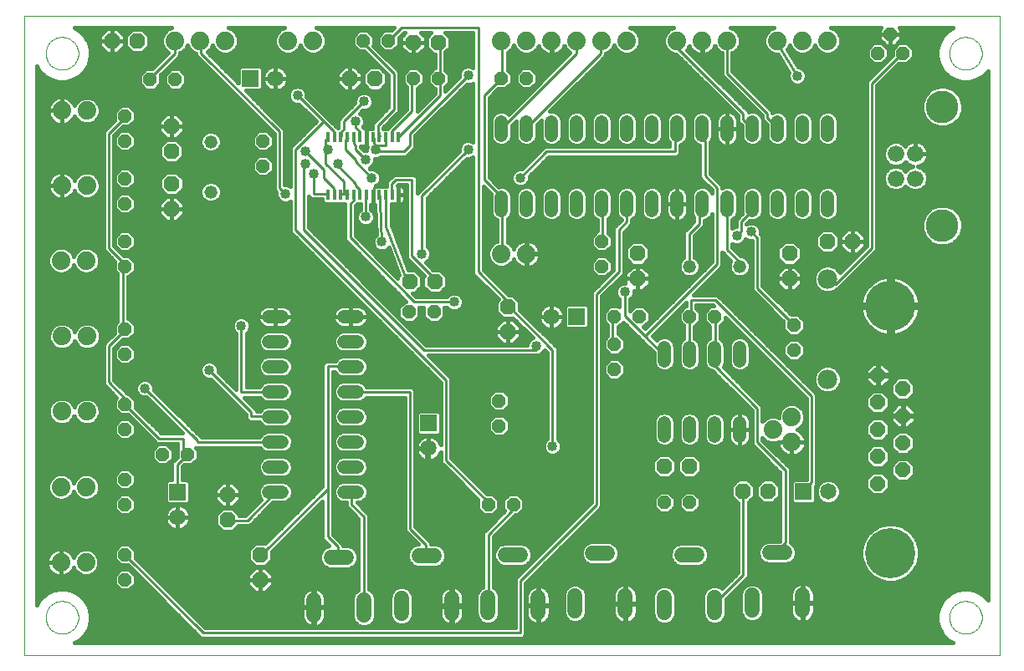
<source format=gtl>
G75*
G70*
%OFA0B0*%
%FSLAX24Y24*%
%IPPOS*%
%LPD*%
%AMOC8*
5,1,8,0,0,1.08239X$1,22.5*
%
%ADD10C,0.0000*%
%ADD11C,0.0520*%
%ADD12C,0.0740*%
%ADD13C,0.0660*%
%ADD14C,0.1300*%
%ADD15R,0.0650X0.0650*%
%ADD16C,0.0650*%
%ADD17C,0.0520*%
%ADD18C,0.0780*%
%ADD19OC8,0.0520*%
%ADD20OC8,0.0630*%
%ADD21OC8,0.0600*%
%ADD22C,0.2000*%
%ADD23C,0.0600*%
%ADD24R,0.0120X0.0390*%
%ADD25C,0.0100*%
%ADD26C,0.0400*%
%ADD27C,0.0160*%
%ADD28R,0.0396X0.0396*%
D10*
X001421Y000272D02*
X040291Y000272D01*
X040291Y025768D01*
X001421Y025768D01*
X001421Y000272D01*
X002271Y001772D02*
X002273Y001822D01*
X002279Y001872D01*
X002289Y001922D01*
X002302Y001970D01*
X002319Y002018D01*
X002340Y002064D01*
X002364Y002108D01*
X002392Y002150D01*
X002423Y002190D01*
X002457Y002227D01*
X002494Y002262D01*
X002533Y002293D01*
X002574Y002322D01*
X002618Y002347D01*
X002664Y002369D01*
X002711Y002387D01*
X002759Y002401D01*
X002808Y002412D01*
X002858Y002419D01*
X002908Y002422D01*
X002959Y002421D01*
X003009Y002416D01*
X003059Y002407D01*
X003107Y002395D01*
X003155Y002378D01*
X003201Y002358D01*
X003246Y002335D01*
X003289Y002308D01*
X003329Y002278D01*
X003367Y002245D01*
X003402Y002209D01*
X003435Y002170D01*
X003464Y002129D01*
X003490Y002086D01*
X003513Y002041D01*
X003532Y001994D01*
X003547Y001946D01*
X003559Y001897D01*
X003567Y001847D01*
X003571Y001797D01*
X003571Y001747D01*
X003567Y001697D01*
X003559Y001647D01*
X003547Y001598D01*
X003532Y001550D01*
X003513Y001503D01*
X003490Y001458D01*
X003464Y001415D01*
X003435Y001374D01*
X003402Y001335D01*
X003367Y001299D01*
X003329Y001266D01*
X003289Y001236D01*
X003246Y001209D01*
X003201Y001186D01*
X003155Y001166D01*
X003107Y001149D01*
X003059Y001137D01*
X003009Y001128D01*
X002959Y001123D01*
X002908Y001122D01*
X002858Y001125D01*
X002808Y001132D01*
X002759Y001143D01*
X002711Y001157D01*
X002664Y001175D01*
X002618Y001197D01*
X002574Y001222D01*
X002533Y001251D01*
X002494Y001282D01*
X002457Y001317D01*
X002423Y001354D01*
X002392Y001394D01*
X002364Y001436D01*
X002340Y001480D01*
X002319Y001526D01*
X002302Y001574D01*
X002289Y001622D01*
X002279Y001672D01*
X002273Y001722D01*
X002271Y001772D01*
X038271Y001772D02*
X038273Y001822D01*
X038279Y001872D01*
X038289Y001922D01*
X038302Y001970D01*
X038319Y002018D01*
X038340Y002064D01*
X038364Y002108D01*
X038392Y002150D01*
X038423Y002190D01*
X038457Y002227D01*
X038494Y002262D01*
X038533Y002293D01*
X038574Y002322D01*
X038618Y002347D01*
X038664Y002369D01*
X038711Y002387D01*
X038759Y002401D01*
X038808Y002412D01*
X038858Y002419D01*
X038908Y002422D01*
X038959Y002421D01*
X039009Y002416D01*
X039059Y002407D01*
X039107Y002395D01*
X039155Y002378D01*
X039201Y002358D01*
X039246Y002335D01*
X039289Y002308D01*
X039329Y002278D01*
X039367Y002245D01*
X039402Y002209D01*
X039435Y002170D01*
X039464Y002129D01*
X039490Y002086D01*
X039513Y002041D01*
X039532Y001994D01*
X039547Y001946D01*
X039559Y001897D01*
X039567Y001847D01*
X039571Y001797D01*
X039571Y001747D01*
X039567Y001697D01*
X039559Y001647D01*
X039547Y001598D01*
X039532Y001550D01*
X039513Y001503D01*
X039490Y001458D01*
X039464Y001415D01*
X039435Y001374D01*
X039402Y001335D01*
X039367Y001299D01*
X039329Y001266D01*
X039289Y001236D01*
X039246Y001209D01*
X039201Y001186D01*
X039155Y001166D01*
X039107Y001149D01*
X039059Y001137D01*
X039009Y001128D01*
X038959Y001123D01*
X038908Y001122D01*
X038858Y001125D01*
X038808Y001132D01*
X038759Y001143D01*
X038711Y001157D01*
X038664Y001175D01*
X038618Y001197D01*
X038574Y001222D01*
X038533Y001251D01*
X038494Y001282D01*
X038457Y001317D01*
X038423Y001354D01*
X038392Y001394D01*
X038364Y001436D01*
X038340Y001480D01*
X038319Y001526D01*
X038302Y001574D01*
X038289Y001622D01*
X038279Y001672D01*
X038273Y001722D01*
X038271Y001772D01*
X038271Y024272D02*
X038273Y024322D01*
X038279Y024372D01*
X038289Y024422D01*
X038302Y024470D01*
X038319Y024518D01*
X038340Y024564D01*
X038364Y024608D01*
X038392Y024650D01*
X038423Y024690D01*
X038457Y024727D01*
X038494Y024762D01*
X038533Y024793D01*
X038574Y024822D01*
X038618Y024847D01*
X038664Y024869D01*
X038711Y024887D01*
X038759Y024901D01*
X038808Y024912D01*
X038858Y024919D01*
X038908Y024922D01*
X038959Y024921D01*
X039009Y024916D01*
X039059Y024907D01*
X039107Y024895D01*
X039155Y024878D01*
X039201Y024858D01*
X039246Y024835D01*
X039289Y024808D01*
X039329Y024778D01*
X039367Y024745D01*
X039402Y024709D01*
X039435Y024670D01*
X039464Y024629D01*
X039490Y024586D01*
X039513Y024541D01*
X039532Y024494D01*
X039547Y024446D01*
X039559Y024397D01*
X039567Y024347D01*
X039571Y024297D01*
X039571Y024247D01*
X039567Y024197D01*
X039559Y024147D01*
X039547Y024098D01*
X039532Y024050D01*
X039513Y024003D01*
X039490Y023958D01*
X039464Y023915D01*
X039435Y023874D01*
X039402Y023835D01*
X039367Y023799D01*
X039329Y023766D01*
X039289Y023736D01*
X039246Y023709D01*
X039201Y023686D01*
X039155Y023666D01*
X039107Y023649D01*
X039059Y023637D01*
X039009Y023628D01*
X038959Y023623D01*
X038908Y023622D01*
X038858Y023625D01*
X038808Y023632D01*
X038759Y023643D01*
X038711Y023657D01*
X038664Y023675D01*
X038618Y023697D01*
X038574Y023722D01*
X038533Y023751D01*
X038494Y023782D01*
X038457Y023817D01*
X038423Y023854D01*
X038392Y023894D01*
X038364Y023936D01*
X038340Y023980D01*
X038319Y024026D01*
X038302Y024074D01*
X038289Y024122D01*
X038279Y024172D01*
X038273Y024222D01*
X038271Y024272D01*
X002271Y024272D02*
X002273Y024322D01*
X002279Y024372D01*
X002289Y024422D01*
X002302Y024470D01*
X002319Y024518D01*
X002340Y024564D01*
X002364Y024608D01*
X002392Y024650D01*
X002423Y024690D01*
X002457Y024727D01*
X002494Y024762D01*
X002533Y024793D01*
X002574Y024822D01*
X002618Y024847D01*
X002664Y024869D01*
X002711Y024887D01*
X002759Y024901D01*
X002808Y024912D01*
X002858Y024919D01*
X002908Y024922D01*
X002959Y024921D01*
X003009Y024916D01*
X003059Y024907D01*
X003107Y024895D01*
X003155Y024878D01*
X003201Y024858D01*
X003246Y024835D01*
X003289Y024808D01*
X003329Y024778D01*
X003367Y024745D01*
X003402Y024709D01*
X003435Y024670D01*
X003464Y024629D01*
X003490Y024586D01*
X003513Y024541D01*
X003532Y024494D01*
X003547Y024446D01*
X003559Y024397D01*
X003567Y024347D01*
X003571Y024297D01*
X003571Y024247D01*
X003567Y024197D01*
X003559Y024147D01*
X003547Y024098D01*
X003532Y024050D01*
X003513Y024003D01*
X003490Y023958D01*
X003464Y023915D01*
X003435Y023874D01*
X003402Y023835D01*
X003367Y023799D01*
X003329Y023766D01*
X003289Y023736D01*
X003246Y023709D01*
X003201Y023686D01*
X003155Y023666D01*
X003107Y023649D01*
X003059Y023637D01*
X003009Y023628D01*
X002959Y023623D01*
X002908Y023622D01*
X002858Y023625D01*
X002808Y023632D01*
X002759Y023643D01*
X002711Y023657D01*
X002664Y023675D01*
X002618Y023697D01*
X002574Y023722D01*
X002533Y023751D01*
X002494Y023782D01*
X002457Y023817D01*
X002423Y023854D01*
X002392Y023894D01*
X002364Y023936D01*
X002340Y023980D01*
X002319Y024026D01*
X002302Y024074D01*
X002289Y024122D01*
X002279Y024172D01*
X002273Y024222D01*
X002271Y024272D01*
D11*
X011161Y013772D02*
X011681Y013772D01*
X011681Y012772D02*
X011161Y012772D01*
X011161Y011772D02*
X011681Y011772D01*
X011681Y010772D02*
X011161Y010772D01*
X011161Y009772D02*
X011681Y009772D01*
X011681Y008772D02*
X011161Y008772D01*
X011161Y007772D02*
X011681Y007772D01*
X011681Y006772D02*
X011161Y006772D01*
X014161Y006772D02*
X014681Y006772D01*
X014681Y007772D02*
X014161Y007772D01*
X014161Y008772D02*
X014681Y008772D01*
X014681Y009772D02*
X014161Y009772D01*
X014161Y010772D02*
X014681Y010772D01*
X014681Y011772D02*
X014161Y011772D01*
X014161Y012772D02*
X014681Y012772D01*
X014681Y013772D02*
X014161Y013772D01*
X020421Y018012D02*
X020421Y018532D01*
X021421Y018532D02*
X021421Y018012D01*
X022421Y018012D02*
X022421Y018532D01*
X023421Y018532D02*
X023421Y018012D01*
X024421Y018012D02*
X024421Y018532D01*
X025421Y018532D02*
X025421Y018012D01*
X026421Y018012D02*
X026421Y018532D01*
X027421Y018532D02*
X027421Y018012D01*
X028421Y018012D02*
X028421Y018532D01*
X029421Y018532D02*
X029421Y018012D01*
X030421Y018012D02*
X030421Y018532D01*
X031421Y018532D02*
X031421Y018012D01*
X032421Y018012D02*
X032421Y018532D01*
X033421Y018532D02*
X033421Y018012D01*
X033421Y021012D02*
X033421Y021532D01*
X032421Y021532D02*
X032421Y021012D01*
X031421Y021012D02*
X031421Y021532D01*
X030421Y021532D02*
X030421Y021012D01*
X029421Y021012D02*
X029421Y021532D01*
X028421Y021532D02*
X028421Y021012D01*
X027421Y021012D02*
X027421Y021532D01*
X026421Y021532D02*
X026421Y021012D01*
X025421Y021012D02*
X025421Y021532D01*
X024421Y021532D02*
X024421Y021012D01*
X023421Y021012D02*
X023421Y021532D01*
X022421Y021532D02*
X022421Y021012D01*
X021421Y021012D02*
X021421Y021532D01*
X020421Y021532D02*
X020421Y021012D01*
X026921Y012532D02*
X026921Y012012D01*
X027921Y012012D02*
X027921Y012532D01*
X028921Y012532D02*
X028921Y012012D01*
X029921Y012012D02*
X029921Y012532D01*
X029921Y009532D02*
X029921Y009012D01*
X028921Y009012D02*
X028921Y009532D01*
X027921Y009532D02*
X027921Y009012D01*
X026921Y009012D02*
X026921Y009532D01*
D12*
X031249Y009257D03*
X031999Y009757D03*
X031999Y008757D03*
X021421Y016272D03*
X020421Y016272D03*
X020421Y024772D03*
X021421Y024772D03*
X022421Y024772D03*
X023421Y024772D03*
X024421Y024772D03*
X025421Y024772D03*
X027421Y024772D03*
X028421Y024772D03*
X029421Y024772D03*
X031421Y024772D03*
X032421Y024772D03*
X033421Y024772D03*
X012921Y024772D03*
X011921Y024772D03*
X009421Y024772D03*
X008421Y024772D03*
X007421Y024772D03*
X003903Y021987D03*
X002903Y021987D03*
X002903Y019005D03*
X003903Y019005D03*
X003885Y016005D03*
X002885Y016005D03*
X002921Y012987D03*
X003921Y012987D03*
X003903Y009987D03*
X002903Y009987D03*
X002885Y006969D03*
X003885Y006969D03*
X003867Y003969D03*
X002867Y003969D03*
D13*
X036141Y019280D03*
X036921Y019280D03*
X036921Y020264D03*
X036141Y020264D03*
D14*
X037991Y022142D03*
X037991Y017402D03*
D15*
X023421Y013772D03*
X017526Y009518D03*
X007527Y006772D03*
X032452Y006788D03*
X010421Y023272D03*
D16*
X011421Y023272D03*
X022421Y013772D03*
X017526Y008518D03*
X007527Y005772D03*
X033452Y006788D03*
D17*
X029921Y015772D03*
X027921Y015772D03*
X008847Y018743D03*
X008847Y020743D03*
D18*
X033421Y015272D03*
X033421Y011272D03*
D19*
X032083Y012436D03*
X032083Y013436D03*
X028921Y013772D03*
X027921Y013772D03*
X025921Y013772D03*
X024921Y013772D03*
X024921Y012666D03*
X024921Y011666D03*
X020331Y010412D03*
X020331Y009412D03*
X019902Y006284D03*
X020902Y006284D03*
X026921Y006357D03*
X027921Y006357D03*
X017741Y013958D03*
X016741Y013958D03*
X024421Y015772D03*
X024421Y016772D03*
X021421Y023272D03*
X020421Y023272D03*
X017921Y023272D03*
X016921Y023272D03*
X015921Y024772D03*
X014921Y024772D03*
X010921Y020772D03*
X010921Y019772D03*
X005421Y019272D03*
X005421Y018272D03*
X005421Y016772D03*
X005421Y015772D03*
X005421Y013272D03*
X005421Y012272D03*
X005421Y010272D03*
X005421Y009272D03*
X006921Y008272D03*
X007921Y008272D03*
X005421Y007272D03*
X005421Y006272D03*
X005421Y004272D03*
X005421Y003272D03*
X005421Y020772D03*
X005421Y021772D03*
X006427Y023232D03*
X007427Y023232D03*
X035421Y024272D03*
X035921Y025022D03*
X036421Y024272D03*
D20*
X034421Y016772D03*
X033421Y016772D03*
X031900Y016289D03*
X031900Y015289D03*
X025852Y015289D03*
X025852Y016289D03*
X020684Y014160D03*
X020684Y013160D03*
X017771Y015172D03*
X016771Y015172D03*
X007291Y018074D03*
X007291Y019074D03*
X007288Y020369D03*
X007288Y021369D03*
X005921Y024772D03*
X004921Y024772D03*
X014377Y023257D03*
X015377Y023257D03*
X016910Y024714D03*
X017910Y024714D03*
X026921Y007795D03*
X027921Y007795D03*
X030043Y006814D03*
X031043Y006814D03*
X010813Y004270D03*
X010813Y003270D03*
X009515Y005660D03*
X009515Y006660D03*
D21*
X035421Y007112D03*
X036421Y007652D03*
X035421Y008192D03*
X036421Y008732D03*
X035421Y009272D03*
X036421Y009812D03*
X035421Y010352D03*
X036421Y010892D03*
X035421Y011432D03*
D22*
X035921Y014202D03*
X035921Y004342D03*
D23*
X032421Y002657D02*
X032421Y002057D01*
X030421Y002057D02*
X030421Y002657D01*
X028921Y002572D02*
X028921Y001972D01*
X026921Y001972D02*
X026921Y002572D01*
X025360Y002626D02*
X025360Y002026D01*
X023360Y002026D02*
X023360Y002626D01*
X021890Y002564D02*
X021890Y001964D01*
X019890Y001964D02*
X019890Y002564D01*
X018452Y002534D02*
X018452Y001934D01*
X016452Y001934D02*
X016452Y002534D01*
X014952Y002472D02*
X014952Y001872D01*
X012952Y001872D02*
X012952Y002472D01*
X013652Y004172D02*
X014252Y004172D01*
X017152Y004234D02*
X017752Y004234D01*
X020590Y004264D02*
X021190Y004264D01*
X024060Y004326D02*
X024660Y004326D01*
X027621Y004272D02*
X028221Y004272D01*
X031121Y004357D02*
X031721Y004357D01*
D24*
X016329Y018623D03*
X016073Y018623D03*
X015817Y018623D03*
X015561Y018623D03*
X015305Y018623D03*
X015049Y018623D03*
X014793Y018623D03*
X014537Y018623D03*
X014281Y018623D03*
X014025Y018623D03*
X013770Y018623D03*
X013514Y018623D03*
X013514Y020921D03*
X013770Y020921D03*
X014025Y020921D03*
X014281Y020921D03*
X014537Y020921D03*
X014793Y020921D03*
X015049Y020921D03*
X015305Y020921D03*
X015561Y020921D03*
X015817Y020921D03*
X016073Y020921D03*
X016329Y020921D03*
D25*
X016381Y020992D01*
X017981Y022592D01*
X017981Y023232D01*
X017921Y023272D01*
X017981Y023312D01*
X017981Y024672D01*
X017910Y024714D01*
X016461Y025312D02*
X015921Y024772D01*
X016461Y025312D02*
X019501Y025312D01*
X019501Y015552D01*
X020621Y014432D01*
X020621Y014192D01*
X020684Y014160D01*
X020701Y014192D01*
X022461Y012432D01*
X022461Y008592D01*
X019901Y006352D02*
X019902Y006284D01*
X019901Y006352D02*
X018221Y008032D01*
X018221Y011232D01*
X012221Y017232D01*
X012221Y020432D01*
X013341Y021552D01*
X013741Y021152D01*
X013741Y020992D01*
X013770Y020921D01*
X014025Y020921D02*
X014061Y020992D01*
X014061Y021152D01*
X014141Y021232D01*
X014141Y021552D01*
X014941Y022352D01*
X014621Y021552D02*
X014621Y021312D01*
X014781Y021152D01*
X014781Y020992D01*
X014793Y020921D01*
X014541Y020912D02*
X014541Y020672D01*
X014621Y020592D01*
X014621Y020432D01*
X015021Y020032D01*
X014621Y020032D02*
X014621Y019952D01*
X015261Y019312D01*
X015421Y018992D02*
X015448Y018978D01*
X015421Y018992D02*
X015341Y018912D01*
X015341Y018672D01*
X015305Y018623D01*
X015561Y018623D02*
X015581Y018592D01*
X015581Y018352D01*
X015661Y016772D01*
X015661Y016752D01*
X015831Y017382D02*
X016621Y015312D01*
X016701Y015232D01*
X016771Y015172D01*
X016941Y014352D02*
X018541Y014352D01*
X017771Y015172D02*
X017741Y015232D01*
X017741Y015312D01*
X016861Y016192D01*
X016861Y019232D01*
X016221Y019232D01*
X016061Y019082D01*
X016061Y018672D01*
X016073Y018623D01*
X015821Y018592D02*
X015817Y018623D01*
X015821Y018592D02*
X015821Y018432D01*
X015831Y017382D01*
X015021Y017752D02*
X015021Y018592D01*
X015049Y018623D01*
X014793Y018623D02*
X014781Y018672D01*
X014781Y018832D01*
X014621Y018992D01*
X014621Y019072D01*
X013901Y019792D01*
X013901Y019872D01*
X013421Y019872D02*
X014141Y019152D01*
X014141Y018672D01*
X014061Y018672D01*
X014025Y018623D01*
X014141Y018672D02*
X014301Y018672D01*
X014281Y018623D01*
X014537Y018623D02*
X014541Y018592D01*
X014541Y018432D01*
X014401Y018252D01*
X014401Y016922D01*
X016941Y014352D01*
X017261Y016272D02*
X017261Y018592D01*
X019101Y020432D01*
X020421Y021272D02*
X023421Y024272D01*
X023421Y024772D01*
X024381Y024752D02*
X024381Y024272D01*
X021421Y021312D01*
X021421Y021272D01*
X022221Y020352D02*
X027341Y020352D01*
X027341Y021152D01*
X027421Y021232D01*
X027421Y021272D01*
X028421Y021272D02*
X028461Y021232D01*
X028461Y020832D01*
X028541Y020752D01*
X028541Y019392D01*
X029021Y018912D01*
X029021Y015872D01*
X026141Y012992D01*
X026861Y012272D01*
X026921Y012272D01*
X027901Y012272D02*
X027921Y012272D01*
X027901Y012272D02*
X027901Y013712D01*
X027921Y013772D01*
X027981Y013792D01*
X027981Y014432D01*
X028941Y014432D01*
X032781Y010592D01*
X032781Y007152D01*
X032461Y006832D01*
X032452Y006788D01*
X031741Y007632D02*
X030621Y008752D01*
X030621Y010112D01*
X028941Y011792D01*
X028941Y012272D01*
X028921Y012272D01*
X028941Y012272D02*
X028941Y013712D01*
X028921Y013772D01*
X030621Y014912D02*
X030621Y016912D01*
X030381Y017152D01*
X029981Y017152D02*
X029821Y016992D01*
X029981Y017152D02*
X029981Y017552D01*
X030381Y017952D01*
X030381Y018272D01*
X030421Y018272D01*
X029421Y018272D02*
X029421Y016432D01*
X029901Y015952D01*
X029901Y015792D01*
X029921Y015772D01*
X030621Y014912D02*
X032061Y013472D01*
X032083Y013436D01*
X033421Y015072D02*
X033421Y015272D01*
X033421Y015072D02*
X033741Y015072D01*
X035181Y016512D01*
X035181Y023072D01*
X036381Y024272D01*
X036421Y024272D01*
X032221Y023372D02*
X031421Y024672D01*
X031421Y024772D01*
X029421Y024772D02*
X029421Y023472D01*
X031021Y021872D01*
X031021Y021712D01*
X031421Y021312D01*
X031421Y021272D01*
X030421Y021272D02*
X030061Y021632D01*
X030061Y021872D01*
X027421Y024512D01*
X027421Y024772D01*
X024421Y024772D02*
X024381Y024752D01*
X020461Y024752D02*
X020461Y023312D01*
X020421Y023272D01*
X019741Y022592D01*
X019741Y019232D01*
X020381Y018592D01*
X020381Y018272D01*
X020421Y018272D01*
X020461Y018272D01*
X020461Y016272D01*
X020421Y016272D01*
X024221Y014672D02*
X025101Y015552D01*
X025101Y017232D01*
X025421Y017552D01*
X025421Y018272D01*
X024461Y018272D02*
X024421Y018272D01*
X024461Y018272D02*
X024461Y016832D01*
X024421Y016772D01*
X025341Y014752D02*
X025341Y013792D01*
X026141Y012992D01*
X024921Y012666D02*
X024861Y012672D01*
X024861Y013712D01*
X024921Y013772D01*
X024221Y014672D02*
X024221Y006272D01*
X021181Y003232D01*
X021181Y001152D01*
X008541Y001152D01*
X005421Y004272D01*
X007527Y006772D02*
X007501Y006832D01*
X007501Y007872D01*
X007741Y008112D01*
X007921Y008272D01*
X007901Y008272D01*
X007741Y008112D01*
X007741Y008912D01*
X006781Y008912D01*
X005421Y010272D01*
X005421Y010512D01*
X004781Y011152D01*
X004781Y012592D01*
X005421Y013232D01*
X005421Y013272D01*
X005421Y013312D01*
X005341Y013392D01*
X005341Y015632D01*
X005421Y015712D01*
X005421Y015772D01*
X005421Y015872D01*
X004781Y016512D01*
X004781Y021072D01*
X005421Y021712D01*
X005421Y021772D01*
X006427Y023232D02*
X006461Y023312D01*
X007421Y024272D01*
X007421Y024772D01*
X008421Y024772D02*
X008461Y024752D01*
X008461Y024272D01*
X011581Y021152D01*
X011581Y018912D01*
X011821Y018672D01*
X012941Y018672D02*
X012941Y019472D01*
X013341Y019632D02*
X013341Y019312D01*
X013741Y018912D01*
X013741Y018672D01*
X013770Y018623D01*
X013514Y018623D02*
X013501Y018672D01*
X012941Y018672D01*
X013341Y019632D02*
X012621Y020352D01*
X012621Y019872D02*
X012541Y019792D01*
X012541Y017232D01*
X017341Y012432D01*
X021821Y012432D01*
X021821Y012592D01*
X016781Y010752D02*
X016781Y005312D01*
X017421Y004672D01*
X017421Y004272D01*
X017452Y004234D01*
X017421Y005152D02*
X017421Y008432D01*
X017501Y008512D01*
X017526Y008518D01*
X014461Y006752D02*
X014421Y006772D01*
X014461Y006752D02*
X014461Y006272D01*
X014941Y005792D01*
X014941Y002192D01*
X014952Y002172D01*
X013952Y004172D02*
X013901Y004192D01*
X013901Y004592D01*
X013501Y004992D01*
X013501Y006912D01*
X010861Y004272D01*
X010813Y004270D01*
X010301Y005632D02*
X009581Y005632D01*
X009515Y005660D01*
X010301Y005632D02*
X011421Y006752D01*
X011421Y006772D01*
X013501Y006912D02*
X013501Y011792D01*
X014381Y011792D01*
X014421Y011772D01*
X014421Y010772D02*
X014461Y010752D01*
X016781Y010752D01*
X011421Y010752D02*
X011421Y010772D01*
X011421Y010752D02*
X010061Y010752D01*
X010061Y013412D01*
X008781Y011632D02*
X010461Y009952D01*
X010461Y009792D01*
X011421Y009792D01*
X011421Y009772D01*
X011421Y008772D02*
X011421Y008752D01*
X008301Y008752D01*
X008301Y008832D01*
X006221Y010912D01*
X019901Y005072D02*
X020861Y006032D01*
X020861Y006272D01*
X020902Y006284D01*
X019901Y005072D02*
X019901Y002272D01*
X019890Y002264D01*
X028890Y002326D02*
X028941Y002352D01*
X028941Y002272D01*
X028921Y002272D01*
X028941Y002352D02*
X030061Y003472D01*
X030061Y006752D01*
X030043Y006814D01*
X031741Y007632D02*
X031741Y004752D01*
X031421Y004432D01*
X031421Y004357D01*
X027921Y015772D02*
X027901Y015792D01*
X027901Y017072D01*
X028301Y017472D01*
X028301Y018192D01*
X028381Y018272D01*
X028421Y018272D01*
X022221Y020352D02*
X021181Y019312D01*
X019101Y023392D02*
X016781Y021072D01*
X016781Y020592D01*
X016541Y020352D01*
X015421Y020352D01*
X015421Y020432D01*
X015421Y020592D01*
X015821Y020592D01*
X015821Y020912D01*
X015817Y020921D01*
X015581Y020992D02*
X015561Y020921D01*
X015581Y020992D02*
X015501Y021072D01*
X015501Y021392D01*
X016141Y022032D01*
X016141Y023472D01*
X014941Y024672D01*
X014941Y024752D01*
X014921Y024772D01*
X016861Y023232D02*
X016921Y023272D01*
X016861Y023232D02*
X016861Y021952D01*
X016061Y021152D01*
X016061Y020992D01*
X016073Y020921D01*
X015421Y020592D02*
X015341Y020672D01*
X015341Y020912D01*
X015305Y020921D01*
X014541Y020912D02*
X014537Y020921D01*
X014301Y020912D02*
X014281Y020921D01*
X014301Y020912D02*
X014221Y020832D01*
X014221Y020432D01*
X014621Y020032D01*
X013501Y020432D02*
X013421Y020432D01*
X013421Y020832D01*
X013501Y020912D01*
X013514Y020921D01*
X013421Y020432D02*
X013421Y019872D01*
X013341Y021552D02*
X012301Y022592D01*
X020421Y024772D02*
X020461Y024752D01*
D26*
X019101Y023392D03*
X014941Y022352D03*
X014621Y021552D03*
X015421Y020432D03*
X015021Y020032D03*
X013901Y019872D03*
X013501Y020432D03*
X012621Y020352D03*
X012621Y019872D03*
X012941Y019472D03*
X011821Y018672D03*
X015021Y017752D03*
X015661Y016752D03*
X017261Y016272D03*
X018541Y014352D03*
X021821Y012592D03*
X025341Y014752D03*
X029821Y016992D03*
X030381Y017152D03*
X021181Y019312D03*
X019101Y020432D03*
X015261Y019312D03*
X012301Y022592D03*
X010061Y013412D03*
X008781Y011632D03*
X006221Y010912D03*
X017421Y005152D03*
X022461Y008592D03*
X032221Y023372D03*
D27*
X031889Y023511D02*
X031861Y023444D01*
X031861Y023300D01*
X031916Y023168D01*
X032017Y023067D01*
X032149Y023012D01*
X032293Y023012D01*
X032425Y023067D01*
X032526Y023168D01*
X032581Y023300D01*
X032581Y023444D01*
X032526Y023576D01*
X032425Y023677D01*
X032293Y023732D01*
X032246Y023732D01*
X031821Y024423D01*
X031870Y024472D01*
X031921Y024594D01*
X031972Y024472D01*
X032121Y024323D01*
X032316Y024242D01*
X032527Y024242D01*
X032721Y024323D01*
X032870Y024472D01*
X032921Y024594D01*
X032972Y024472D01*
X033121Y024323D01*
X033316Y024242D01*
X033527Y024242D01*
X033721Y024323D01*
X033870Y024472D01*
X033951Y024667D01*
X033951Y024878D01*
X033870Y025072D01*
X033721Y025221D01*
X033560Y025288D01*
X035565Y025288D01*
X035481Y025204D01*
X035481Y025022D01*
X035481Y024840D01*
X035739Y024582D01*
X035921Y024582D01*
X035921Y025022D01*
X035921Y025022D01*
X035481Y025022D01*
X035921Y025022D01*
X035921Y025022D01*
X035921Y024582D01*
X036103Y024582D01*
X036361Y024840D01*
X036361Y025022D01*
X035921Y025022D01*
X035921Y025022D01*
X036361Y025022D01*
X036361Y025204D01*
X036277Y025288D01*
X038421Y025288D01*
X038227Y025176D01*
X038017Y024966D01*
X037868Y024708D01*
X037791Y024421D01*
X037791Y024123D01*
X037868Y023836D01*
X038017Y023578D01*
X035984Y023578D01*
X036142Y023737D02*
X037925Y023737D01*
X037852Y023895D02*
X036638Y023895D01*
X036595Y023852D02*
X036841Y024098D01*
X036841Y024446D01*
X036595Y024692D01*
X036247Y024692D01*
X036001Y024446D01*
X036001Y024189D01*
X035094Y023282D01*
X034971Y023159D01*
X034971Y016599D01*
X033907Y015535D01*
X033887Y015584D01*
X033733Y015738D01*
X033531Y015822D01*
X033312Y015822D01*
X033110Y015738D01*
X032955Y015584D01*
X032871Y015382D01*
X032871Y015163D01*
X032955Y014961D01*
X033110Y014806D01*
X033312Y014722D01*
X033531Y014722D01*
X033733Y014806D01*
X033789Y014862D01*
X033828Y014862D01*
X033951Y014985D01*
X035391Y016425D01*
X035391Y016599D01*
X035391Y022985D01*
X036258Y023852D01*
X036595Y023852D01*
X036797Y024054D02*
X037810Y024054D01*
X037791Y024212D02*
X036841Y024212D01*
X036841Y024371D02*
X037791Y024371D01*
X037820Y024529D02*
X036758Y024529D01*
X036599Y024688D02*
X037863Y024688D01*
X037948Y024846D02*
X036361Y024846D01*
X036361Y025005D02*
X038056Y025005D01*
X038214Y025163D02*
X036361Y025163D01*
X035921Y025005D02*
X035921Y025005D01*
X035921Y024846D02*
X035921Y024846D01*
X035921Y024688D02*
X035921Y024688D01*
X035758Y024529D02*
X036084Y024529D01*
X036001Y024371D02*
X035841Y024371D01*
X035841Y024446D02*
X035595Y024692D01*
X035247Y024692D01*
X035001Y024446D01*
X035001Y024098D01*
X035247Y023852D01*
X035595Y023852D01*
X035841Y024098D01*
X035841Y024446D01*
X035841Y024212D02*
X036001Y024212D01*
X035866Y024054D02*
X035797Y024054D01*
X035707Y023895D02*
X035638Y023895D01*
X035549Y023737D02*
X032243Y023737D01*
X032146Y023895D02*
X035204Y023895D01*
X035046Y024054D02*
X032048Y024054D01*
X031951Y024212D02*
X035001Y024212D01*
X035001Y024371D02*
X033769Y024371D01*
X033894Y024529D02*
X035084Y024529D01*
X035243Y024688D02*
X033951Y024688D01*
X033951Y024846D02*
X035481Y024846D01*
X035481Y025005D02*
X033898Y025005D01*
X033779Y025163D02*
X035481Y025163D01*
X035599Y024688D02*
X035633Y024688D01*
X036209Y024688D02*
X036243Y024688D01*
X035390Y023578D02*
X032524Y023578D01*
X032581Y023419D02*
X035231Y023419D01*
X035073Y023261D02*
X032565Y023261D01*
X032460Y023102D02*
X034971Y023102D01*
X034971Y022944D02*
X030246Y022944D01*
X030088Y023102D02*
X031982Y023102D01*
X031877Y023261D02*
X029929Y023261D01*
X029771Y023419D02*
X031861Y023419D01*
X031889Y023511D02*
X031439Y024242D01*
X031316Y024242D01*
X031121Y024323D01*
X030972Y024472D01*
X030891Y024667D01*
X030891Y024878D01*
X030972Y025072D01*
X031121Y025221D01*
X031282Y025288D01*
X029560Y025288D01*
X029721Y025221D01*
X029870Y025072D01*
X029951Y024878D01*
X029951Y024667D01*
X029870Y024472D01*
X029721Y024323D01*
X029631Y024285D01*
X029631Y023559D01*
X031231Y021959D01*
X031231Y021908D01*
X031338Y021952D01*
X031505Y021952D01*
X031659Y021888D01*
X031777Y021770D01*
X031841Y021616D01*
X031841Y020929D01*
X031777Y020774D01*
X031659Y020656D01*
X031505Y020592D01*
X031338Y020592D01*
X031183Y020656D01*
X031065Y020774D01*
X031001Y020929D01*
X031001Y021435D01*
X030934Y021502D01*
X030841Y021595D01*
X030841Y020929D01*
X030777Y020774D01*
X030659Y020656D01*
X030505Y020592D01*
X030338Y020592D01*
X030183Y020656D01*
X030065Y020774D01*
X030001Y020929D01*
X030001Y021395D01*
X029861Y021535D01*
X029861Y021272D01*
X029421Y021272D01*
X029421Y021272D01*
X029421Y020572D01*
X029386Y020572D01*
X029318Y020583D01*
X029252Y020604D01*
X029190Y020636D01*
X029134Y020676D01*
X029085Y020725D01*
X029045Y020781D01*
X029013Y020843D01*
X028992Y020909D01*
X028981Y020977D01*
X028981Y021272D01*
X029421Y021272D01*
X029421Y021272D01*
X029421Y020572D01*
X029456Y020572D01*
X029524Y020583D01*
X029590Y020604D01*
X029652Y020636D01*
X029708Y020676D01*
X029757Y020725D01*
X029797Y020781D01*
X029829Y020843D01*
X029850Y020909D01*
X029861Y020977D01*
X029861Y021272D01*
X029421Y021272D01*
X028981Y021272D01*
X028981Y021567D01*
X028992Y021635D01*
X029013Y021701D01*
X029045Y021763D01*
X029085Y021819D01*
X029134Y021868D01*
X029190Y021908D01*
X029252Y021940D01*
X029318Y021961D01*
X029386Y021972D01*
X029421Y021972D01*
X029421Y021273D01*
X029421Y021273D01*
X029421Y021972D01*
X029456Y021972D01*
X029524Y021961D01*
X029590Y021940D01*
X029652Y021908D01*
X029708Y021868D01*
X029757Y021819D01*
X029797Y021763D01*
X029829Y021701D01*
X029850Y021635D01*
X029851Y021629D01*
X029851Y021719D01*
X029851Y021785D01*
X027394Y024242D01*
X027316Y024242D01*
X027121Y024323D01*
X026972Y024472D01*
X026891Y024667D01*
X026891Y024878D01*
X026972Y025072D01*
X027121Y025221D01*
X027282Y025288D01*
X025560Y025288D01*
X025721Y025221D01*
X025870Y025072D01*
X025951Y024878D01*
X025951Y024667D01*
X025870Y024472D01*
X025721Y024323D01*
X025527Y024242D01*
X025316Y024242D01*
X025121Y024323D01*
X024972Y024472D01*
X024921Y024594D01*
X024870Y024472D01*
X024721Y024323D01*
X024591Y024269D01*
X024591Y024185D01*
X024468Y024062D01*
X022358Y021952D01*
X022505Y021952D01*
X022659Y021888D01*
X022777Y021770D01*
X022841Y021616D01*
X022841Y020929D01*
X022777Y020774D01*
X022659Y020656D01*
X022505Y020592D01*
X022338Y020592D01*
X022183Y020656D01*
X022065Y020774D01*
X022001Y020929D01*
X022001Y021595D01*
X021841Y021435D01*
X021841Y020929D01*
X021777Y020774D01*
X021659Y020656D01*
X021505Y020592D01*
X021338Y020592D01*
X021183Y020656D01*
X021065Y020774D01*
X021001Y020929D01*
X021001Y021555D01*
X020841Y021395D01*
X020841Y020929D01*
X020777Y020774D01*
X020659Y020656D01*
X020505Y020592D01*
X020338Y020592D01*
X020183Y020656D01*
X020065Y020774D01*
X020001Y020929D01*
X020001Y021616D01*
X020065Y021770D01*
X020183Y021888D01*
X020338Y021952D01*
X020505Y021952D01*
X020659Y021888D01*
X020700Y021848D01*
X023159Y024307D01*
X023121Y024323D01*
X022972Y024472D01*
X022933Y024567D01*
X022931Y024561D01*
X022891Y024484D01*
X022841Y024414D01*
X022779Y024353D01*
X022709Y024302D01*
X022632Y024262D01*
X022550Y024236D01*
X022464Y024222D01*
X022441Y024222D01*
X022441Y024752D01*
X022401Y024752D01*
X022401Y024222D01*
X022378Y024222D01*
X022292Y024236D01*
X022210Y024262D01*
X022133Y024302D01*
X022063Y024353D01*
X022002Y024414D01*
X021951Y024484D01*
X021911Y024561D01*
X021910Y024567D01*
X021870Y024472D01*
X021721Y024323D01*
X021527Y024242D01*
X021316Y024242D01*
X021121Y024323D01*
X020972Y024472D01*
X020921Y024594D01*
X020870Y024472D01*
X020721Y024323D01*
X020671Y024302D01*
X020671Y023616D01*
X020841Y023446D01*
X020841Y023098D01*
X020595Y022852D01*
X020298Y022852D01*
X019951Y022505D01*
X019951Y019319D01*
X020324Y018946D01*
X020338Y018952D01*
X020505Y018952D01*
X020659Y018888D01*
X020777Y018770D01*
X020841Y018616D01*
X020841Y017929D01*
X020777Y017774D01*
X020671Y017668D01*
X020671Y016742D01*
X020721Y016721D01*
X020870Y016572D01*
X020910Y016478D01*
X020911Y016483D01*
X020951Y016560D01*
X021002Y016630D01*
X021063Y016692D01*
X021133Y016742D01*
X021210Y016782D01*
X021292Y016809D01*
X021378Y016822D01*
X021401Y016822D01*
X021401Y016292D01*
X021441Y016292D01*
X021441Y016822D01*
X021464Y016822D01*
X021550Y016809D01*
X021632Y016782D01*
X021709Y016742D01*
X021779Y016692D01*
X021841Y016630D01*
X021891Y016560D01*
X021931Y016483D01*
X021958Y016401D01*
X021971Y016315D01*
X021971Y016292D01*
X021441Y016292D01*
X021441Y016252D01*
X021441Y015722D01*
X021464Y015722D01*
X021550Y015736D01*
X021632Y015762D01*
X021709Y015802D01*
X021779Y015853D01*
X021841Y015914D01*
X021891Y015984D01*
X021931Y016061D01*
X021958Y016143D01*
X021971Y016229D01*
X021971Y016252D01*
X021441Y016252D01*
X021401Y016252D01*
X021401Y015722D01*
X021378Y015722D01*
X021292Y015736D01*
X021210Y015762D01*
X021133Y015802D01*
X021063Y015853D01*
X021002Y015914D01*
X020951Y015984D01*
X020911Y016061D01*
X020910Y016067D01*
X020870Y015972D01*
X020721Y015823D01*
X020527Y015742D01*
X020316Y015742D01*
X020121Y015823D01*
X019972Y015972D01*
X019891Y016167D01*
X019891Y016378D01*
X019972Y016572D01*
X020121Y016721D01*
X020251Y016775D01*
X020251Y017628D01*
X020183Y017656D01*
X020065Y017774D01*
X020001Y017929D01*
X020001Y018616D01*
X020019Y018658D01*
X019711Y018965D01*
X019711Y015639D01*
X020708Y014642D01*
X020715Y014635D01*
X020881Y014635D01*
X021159Y014357D01*
X021159Y014031D01*
X022671Y012519D01*
X022671Y012345D01*
X022671Y008891D01*
X022766Y008796D01*
X022821Y008664D01*
X022821Y008520D01*
X022766Y008388D01*
X022665Y008287D01*
X022533Y008232D01*
X022389Y008232D01*
X022257Y008287D01*
X022156Y008388D01*
X022101Y008520D01*
X022101Y008664D01*
X022156Y008796D01*
X022251Y008891D01*
X022251Y012345D01*
X022150Y012446D01*
X022126Y012388D01*
X022025Y012287D01*
X021936Y012250D01*
X021908Y012222D01*
X021734Y012222D01*
X017528Y012222D01*
X018431Y011319D01*
X018431Y011145D01*
X018431Y008119D01*
X019846Y006704D01*
X020076Y006704D01*
X020322Y006458D01*
X020322Y006110D01*
X020076Y005864D01*
X019728Y005864D01*
X019482Y006110D01*
X019482Y006458D01*
X019490Y006466D01*
X018134Y007822D01*
X018011Y007945D01*
X018011Y008377D01*
X017994Y008324D01*
X017958Y008253D01*
X017911Y008189D01*
X017855Y008132D01*
X017791Y008086D01*
X017720Y008050D01*
X017644Y008025D01*
X017566Y008013D01*
X017526Y008013D01*
X017526Y008517D01*
X017526Y008517D01*
X017526Y008013D01*
X017486Y008013D01*
X017408Y008025D01*
X017332Y008050D01*
X017261Y008086D01*
X017197Y008132D01*
X017141Y008189D01*
X017094Y008253D01*
X017058Y008324D01*
X017033Y008399D01*
X017021Y008478D01*
X017021Y008517D01*
X017526Y008517D01*
X017526Y008518D01*
X017526Y009023D01*
X017486Y009023D01*
X017408Y009010D01*
X017332Y008986D01*
X017261Y008950D01*
X017197Y008903D01*
X017141Y008847D01*
X017094Y008782D01*
X017058Y008711D01*
X017033Y008636D01*
X017021Y008557D01*
X017021Y008518D01*
X017526Y008518D01*
X017526Y008518D01*
X017526Y009023D01*
X017566Y009023D01*
X017644Y009010D01*
X017720Y008986D01*
X017791Y008950D01*
X017855Y008903D01*
X017911Y008847D01*
X017958Y008782D01*
X017994Y008711D01*
X018011Y008659D01*
X018011Y011145D01*
X012011Y017145D01*
X012011Y017319D01*
X012011Y018361D01*
X011893Y018312D01*
X011749Y018312D01*
X011617Y018367D01*
X011516Y018468D01*
X011461Y018600D01*
X011461Y018735D01*
X011371Y018825D01*
X011371Y021065D01*
X008374Y024062D01*
X008251Y024185D01*
X008251Y024269D01*
X008121Y024323D01*
X007972Y024472D01*
X007921Y024594D01*
X007870Y024472D01*
X007721Y024323D01*
X007631Y024285D01*
X007631Y024185D01*
X007508Y024062D01*
X006847Y023401D01*
X006847Y023058D01*
X006601Y022812D01*
X006253Y022812D01*
X006007Y023058D01*
X006007Y023406D01*
X006253Y023652D01*
X006504Y023652D01*
X007159Y024307D01*
X007121Y024323D01*
X006972Y024472D01*
X006891Y024667D01*
X006891Y024878D01*
X006972Y025072D01*
X007121Y025221D01*
X007282Y025288D01*
X003421Y025288D01*
X003615Y025176D01*
X003825Y024966D01*
X003974Y024708D01*
X004051Y024421D01*
X004051Y024123D01*
X003974Y023836D01*
X003825Y023578D01*
X006179Y023578D01*
X006021Y023419D02*
X003666Y023419D01*
X003615Y023368D02*
X003825Y023578D01*
X003917Y023737D02*
X006589Y023737D01*
X006747Y023895D02*
X003990Y023895D01*
X004032Y024054D02*
X006906Y024054D01*
X007064Y024212D02*
X004051Y024212D01*
X004051Y024371D02*
X004622Y024371D01*
X004716Y024277D02*
X004921Y024277D01*
X004921Y024772D01*
X004921Y024772D01*
X004426Y024772D01*
X004426Y024567D01*
X004716Y024277D01*
X004921Y024277D02*
X005126Y024277D01*
X005416Y024567D01*
X005416Y024772D01*
X004921Y024772D01*
X004921Y024772D01*
X004921Y024277D01*
X004921Y024371D02*
X004921Y024371D01*
X004921Y024529D02*
X004921Y024529D01*
X004921Y024688D02*
X004921Y024688D01*
X004921Y024772D02*
X004921Y024772D01*
X004426Y024772D01*
X004426Y024977D01*
X004716Y025267D01*
X004921Y025267D01*
X004921Y024773D01*
X004921Y024773D01*
X004921Y025267D01*
X005126Y025267D01*
X005416Y024977D01*
X005416Y024772D01*
X004921Y024772D01*
X004921Y024846D02*
X004921Y024846D01*
X004921Y025005D02*
X004921Y025005D01*
X004921Y025163D02*
X004921Y025163D01*
X004612Y025163D02*
X003628Y025163D01*
X003786Y025005D02*
X004454Y025005D01*
X004426Y024846D02*
X003894Y024846D01*
X003980Y024688D02*
X004426Y024688D01*
X004464Y024529D02*
X004022Y024529D01*
X005220Y024371D02*
X005651Y024371D01*
X005724Y024297D02*
X006118Y024297D01*
X006396Y024575D01*
X006396Y024969D01*
X006118Y025247D01*
X005724Y025247D01*
X005446Y024969D01*
X005446Y024575D01*
X005724Y024297D01*
X005492Y024529D02*
X005378Y024529D01*
X005416Y024688D02*
X005446Y024688D01*
X005446Y024846D02*
X005416Y024846D01*
X005388Y025005D02*
X005482Y025005D01*
X005641Y025163D02*
X005230Y025163D01*
X006201Y025163D02*
X007063Y025163D01*
X006944Y025005D02*
X006360Y025005D01*
X006396Y024846D02*
X006891Y024846D01*
X006891Y024688D02*
X006396Y024688D01*
X006350Y024529D02*
X006948Y024529D01*
X007073Y024371D02*
X006191Y024371D01*
X007024Y023578D02*
X007179Y023578D01*
X007253Y023652D02*
X007007Y023406D01*
X007007Y023058D01*
X007253Y022812D01*
X007601Y022812D01*
X007847Y023058D01*
X007847Y023406D01*
X007601Y023652D01*
X007253Y023652D01*
X007182Y023737D02*
X008700Y023737D01*
X008541Y023895D02*
X007341Y023895D01*
X007500Y024054D02*
X008383Y024054D01*
X008251Y024212D02*
X007631Y024212D01*
X007769Y024371D02*
X008073Y024371D01*
X007948Y024529D02*
X007894Y024529D01*
X008711Y024319D02*
X008721Y024323D01*
X008870Y024472D01*
X008921Y024594D01*
X008972Y024472D01*
X009121Y024323D01*
X009316Y024242D01*
X009527Y024242D01*
X009721Y024323D01*
X009870Y024472D01*
X009951Y024667D01*
X009951Y024878D01*
X009870Y025072D01*
X009721Y025221D01*
X009560Y025288D01*
X011782Y025288D01*
X011621Y025221D01*
X011472Y025072D01*
X011391Y024878D01*
X011391Y024667D01*
X011472Y024472D01*
X011621Y024323D01*
X011816Y024242D01*
X012027Y024242D01*
X012221Y024323D01*
X012370Y024472D01*
X012421Y024594D01*
X012472Y024472D01*
X012621Y024323D01*
X012816Y024242D01*
X013027Y024242D01*
X013221Y024323D01*
X013370Y024472D01*
X013451Y024667D01*
X013451Y024878D01*
X013370Y025072D01*
X013221Y025221D01*
X013060Y025288D01*
X016140Y025288D01*
X016044Y025192D01*
X015747Y025192D01*
X015501Y024946D01*
X015501Y024598D01*
X015747Y024352D01*
X016095Y024352D01*
X016341Y024598D01*
X016341Y024895D01*
X016548Y025102D01*
X016599Y025102D01*
X016415Y024919D01*
X016415Y024714D01*
X016415Y024509D01*
X016705Y024219D01*
X016910Y024219D01*
X016910Y024714D01*
X016415Y024714D01*
X016910Y024714D01*
X016910Y024714D01*
X016911Y024714D01*
X016911Y024714D01*
X017405Y024714D01*
X017405Y024509D01*
X017115Y024219D01*
X016911Y024219D01*
X016911Y024714D01*
X017405Y024714D01*
X017405Y024919D01*
X017222Y025102D01*
X017627Y025102D01*
X017435Y024911D01*
X017435Y024517D01*
X017714Y024239D01*
X017771Y024239D01*
X017771Y023692D01*
X017747Y023692D01*
X017501Y023446D01*
X017501Y023098D01*
X017747Y022852D01*
X017771Y022852D01*
X017771Y022679D01*
X017071Y021979D01*
X017071Y022852D01*
X017095Y022852D01*
X017341Y023098D01*
X017341Y023446D01*
X017095Y023692D01*
X016747Y023692D01*
X016501Y023446D01*
X016501Y023098D01*
X016651Y022948D01*
X016651Y022039D01*
X015888Y021276D01*
X015711Y021276D01*
X015711Y021305D01*
X016228Y021822D01*
X016351Y021945D01*
X016351Y023385D01*
X016351Y023559D01*
X015326Y024584D01*
X015341Y024598D01*
X015341Y024946D01*
X015095Y025192D01*
X014747Y025192D01*
X014501Y024946D01*
X014501Y024598D01*
X014747Y024352D01*
X014964Y024352D01*
X015931Y023385D01*
X015931Y022119D01*
X015291Y021479D01*
X015291Y021305D01*
X015291Y021276D01*
X015192Y021276D01*
X015179Y021284D01*
X015133Y021296D01*
X015049Y021296D01*
X014965Y021296D01*
X014941Y021289D01*
X014904Y021326D01*
X014926Y021348D01*
X014981Y021480D01*
X014981Y021624D01*
X014926Y021756D01*
X014825Y021857D01*
X014767Y021881D01*
X014878Y021992D01*
X015013Y021992D01*
X015145Y022047D01*
X015246Y022148D01*
X015301Y022280D01*
X015301Y022424D01*
X015246Y022556D01*
X015145Y022657D01*
X015013Y022712D01*
X014869Y022712D01*
X014737Y022657D01*
X014636Y022556D01*
X014581Y022424D01*
X014581Y022289D01*
X013931Y021639D01*
X013931Y021465D01*
X013931Y021319D01*
X013901Y021289D01*
X013428Y021762D01*
X012661Y022529D01*
X012661Y022664D01*
X012606Y022796D01*
X012505Y022897D01*
X012373Y022952D01*
X012229Y022952D01*
X012097Y022897D01*
X011996Y022796D01*
X011941Y022664D01*
X011941Y022520D01*
X011996Y022388D01*
X012097Y022287D01*
X012229Y022232D01*
X012364Y022232D01*
X013044Y021552D01*
X012011Y020519D01*
X012011Y020345D01*
X012011Y018983D01*
X011893Y019032D01*
X011791Y019032D01*
X011791Y021065D01*
X011791Y021239D01*
X010243Y022787D01*
X010812Y022787D01*
X010906Y022881D01*
X010906Y023663D01*
X010812Y023757D01*
X010030Y023757D01*
X009936Y023663D01*
X009936Y023094D01*
X008711Y024319D01*
X008769Y024371D02*
X009073Y024371D01*
X008948Y024529D02*
X008894Y024529D01*
X008818Y024212D02*
X015104Y024212D01*
X015263Y024054D02*
X008976Y024054D01*
X009135Y023895D02*
X015421Y023895D01*
X015573Y023732D02*
X015180Y023732D01*
X014902Y023454D01*
X014902Y023061D01*
X015180Y022782D01*
X015573Y022782D01*
X015852Y023061D01*
X015852Y023454D01*
X015573Y023732D01*
X015580Y023737D02*
X014597Y023737D01*
X014582Y023752D02*
X014377Y023752D01*
X014377Y023258D01*
X014376Y023258D01*
X014376Y023257D01*
X013882Y023257D01*
X013882Y023052D01*
X014172Y022762D01*
X014376Y022762D01*
X014376Y023257D01*
X014377Y023257D01*
X014377Y023258D01*
X014872Y023258D01*
X014872Y023462D01*
X014582Y023752D01*
X014376Y023752D02*
X014172Y023752D01*
X013882Y023462D01*
X013882Y023258D01*
X014376Y023258D01*
X014376Y023752D01*
X014376Y023737D02*
X014377Y023737D01*
X014376Y023578D02*
X014377Y023578D01*
X014376Y023419D02*
X014377Y023419D01*
X014376Y023261D02*
X014377Y023261D01*
X014377Y023257D02*
X014872Y023257D01*
X014872Y023052D01*
X014582Y022762D01*
X014377Y022762D01*
X014377Y023257D01*
X014376Y023102D02*
X014377Y023102D01*
X014376Y022944D02*
X014377Y022944D01*
X014376Y022785D02*
X014377Y022785D01*
X014605Y022785D02*
X015177Y022785D01*
X015176Y022627D02*
X015931Y022627D01*
X015931Y022785D02*
X015576Y022785D01*
X015735Y022944D02*
X015931Y022944D01*
X015931Y023102D02*
X015852Y023102D01*
X015852Y023261D02*
X015931Y023261D01*
X015897Y023419D02*
X015852Y023419D01*
X015738Y023578D02*
X015728Y023578D01*
X016015Y023895D02*
X017771Y023895D01*
X017771Y023737D02*
X016174Y023737D01*
X016332Y023578D02*
X016633Y023578D01*
X016501Y023419D02*
X016351Y023419D01*
X016351Y023261D02*
X016501Y023261D01*
X016501Y023102D02*
X016351Y023102D01*
X016351Y022944D02*
X016651Y022944D01*
X016651Y022785D02*
X016351Y022785D01*
X016351Y022627D02*
X016651Y022627D01*
X016651Y022468D02*
X016351Y022468D01*
X016351Y022310D02*
X016651Y022310D01*
X016651Y022151D02*
X016351Y022151D01*
X016351Y021993D02*
X016605Y021993D01*
X016446Y021834D02*
X016240Y021834D01*
X016287Y021675D02*
X016081Y021675D01*
X016129Y021517D02*
X015923Y021517D01*
X015970Y021358D02*
X015764Y021358D01*
X015487Y021675D02*
X014960Y021675D01*
X014981Y021517D02*
X015329Y021517D01*
X015291Y021358D02*
X014930Y021358D01*
X015049Y021296D02*
X015049Y020921D01*
X015049Y020921D01*
X015049Y021296D01*
X015049Y021200D02*
X015049Y021200D01*
X015049Y021041D02*
X015049Y021041D01*
X015049Y020920D02*
X015049Y020546D01*
X015079Y020546D01*
X015061Y020504D01*
X015061Y020392D01*
X014958Y020392D01*
X014831Y020519D01*
X014831Y020566D01*
X014906Y020566D01*
X014920Y020558D01*
X014965Y020546D01*
X015049Y020546D01*
X015049Y020920D01*
X015049Y020920D01*
X015049Y020883D02*
X015049Y020883D01*
X015049Y020724D02*
X015049Y020724D01*
X015049Y020566D02*
X015049Y020566D01*
X014906Y020566D02*
X014831Y020566D01*
X014943Y020407D02*
X015061Y020407D01*
X015381Y020072D02*
X015493Y020072D01*
X015625Y020127D01*
X015640Y020142D01*
X016628Y020142D01*
X016751Y020265D01*
X016991Y020505D01*
X016991Y020679D01*
X016991Y020985D01*
X019038Y023032D01*
X019173Y023032D01*
X019291Y023081D01*
X019291Y020743D01*
X019173Y020792D01*
X019029Y020792D01*
X018897Y020737D01*
X018796Y020636D01*
X018741Y020504D01*
X018741Y020369D01*
X017174Y018802D01*
X017071Y018699D01*
X017071Y019319D01*
X016948Y019442D01*
X016774Y019442D01*
X016224Y019442D01*
X016141Y019445D01*
X016138Y019442D01*
X016134Y019442D01*
X016075Y019383D01*
X015978Y019292D01*
X015974Y019292D01*
X015915Y019233D01*
X015854Y019176D01*
X015854Y019172D01*
X015851Y019169D01*
X015851Y019085D01*
X015848Y019002D01*
X015851Y018999D01*
X015851Y018978D01*
X015690Y018978D01*
X015689Y018977D01*
X015687Y018978D01*
X015448Y018978D01*
X015434Y018986D01*
X015422Y018989D01*
X015465Y019007D01*
X015566Y019108D01*
X015621Y019240D01*
X015621Y019384D01*
X015566Y019516D01*
X015465Y019617D01*
X015333Y019672D01*
X015198Y019672D01*
X015167Y019703D01*
X015225Y019727D01*
X015326Y019828D01*
X015381Y019960D01*
X015381Y020072D01*
X015369Y019931D02*
X018304Y019931D01*
X018462Y020090D02*
X015536Y020090D01*
X015271Y019773D02*
X018145Y019773D01*
X017986Y019614D02*
X015468Y019614D01*
X015591Y019456D02*
X017828Y019456D01*
X017669Y019297D02*
X017071Y019297D01*
X017071Y019139D02*
X017511Y019139D01*
X017352Y018980D02*
X017071Y018980D01*
X017071Y018822D02*
X017194Y018822D01*
X017471Y018505D02*
X019038Y020072D01*
X019173Y020072D01*
X019291Y020121D01*
X019291Y015639D01*
X019291Y015465D01*
X020304Y014452D01*
X020209Y014357D01*
X020209Y013963D01*
X020487Y013685D01*
X020881Y013685D01*
X020896Y013700D01*
X021675Y012921D01*
X021617Y012897D01*
X021516Y012796D01*
X021461Y012664D01*
X021461Y012642D01*
X017428Y012642D01*
X012751Y017319D01*
X012751Y018565D01*
X012854Y018462D01*
X013028Y018462D01*
X013294Y018462D01*
X013294Y018362D01*
X013387Y018268D01*
X013640Y018268D01*
X013642Y018270D01*
X013643Y018268D01*
X013896Y018268D01*
X013897Y018270D01*
X013899Y018268D01*
X014152Y018268D01*
X014153Y018270D01*
X014155Y018268D01*
X014187Y018268D01*
X014191Y018239D01*
X014191Y016923D01*
X014191Y016836D01*
X014191Y016835D01*
X014251Y016776D01*
X016620Y014378D01*
X016567Y014378D01*
X016321Y014132D01*
X016321Y013784D01*
X016567Y013538D01*
X016915Y013538D01*
X017161Y013784D01*
X017161Y014132D01*
X017151Y014142D01*
X017331Y014142D01*
X017321Y014132D01*
X017321Y013784D01*
X017567Y013538D01*
X017915Y013538D01*
X018161Y013784D01*
X018161Y014132D01*
X018151Y014142D01*
X018242Y014142D01*
X018337Y014047D01*
X018469Y013992D01*
X018613Y013992D01*
X018745Y014047D01*
X018846Y014148D01*
X018901Y014280D01*
X018901Y014424D01*
X018846Y014556D01*
X018745Y014657D01*
X018613Y014712D01*
X018469Y014712D01*
X018337Y014657D01*
X018242Y014562D01*
X017029Y014562D01*
X016895Y014697D01*
X016968Y014697D01*
X017246Y014975D01*
X017246Y015369D01*
X016968Y015647D01*
X016718Y015647D01*
X016041Y017422D01*
X016033Y018268D01*
X016186Y018268D01*
X016199Y018261D01*
X016245Y018248D01*
X016328Y018248D01*
X016328Y018623D01*
X016329Y018623D01*
X016329Y018624D01*
X016328Y018624D01*
X016328Y018998D01*
X016279Y018998D01*
X016304Y019022D01*
X016651Y019022D01*
X016651Y016279D01*
X016651Y016105D01*
X017342Y015414D01*
X017296Y015369D01*
X017296Y014975D01*
X017574Y014697D01*
X017968Y014697D01*
X018246Y014975D01*
X018246Y015369D01*
X017968Y015647D01*
X017703Y015647D01*
X017407Y015943D01*
X017465Y015967D01*
X017566Y016068D01*
X017621Y016200D01*
X017621Y016344D01*
X017566Y016476D01*
X017471Y016571D01*
X017471Y018505D01*
X019291Y018505D01*
X019291Y018663D02*
X017629Y018663D01*
X017788Y018822D02*
X019291Y018822D01*
X019291Y018980D02*
X017946Y018980D01*
X018105Y019139D02*
X019291Y019139D01*
X019291Y019297D02*
X018263Y019297D01*
X018422Y019456D02*
X019291Y019456D01*
X019291Y019614D02*
X018580Y019614D01*
X018739Y019773D02*
X019291Y019773D01*
X019291Y019931D02*
X018897Y019931D01*
X019216Y020090D02*
X019291Y020090D01*
X018741Y020407D02*
X016893Y020407D01*
X016991Y020566D02*
X018767Y020566D01*
X018884Y020724D02*
X016991Y020724D01*
X016991Y020883D02*
X019291Y020883D01*
X019291Y021041D02*
X017047Y021041D01*
X017206Y021200D02*
X019291Y021200D01*
X019291Y021358D02*
X017364Y021358D01*
X017523Y021517D02*
X019291Y021517D01*
X019291Y021675D02*
X017681Y021675D01*
X017840Y021834D02*
X019291Y021834D01*
X019291Y021993D02*
X017998Y021993D01*
X018157Y022151D02*
X019291Y022151D01*
X019291Y022310D02*
X018316Y022310D01*
X018474Y022468D02*
X019291Y022468D01*
X019291Y022627D02*
X018633Y022627D01*
X018791Y022785D02*
X019291Y022785D01*
X019291Y022944D02*
X018950Y022944D01*
X018673Y023261D02*
X018341Y023261D01*
X018341Y023419D02*
X018741Y023419D01*
X018741Y023464D02*
X018741Y023329D01*
X018191Y022779D01*
X018191Y022948D01*
X018341Y023098D01*
X018341Y023446D01*
X018191Y023596D01*
X018191Y024323D01*
X018385Y024517D01*
X018385Y024911D01*
X018194Y025102D01*
X019291Y025102D01*
X019291Y023703D01*
X019173Y023752D01*
X019029Y023752D01*
X018897Y023697D01*
X018796Y023596D01*
X018741Y023464D01*
X018788Y023578D02*
X018209Y023578D01*
X018191Y023737D02*
X018992Y023737D01*
X019210Y023737D02*
X019291Y023737D01*
X019291Y023895D02*
X018191Y023895D01*
X018191Y024054D02*
X019291Y024054D01*
X019291Y024212D02*
X018191Y024212D01*
X018239Y024371D02*
X019291Y024371D01*
X019291Y024529D02*
X018385Y024529D01*
X018385Y024688D02*
X019291Y024688D01*
X019291Y024846D02*
X018385Y024846D01*
X018291Y025005D02*
X019291Y025005D01*
X020671Y024212D02*
X023064Y024212D01*
X023073Y024371D02*
X022797Y024371D01*
X022915Y024529D02*
X022948Y024529D01*
X022441Y024529D02*
X022401Y024529D01*
X022401Y024371D02*
X022441Y024371D01*
X022441Y024688D02*
X022401Y024688D01*
X022045Y024371D02*
X021769Y024371D01*
X021894Y024529D02*
X021928Y024529D01*
X021073Y024371D02*
X020769Y024371D01*
X020894Y024529D02*
X020948Y024529D01*
X020671Y024054D02*
X022906Y024054D01*
X022747Y023895D02*
X020671Y023895D01*
X020671Y023737D02*
X022589Y023737D01*
X022430Y023578D02*
X021709Y023578D01*
X021595Y023692D02*
X021247Y023692D01*
X021001Y023446D01*
X021001Y023098D01*
X021247Y022852D01*
X021595Y022852D01*
X021841Y023098D01*
X021841Y023446D01*
X021595Y023692D01*
X021133Y023578D02*
X020709Y023578D01*
X020841Y023419D02*
X021001Y023419D01*
X021001Y023261D02*
X020841Y023261D01*
X020841Y023102D02*
X021001Y023102D01*
X021155Y022944D02*
X020687Y022944D01*
X020231Y022785D02*
X021637Y022785D01*
X021687Y022944D02*
X021796Y022944D01*
X021841Y023102D02*
X021954Y023102D01*
X021841Y023261D02*
X022113Y023261D01*
X022271Y023419D02*
X021841Y023419D01*
X021479Y022627D02*
X020073Y022627D01*
X019951Y022468D02*
X021320Y022468D01*
X021162Y022310D02*
X019951Y022310D01*
X019951Y022151D02*
X021003Y022151D01*
X020845Y021993D02*
X019951Y021993D01*
X019951Y021834D02*
X020129Y021834D01*
X020026Y021675D02*
X019951Y021675D01*
X019951Y021517D02*
X020001Y021517D01*
X020001Y021358D02*
X019951Y021358D01*
X019951Y021200D02*
X020001Y021200D01*
X020001Y021041D02*
X019951Y021041D01*
X019951Y020883D02*
X020020Y020883D01*
X019951Y020724D02*
X020115Y020724D01*
X019951Y020566D02*
X027131Y020566D01*
X027131Y020562D02*
X022134Y020562D01*
X022011Y020439D01*
X021244Y019672D01*
X021109Y019672D01*
X020977Y019617D01*
X020876Y019516D01*
X020821Y019384D01*
X020821Y019240D01*
X020876Y019108D01*
X020977Y019007D01*
X021109Y018952D01*
X021253Y018952D01*
X021385Y019007D01*
X021486Y019108D01*
X021541Y019240D01*
X021541Y019375D01*
X022308Y020142D01*
X027254Y020142D01*
X027428Y020142D01*
X027551Y020265D01*
X027551Y020611D01*
X027659Y020656D01*
X027777Y020774D01*
X027841Y020929D01*
X027841Y021616D01*
X027777Y021770D01*
X027659Y021888D01*
X027505Y021952D01*
X027338Y021952D01*
X027183Y021888D01*
X027065Y021770D01*
X027001Y021616D01*
X027001Y020929D01*
X027065Y020774D01*
X027131Y020708D01*
X027131Y020562D01*
X027115Y020724D02*
X026727Y020724D01*
X026777Y020774D02*
X026841Y020929D01*
X026841Y021616D01*
X026777Y021770D01*
X026659Y021888D01*
X026505Y021952D01*
X026338Y021952D01*
X026183Y021888D01*
X026065Y021770D01*
X026001Y021616D01*
X026001Y020929D01*
X026065Y020774D01*
X026183Y020656D01*
X026338Y020592D01*
X026505Y020592D01*
X026659Y020656D01*
X026777Y020774D01*
X026822Y020883D02*
X027020Y020883D01*
X027001Y021041D02*
X026841Y021041D01*
X026841Y021200D02*
X027001Y021200D01*
X027001Y021358D02*
X026841Y021358D01*
X026841Y021517D02*
X027001Y021517D01*
X027026Y021675D02*
X026816Y021675D01*
X026713Y021834D02*
X027129Y021834D01*
X027713Y021834D02*
X028129Y021834D01*
X028183Y021888D02*
X028065Y021770D01*
X028001Y021616D01*
X028001Y020929D01*
X028065Y020774D01*
X028183Y020656D01*
X028331Y020595D01*
X028331Y019305D01*
X028454Y019182D01*
X028811Y018825D01*
X028811Y018688D01*
X028777Y018770D01*
X028659Y018888D01*
X028505Y018952D01*
X028338Y018952D01*
X028183Y018888D01*
X028065Y018770D01*
X028001Y018616D01*
X028001Y017929D01*
X028065Y017774D01*
X028091Y017748D01*
X028091Y017559D01*
X027814Y017282D01*
X027691Y017159D01*
X027691Y016131D01*
X027683Y016128D01*
X027565Y016010D01*
X027501Y015856D01*
X027501Y015689D01*
X027565Y015534D01*
X027683Y015416D01*
X027838Y015352D01*
X028005Y015352D01*
X028159Y015416D01*
X028277Y015534D01*
X028341Y015689D01*
X028341Y015856D01*
X028277Y016010D01*
X028159Y016128D01*
X028111Y016148D01*
X028111Y016985D01*
X028511Y017385D01*
X028511Y017559D01*
X028511Y017595D01*
X028659Y017656D01*
X028777Y017774D01*
X028811Y017856D01*
X028811Y015959D01*
X026141Y013289D01*
X026078Y013352D01*
X026095Y013352D01*
X026341Y013598D01*
X026341Y013946D01*
X026095Y014192D01*
X025747Y014192D01*
X025551Y013996D01*
X025551Y014453D01*
X025646Y014548D01*
X025701Y014680D01*
X025701Y014794D01*
X025851Y014794D01*
X025851Y015288D01*
X025852Y015288D01*
X025852Y014794D01*
X026057Y014794D01*
X026347Y015084D01*
X026347Y015289D01*
X026347Y015494D01*
X026057Y015784D01*
X025852Y015784D01*
X025852Y015289D01*
X026347Y015289D01*
X025852Y015289D01*
X025852Y015289D01*
X025851Y015289D01*
X025851Y015289D01*
X025357Y015289D01*
X025357Y015494D01*
X025647Y015784D01*
X025851Y015784D01*
X025851Y015289D01*
X025357Y015289D01*
X025357Y015112D01*
X025269Y015112D01*
X025137Y015057D01*
X025036Y014956D01*
X024981Y014824D01*
X024981Y014680D01*
X025036Y014548D01*
X025131Y014453D01*
X025131Y014156D01*
X025095Y014192D01*
X024747Y014192D01*
X024501Y013946D01*
X024501Y013598D01*
X024651Y013448D01*
X024651Y012990D01*
X024501Y012840D01*
X024501Y012492D01*
X024747Y012246D01*
X025095Y012246D01*
X025341Y012492D01*
X025341Y012840D01*
X025095Y013086D01*
X025071Y013086D01*
X025071Y013352D01*
X025095Y013352D01*
X025290Y013547D01*
X025931Y012905D01*
X026054Y012782D01*
X026501Y012335D01*
X026501Y011929D01*
X026565Y011774D01*
X026683Y011656D01*
X026838Y011592D01*
X027005Y011592D01*
X027159Y011656D01*
X027277Y011774D01*
X027341Y011929D01*
X027341Y012616D01*
X027277Y012770D01*
X027159Y012888D01*
X027005Y012952D01*
X026838Y012952D01*
X026683Y012888D01*
X026613Y012818D01*
X026438Y012992D01*
X027771Y014325D01*
X027771Y014192D01*
X027747Y014192D01*
X027501Y013946D01*
X027501Y013598D01*
X027691Y013408D01*
X027691Y012891D01*
X027683Y012888D01*
X027565Y012770D01*
X027501Y012616D01*
X027501Y011929D01*
X027565Y011774D01*
X027683Y011656D01*
X027838Y011592D01*
X028005Y011592D01*
X028159Y011656D01*
X028277Y011774D01*
X028341Y011929D01*
X028341Y012616D01*
X028277Y012770D01*
X028159Y012888D01*
X028111Y012908D01*
X028111Y013368D01*
X028341Y013598D01*
X028341Y013946D01*
X028191Y014096D01*
X028191Y014222D01*
X028854Y014222D01*
X028884Y014192D01*
X028747Y014192D01*
X028501Y013946D01*
X028501Y013598D01*
X028731Y013368D01*
X028731Y012908D01*
X028683Y012888D01*
X028565Y012770D01*
X028501Y012616D01*
X028501Y011929D01*
X028565Y011774D01*
X028683Y011656D01*
X028838Y011592D01*
X028844Y011592D01*
X028854Y011582D01*
X030411Y010025D01*
X030411Y008665D01*
X030534Y008542D01*
X031531Y007545D01*
X031531Y004839D01*
X031509Y004817D01*
X031030Y004817D01*
X030861Y004747D01*
X030731Y004617D01*
X030661Y004448D01*
X030661Y004265D01*
X030731Y004096D01*
X030861Y003967D01*
X031030Y003897D01*
X031813Y003897D01*
X031982Y003967D01*
X032111Y004096D01*
X032181Y004265D01*
X032181Y004448D01*
X032111Y004617D01*
X031982Y004747D01*
X031951Y004759D01*
X031951Y007545D01*
X031951Y007719D01*
X030831Y008839D01*
X030831Y008925D01*
X030949Y008807D01*
X031144Y008727D01*
X031354Y008727D01*
X031449Y008766D01*
X031449Y008757D01*
X031999Y008757D01*
X031999Y008757D01*
X032549Y008757D01*
X032549Y008800D01*
X032535Y008886D01*
X032509Y008968D01*
X032469Y009045D01*
X032419Y009115D01*
X032357Y009176D01*
X032287Y009227D01*
X032210Y009266D01*
X032205Y009268D01*
X032299Y009307D01*
X032448Y009457D01*
X032529Y009651D01*
X032529Y009862D01*
X032448Y010057D01*
X032299Y010206D01*
X032104Y010287D01*
X031894Y010287D01*
X031699Y010206D01*
X031550Y010057D01*
X031469Y009862D01*
X031469Y009739D01*
X031354Y009787D01*
X031144Y009787D01*
X030949Y009706D01*
X030831Y009588D01*
X030831Y010025D01*
X030831Y010199D01*
X029266Y011764D01*
X029277Y011774D01*
X029341Y011929D01*
X029341Y012616D01*
X029277Y012770D01*
X029159Y012888D01*
X029151Y012891D01*
X029151Y013408D01*
X029341Y013598D01*
X029341Y013735D01*
X032571Y010505D01*
X032571Y007273D01*
X032061Y007273D01*
X031967Y007179D01*
X031967Y006396D01*
X032061Y006303D01*
X032843Y006303D01*
X032937Y006396D01*
X032937Y007011D01*
X032991Y007065D01*
X032991Y010679D01*
X032868Y010802D01*
X029151Y014519D01*
X029028Y014642D01*
X028088Y014642D01*
X029108Y015662D01*
X029231Y015785D01*
X029231Y016325D01*
X029560Y015997D01*
X029501Y015856D01*
X029501Y015689D01*
X029565Y015534D01*
X029683Y015416D01*
X029838Y015352D01*
X030005Y015352D01*
X030159Y015416D01*
X030277Y015534D01*
X030341Y015689D01*
X030341Y015856D01*
X030277Y016010D01*
X030159Y016128D01*
X030005Y016192D01*
X029958Y016192D01*
X029631Y016519D01*
X029631Y016681D01*
X029749Y016632D01*
X029893Y016632D01*
X030025Y016687D01*
X030126Y016788D01*
X030158Y016866D01*
X030177Y016847D01*
X030309Y016792D01*
X030411Y016792D01*
X030411Y014825D01*
X030534Y014702D01*
X031663Y013573D01*
X031663Y013262D01*
X031909Y013016D01*
X032257Y013016D01*
X032503Y013262D01*
X032503Y013610D01*
X032257Y013856D01*
X031974Y013856D01*
X030831Y014999D01*
X030831Y016825D01*
X030831Y016999D01*
X030741Y017089D01*
X030741Y017224D01*
X030686Y017356D01*
X030585Y017457D01*
X030453Y017512D01*
X030309Y017512D01*
X030191Y017463D01*
X030191Y017465D01*
X030324Y017598D01*
X030338Y017592D01*
X030505Y017592D01*
X030659Y017656D01*
X030777Y017774D01*
X030841Y017929D01*
X030841Y018616D01*
X030777Y018770D01*
X030659Y018888D01*
X030505Y018952D01*
X030338Y018952D01*
X030183Y018888D01*
X030065Y018770D01*
X030001Y018616D01*
X030001Y017929D01*
X030019Y017886D01*
X029771Y017639D01*
X029771Y017465D01*
X029771Y017352D01*
X029749Y017352D01*
X029631Y017303D01*
X029631Y017645D01*
X029659Y017656D01*
X029777Y017774D01*
X029841Y017929D01*
X029841Y018616D01*
X029777Y018770D01*
X029659Y018888D01*
X029505Y018952D01*
X029338Y018952D01*
X029231Y018908D01*
X029231Y018999D01*
X028751Y019479D01*
X028751Y020665D01*
X028751Y020748D01*
X028777Y020774D01*
X028841Y020929D01*
X028841Y021616D01*
X028777Y021770D01*
X028659Y021888D01*
X028505Y021952D01*
X028338Y021952D01*
X028183Y021888D01*
X028026Y021675D02*
X027816Y021675D01*
X027841Y021517D02*
X028001Y021517D01*
X028001Y021358D02*
X027841Y021358D01*
X027841Y021200D02*
X028001Y021200D01*
X028001Y021041D02*
X027841Y021041D01*
X027822Y020883D02*
X028020Y020883D01*
X028115Y020724D02*
X027727Y020724D01*
X027551Y020566D02*
X028331Y020566D01*
X028331Y020407D02*
X027551Y020407D01*
X027535Y020249D02*
X028331Y020249D01*
X028331Y020090D02*
X022256Y020090D01*
X022097Y019931D02*
X028331Y019931D01*
X028331Y019773D02*
X021939Y019773D01*
X021780Y019614D02*
X028331Y019614D01*
X028331Y019456D02*
X021622Y019456D01*
X021541Y019297D02*
X028339Y019297D01*
X028497Y019139D02*
X021499Y019139D01*
X021505Y018952D02*
X021338Y018952D01*
X021183Y018888D01*
X021065Y018770D01*
X021001Y018616D01*
X021001Y017929D01*
X021065Y017774D01*
X021183Y017656D01*
X021338Y017592D01*
X021505Y017592D01*
X021659Y017656D01*
X021777Y017774D01*
X021841Y017929D01*
X021841Y018616D01*
X021777Y018770D01*
X021659Y018888D01*
X021505Y018952D01*
X021321Y018980D02*
X028656Y018980D01*
X028725Y018822D02*
X028811Y018822D01*
X029091Y019139D02*
X034971Y019139D01*
X034971Y019297D02*
X028933Y019297D01*
X028774Y019456D02*
X034971Y019456D01*
X034971Y019614D02*
X028751Y019614D01*
X028751Y019773D02*
X034971Y019773D01*
X034971Y019931D02*
X028751Y019931D01*
X028751Y020090D02*
X034971Y020090D01*
X034971Y020249D02*
X028751Y020249D01*
X028751Y020407D02*
X034971Y020407D01*
X034971Y020566D02*
X028751Y020566D01*
X028751Y020724D02*
X029087Y020724D01*
X029000Y020883D02*
X028822Y020883D01*
X028841Y021041D02*
X028981Y021041D01*
X028981Y021200D02*
X028841Y021200D01*
X028841Y021358D02*
X028981Y021358D01*
X028981Y021517D02*
X028841Y021517D01*
X028816Y021675D02*
X029005Y021675D01*
X029101Y021834D02*
X028713Y021834D01*
X029421Y021834D02*
X029421Y021834D01*
X029421Y021675D02*
X029421Y021675D01*
X029421Y021517D02*
X029421Y021517D01*
X029421Y021358D02*
X029421Y021358D01*
X029421Y021272D02*
X029421Y021272D01*
X029421Y021200D02*
X029421Y021200D01*
X029421Y021041D02*
X029421Y021041D01*
X029421Y020883D02*
X029421Y020883D01*
X029421Y020724D02*
X029421Y020724D01*
X029755Y020724D02*
X030115Y020724D01*
X030020Y020883D02*
X029842Y020883D01*
X029861Y021041D02*
X030001Y021041D01*
X030001Y021200D02*
X029861Y021200D01*
X029861Y021358D02*
X030001Y021358D01*
X029879Y021517D02*
X029861Y021517D01*
X029851Y021675D02*
X029837Y021675D01*
X029802Y021834D02*
X029741Y021834D01*
X029644Y021993D02*
X022398Y021993D01*
X022557Y022151D02*
X029485Y022151D01*
X029327Y022310D02*
X022716Y022310D01*
X022874Y022468D02*
X029168Y022468D01*
X029009Y022627D02*
X023033Y022627D01*
X023191Y022785D02*
X028851Y022785D01*
X028692Y022944D02*
X023350Y022944D01*
X023508Y023102D02*
X028534Y023102D01*
X028375Y023261D02*
X023667Y023261D01*
X023825Y023419D02*
X028217Y023419D01*
X028058Y023578D02*
X023984Y023578D01*
X024142Y023737D02*
X027900Y023737D01*
X027741Y023895D02*
X024301Y023895D01*
X024460Y024054D02*
X027583Y024054D01*
X027424Y024212D02*
X024591Y024212D01*
X024769Y024371D02*
X025073Y024371D01*
X024948Y024529D02*
X024894Y024529D01*
X025769Y024371D02*
X027073Y024371D01*
X026948Y024529D02*
X025894Y024529D01*
X025951Y024688D02*
X026891Y024688D01*
X026891Y024846D02*
X025951Y024846D01*
X025898Y025005D02*
X026944Y025005D01*
X027063Y025163D02*
X025779Y025163D01*
X027814Y024416D02*
X027870Y024472D01*
X027910Y024567D01*
X027911Y024561D01*
X027951Y024484D01*
X028002Y024414D01*
X028063Y024353D01*
X028133Y024302D01*
X028210Y024262D01*
X028292Y024236D01*
X028378Y024222D01*
X028401Y024222D01*
X028401Y024752D01*
X028441Y024752D01*
X028441Y024222D01*
X028464Y024222D01*
X028550Y024236D01*
X028632Y024262D01*
X028709Y024302D01*
X028779Y024353D01*
X028841Y024414D01*
X028891Y024484D01*
X028931Y024561D01*
X028933Y024567D01*
X028972Y024472D01*
X029121Y024323D01*
X029211Y024285D01*
X029211Y023385D01*
X029334Y023262D01*
X030811Y021785D01*
X030811Y021688D01*
X030777Y021770D01*
X030659Y021888D01*
X030505Y021952D01*
X030338Y021952D01*
X030271Y021925D01*
X030271Y021959D01*
X027814Y024416D01*
X027859Y024371D02*
X028045Y024371D01*
X028018Y024212D02*
X029211Y024212D01*
X029211Y024054D02*
X028177Y024054D01*
X028335Y023895D02*
X029211Y023895D01*
X029211Y023737D02*
X028494Y023737D01*
X028652Y023578D02*
X029211Y023578D01*
X029211Y023419D02*
X028811Y023419D01*
X028969Y023261D02*
X029335Y023261D01*
X029494Y023102D02*
X029128Y023102D01*
X029286Y022944D02*
X029652Y022944D01*
X029811Y022785D02*
X029445Y022785D01*
X029603Y022627D02*
X029969Y022627D01*
X030128Y022468D02*
X029762Y022468D01*
X029921Y022310D02*
X030287Y022310D01*
X030445Y022151D02*
X030079Y022151D01*
X030238Y021993D02*
X030604Y021993D01*
X030713Y021834D02*
X030762Y021834D01*
X030841Y021517D02*
X030919Y021517D01*
X030841Y021358D02*
X031001Y021358D01*
X031001Y021200D02*
X030841Y021200D01*
X030841Y021041D02*
X031001Y021041D01*
X031020Y020883D02*
X030822Y020883D01*
X030727Y020724D02*
X031115Y020724D01*
X031727Y020724D02*
X032115Y020724D01*
X032065Y020774D02*
X032183Y020656D01*
X032338Y020592D01*
X032505Y020592D01*
X032659Y020656D01*
X032777Y020774D01*
X032841Y020929D01*
X032841Y021616D01*
X032777Y021770D01*
X032659Y021888D01*
X032505Y021952D01*
X032338Y021952D01*
X032183Y021888D01*
X032065Y021770D01*
X032001Y021616D01*
X032001Y020929D01*
X032065Y020774D01*
X032020Y020883D02*
X031822Y020883D01*
X031841Y021041D02*
X032001Y021041D01*
X032001Y021200D02*
X031841Y021200D01*
X031841Y021358D02*
X032001Y021358D01*
X032001Y021517D02*
X031841Y021517D01*
X031816Y021675D02*
X032026Y021675D01*
X032129Y021834D02*
X031713Y021834D01*
X031198Y021993D02*
X034971Y021993D01*
X034971Y022151D02*
X031039Y022151D01*
X030881Y022310D02*
X034971Y022310D01*
X034971Y022468D02*
X030722Y022468D01*
X030563Y022627D02*
X034971Y022627D01*
X034971Y022785D02*
X030405Y022785D01*
X029631Y023578D02*
X031848Y023578D01*
X031750Y023737D02*
X029631Y023737D01*
X029631Y023895D02*
X031653Y023895D01*
X031555Y024054D02*
X029631Y024054D01*
X029631Y024212D02*
X031458Y024212D01*
X031073Y024371D02*
X029769Y024371D01*
X029894Y024529D02*
X030948Y024529D01*
X030891Y024688D02*
X029951Y024688D01*
X029951Y024846D02*
X030891Y024846D01*
X030944Y025005D02*
X029898Y025005D01*
X029779Y025163D02*
X031063Y025163D01*
X031894Y024529D02*
X031948Y024529D01*
X031853Y024371D02*
X032073Y024371D01*
X032769Y024371D02*
X033073Y024371D01*
X032948Y024529D02*
X032894Y024529D01*
X035391Y022944D02*
X037810Y022944D01*
X037830Y022952D02*
X037532Y022829D01*
X037304Y022601D01*
X037181Y022303D01*
X037181Y021981D01*
X037304Y021683D01*
X037532Y021455D01*
X037830Y021332D01*
X038152Y021332D01*
X038450Y021455D01*
X038678Y021683D01*
X038801Y021981D01*
X038801Y022303D01*
X038678Y022601D01*
X038450Y022829D01*
X038152Y022952D01*
X037830Y022952D01*
X038172Y022944D02*
X039811Y022944D01*
X039811Y023102D02*
X035508Y023102D01*
X035667Y023261D02*
X038413Y023261D01*
X038485Y023219D02*
X038772Y023142D01*
X039070Y023142D01*
X039357Y023219D01*
X039615Y023368D01*
X039811Y023564D01*
X039811Y002480D01*
X039615Y002676D01*
X039357Y002825D01*
X039070Y002902D01*
X038772Y002902D01*
X038485Y002825D01*
X038227Y002676D01*
X038017Y002466D01*
X037868Y002208D01*
X037791Y001921D01*
X037791Y001623D01*
X037868Y001336D01*
X038017Y001078D01*
X038227Y000868D01*
X038428Y000752D01*
X003414Y000752D01*
X003615Y000868D01*
X003825Y001078D01*
X003974Y001336D01*
X004051Y001623D01*
X004051Y001921D01*
X003974Y002208D01*
X003825Y002466D01*
X003615Y002676D01*
X003357Y002825D01*
X003070Y002902D01*
X002772Y002902D01*
X002485Y002825D01*
X002227Y002676D01*
X002017Y002466D01*
X001901Y002265D01*
X001901Y023779D01*
X002017Y023578D01*
X001901Y023578D01*
X002017Y023578D02*
X002227Y023368D01*
X002485Y023219D01*
X002772Y023142D01*
X003070Y023142D01*
X003357Y023219D01*
X003615Y023368D01*
X003430Y023261D02*
X006007Y023261D01*
X006007Y023102D02*
X001901Y023102D01*
X001901Y022944D02*
X006122Y022944D01*
X006733Y022944D02*
X007122Y022944D01*
X007007Y023102D02*
X006847Y023102D01*
X006847Y023261D02*
X007007Y023261D01*
X007021Y023419D02*
X006865Y023419D01*
X007676Y023578D02*
X008858Y023578D01*
X009017Y023419D02*
X007834Y023419D01*
X007847Y023261D02*
X009175Y023261D01*
X009334Y023102D02*
X007847Y023102D01*
X007733Y022944D02*
X009492Y022944D01*
X009651Y022785D02*
X001901Y022785D01*
X001901Y022627D02*
X009809Y022627D01*
X009968Y022468D02*
X004127Y022468D01*
X004203Y022437D02*
X004009Y022517D01*
X003798Y022517D01*
X003603Y022437D01*
X003454Y022288D01*
X003415Y022193D01*
X003413Y022199D01*
X003374Y022276D01*
X003323Y022346D01*
X003261Y022407D01*
X003191Y022458D01*
X003114Y022497D01*
X003032Y022524D01*
X002946Y022537D01*
X002903Y022537D01*
X002860Y022537D01*
X002774Y022524D01*
X002692Y022497D01*
X002615Y022458D01*
X002545Y022407D01*
X002484Y022346D01*
X002433Y022276D01*
X002393Y022199D01*
X002367Y022116D01*
X002353Y022031D01*
X002353Y021988D01*
X002903Y021988D01*
X002903Y022537D01*
X002903Y021988D01*
X002903Y021988D01*
X002903Y021987D01*
X002903Y021987D01*
X002903Y021437D01*
X002860Y021437D01*
X002774Y021451D01*
X002692Y021478D01*
X002615Y021517D01*
X001901Y021517D01*
X001901Y021675D02*
X002450Y021675D01*
X002433Y021699D02*
X002484Y021629D01*
X002545Y021568D01*
X002615Y021517D01*
X002433Y021699D02*
X002393Y021776D01*
X002367Y021859D01*
X002353Y021944D01*
X002353Y021987D01*
X002903Y021987D01*
X002903Y021437D01*
X002946Y021437D01*
X003032Y021451D01*
X003114Y021478D01*
X003191Y021517D01*
X003654Y021517D01*
X003603Y021538D02*
X003798Y021457D01*
X004009Y021457D01*
X004203Y021538D01*
X004352Y021687D01*
X004433Y021882D01*
X004433Y022093D01*
X004352Y022288D01*
X004203Y022437D01*
X004330Y022310D02*
X010127Y022310D01*
X010285Y022151D02*
X005636Y022151D01*
X005595Y022192D02*
X005247Y022192D01*
X005001Y021946D01*
X005001Y021598D01*
X005006Y021594D01*
X004694Y021282D01*
X004571Y021159D01*
X004571Y016599D01*
X004571Y016425D01*
X005026Y015971D01*
X005001Y015946D01*
X005001Y015598D01*
X005131Y015468D01*
X005131Y013576D01*
X005001Y013446D01*
X005001Y013109D01*
X004694Y012802D01*
X004571Y012679D01*
X004571Y011239D01*
X004571Y011065D01*
X005096Y010541D01*
X005001Y010446D01*
X005001Y010098D01*
X005247Y009852D01*
X005544Y009852D01*
X006571Y008825D01*
X006694Y008702D01*
X007531Y008702D01*
X007531Y008476D01*
X007501Y008446D01*
X007501Y008169D01*
X007414Y008082D01*
X007291Y007959D01*
X007291Y007257D01*
X007136Y007257D01*
X007042Y007163D01*
X007042Y006381D01*
X007136Y006287D01*
X007919Y006287D01*
X008012Y006381D01*
X008012Y007163D01*
X007919Y007257D01*
X007711Y007257D01*
X007711Y007785D01*
X007778Y007852D01*
X008095Y007852D01*
X008341Y008098D01*
X008341Y008446D01*
X008245Y008542D01*
X008388Y008542D01*
X010802Y008542D01*
X010805Y008534D01*
X010923Y008416D01*
X011078Y008352D01*
X011765Y008352D01*
X011919Y008416D01*
X012037Y008534D01*
X012101Y008689D01*
X012101Y008856D01*
X012037Y009010D01*
X011919Y009128D01*
X011765Y009192D01*
X011078Y009192D01*
X010923Y009128D01*
X010805Y009010D01*
X010785Y008962D01*
X008468Y008962D01*
X006581Y010849D01*
X006581Y010984D01*
X006526Y011116D01*
X006425Y011217D01*
X006293Y011272D01*
X006149Y011272D01*
X006017Y011217D01*
X005916Y011116D01*
X005861Y010984D01*
X005861Y010840D01*
X005916Y010708D01*
X006017Y010607D01*
X006149Y010552D01*
X006284Y010552D01*
X007714Y009122D01*
X007654Y009122D01*
X006868Y009122D01*
X005841Y010149D01*
X005841Y010446D01*
X005595Y010692D01*
X005538Y010692D01*
X005508Y010722D01*
X004991Y011239D01*
X004991Y012505D01*
X005338Y012852D01*
X005595Y012852D01*
X005841Y013098D01*
X005841Y013446D01*
X005595Y013692D01*
X005551Y013692D01*
X005551Y015352D01*
X005595Y015352D01*
X005841Y015598D01*
X005841Y015946D01*
X005595Y016192D01*
X005398Y016192D01*
X004991Y016599D01*
X004991Y020985D01*
X005358Y021352D01*
X005595Y021352D01*
X005841Y021598D01*
X005841Y021946D01*
X005595Y022192D01*
X005795Y021993D02*
X010444Y021993D01*
X010602Y021834D02*
X007523Y021834D01*
X007493Y021864D02*
X007288Y021864D01*
X007288Y021370D01*
X007288Y021370D01*
X007288Y021864D01*
X007083Y021864D01*
X006793Y021574D01*
X006793Y021369D01*
X006793Y021164D01*
X007083Y020874D01*
X007288Y020874D01*
X007493Y020874D01*
X007783Y021164D01*
X007783Y021369D01*
X007288Y021369D01*
X007288Y021369D01*
X007288Y020874D01*
X007288Y021369D01*
X007288Y021369D01*
X007783Y021369D01*
X007783Y021574D01*
X007493Y021864D01*
X007288Y021834D02*
X007288Y021834D01*
X007288Y021675D02*
X007288Y021675D01*
X007288Y021517D02*
X007288Y021517D01*
X007287Y021369D02*
X007287Y021369D01*
X006793Y021369D01*
X007287Y021369D01*
X007288Y021358D02*
X007288Y021358D01*
X007288Y021200D02*
X007288Y021200D01*
X007288Y021041D02*
X007288Y021041D01*
X007288Y020883D02*
X007288Y020883D01*
X007485Y020844D02*
X007091Y020844D01*
X006813Y020566D01*
X006813Y020172D01*
X007091Y019894D01*
X007485Y019894D01*
X007763Y020172D01*
X007763Y020566D01*
X007485Y020844D01*
X007501Y020883D02*
X008451Y020883D01*
X008427Y020826D02*
X008427Y020659D01*
X008491Y020505D01*
X008610Y020387D01*
X008764Y020323D01*
X008931Y020323D01*
X009085Y020387D01*
X009204Y020505D01*
X009267Y020659D01*
X009267Y020826D01*
X009204Y020981D01*
X009085Y021099D01*
X008931Y021163D01*
X008764Y021163D01*
X008610Y021099D01*
X008491Y020981D01*
X008427Y020826D01*
X008427Y020724D02*
X007604Y020724D01*
X007763Y020566D02*
X008466Y020566D01*
X008589Y020407D02*
X007763Y020407D01*
X007763Y020249D02*
X011371Y020249D01*
X011371Y020407D02*
X011150Y020407D01*
X011095Y020352D02*
X011341Y020598D01*
X011341Y020946D01*
X011095Y021192D01*
X010747Y021192D01*
X010501Y020946D01*
X010501Y020598D01*
X010747Y020352D01*
X011095Y020352D01*
X011095Y020192D02*
X010747Y020192D01*
X010501Y019946D01*
X010501Y019598D01*
X010747Y019352D01*
X011095Y019352D01*
X011341Y019598D01*
X011341Y019946D01*
X011095Y020192D01*
X011197Y020090D02*
X011371Y020090D01*
X011371Y019931D02*
X011341Y019931D01*
X011341Y019773D02*
X011371Y019773D01*
X011371Y019614D02*
X011341Y019614D01*
X011371Y019456D02*
X011199Y019456D01*
X011371Y019297D02*
X007739Y019297D01*
X007766Y019270D02*
X007488Y019549D01*
X007094Y019549D01*
X006816Y019270D01*
X006816Y018877D01*
X007094Y018599D01*
X007488Y018599D01*
X007766Y018877D01*
X007766Y019270D01*
X007766Y019139D02*
X008706Y019139D01*
X008764Y019163D02*
X008610Y019099D01*
X008491Y018981D01*
X008427Y018826D01*
X008427Y018659D01*
X008491Y018505D01*
X008610Y018387D01*
X008764Y018323D01*
X008931Y018323D01*
X009085Y018387D01*
X009204Y018505D01*
X009267Y018659D01*
X009267Y018826D01*
X009204Y018981D01*
X009085Y019099D01*
X008931Y019163D01*
X008764Y019163D01*
X008989Y019139D02*
X011371Y019139D01*
X011371Y018980D02*
X009204Y018980D01*
X009267Y018822D02*
X011375Y018822D01*
X011461Y018663D02*
X009267Y018663D01*
X009203Y018505D02*
X011501Y018505D01*
X011668Y018346D02*
X008987Y018346D01*
X008708Y018346D02*
X007719Y018346D01*
X007786Y018279D02*
X007496Y018569D01*
X007291Y018569D01*
X007086Y018569D01*
X006796Y018279D01*
X006796Y018074D01*
X007291Y018074D01*
X007291Y018569D01*
X007291Y018074D01*
X007291Y018074D01*
X007291Y018073D01*
X007291Y018073D01*
X007291Y017579D01*
X007086Y017579D01*
X006796Y017869D01*
X006796Y018073D01*
X007291Y018073D01*
X007291Y017579D01*
X007496Y017579D01*
X007786Y017869D01*
X007786Y018073D01*
X007292Y018073D01*
X007292Y018074D01*
X007786Y018074D01*
X007786Y018279D01*
X007786Y018188D02*
X012011Y018188D01*
X012011Y018346D02*
X011975Y018346D01*
X012011Y018029D02*
X007786Y018029D01*
X007786Y017870D02*
X012011Y017870D01*
X012011Y017712D02*
X007630Y017712D01*
X007291Y017712D02*
X007291Y017712D01*
X007291Y017870D02*
X007291Y017870D01*
X007291Y018029D02*
X007291Y018029D01*
X007291Y018188D02*
X007291Y018188D01*
X007291Y018346D02*
X007291Y018346D01*
X007291Y018505D02*
X007291Y018505D01*
X007022Y018505D02*
X005783Y018505D01*
X005841Y018446D02*
X005595Y018692D01*
X005247Y018692D01*
X005001Y018446D01*
X005001Y018098D01*
X005247Y017852D01*
X005595Y017852D01*
X005841Y018098D01*
X005841Y018446D01*
X005841Y018346D02*
X006864Y018346D01*
X006796Y018188D02*
X005841Y018188D01*
X005772Y018029D02*
X006796Y018029D01*
X006796Y017870D02*
X005613Y017870D01*
X005229Y017870D02*
X004991Y017870D01*
X004991Y017712D02*
X006953Y017712D01*
X007030Y018663D02*
X005624Y018663D01*
X005595Y018852D02*
X005247Y018852D01*
X005001Y019098D01*
X005001Y019446D01*
X005247Y019692D01*
X005595Y019692D01*
X005841Y019446D01*
X005841Y019098D01*
X005595Y018852D01*
X005723Y018980D02*
X006816Y018980D01*
X006816Y019139D02*
X005841Y019139D01*
X005841Y019297D02*
X006843Y019297D01*
X007002Y019456D02*
X005831Y019456D01*
X005673Y019614D02*
X010501Y019614D01*
X010501Y019773D02*
X004991Y019773D01*
X004991Y019931D02*
X007054Y019931D01*
X006895Y020090D02*
X004991Y020090D01*
X004991Y020249D02*
X006813Y020249D01*
X006813Y020407D02*
X005650Y020407D01*
X005595Y020352D02*
X005841Y020598D01*
X005841Y020946D01*
X005595Y021192D01*
X005247Y021192D01*
X005001Y020946D01*
X005001Y020598D01*
X005247Y020352D01*
X005595Y020352D01*
X005809Y020566D02*
X006813Y020566D01*
X006971Y020724D02*
X005841Y020724D01*
X005841Y020883D02*
X007074Y020883D01*
X006916Y021041D02*
X005746Y021041D01*
X005206Y021200D02*
X006793Y021200D01*
X006793Y021358D02*
X005601Y021358D01*
X005760Y021517D02*
X006793Y021517D01*
X006894Y021675D02*
X005841Y021675D01*
X005841Y021834D02*
X007053Y021834D01*
X007681Y021675D02*
X010761Y021675D01*
X010919Y021517D02*
X007783Y021517D01*
X007783Y021358D02*
X011078Y021358D01*
X011236Y021200D02*
X007783Y021200D01*
X007660Y021041D02*
X008552Y021041D01*
X009143Y021041D02*
X010596Y021041D01*
X010501Y020883D02*
X009244Y020883D01*
X009267Y020724D02*
X010501Y020724D01*
X010534Y020566D02*
X009229Y020566D01*
X009106Y020407D02*
X010692Y020407D01*
X010645Y020090D02*
X007680Y020090D01*
X007522Y019931D02*
X010501Y019931D01*
X010643Y019456D02*
X007581Y019456D01*
X007766Y018980D02*
X008491Y018980D01*
X008427Y018822D02*
X007711Y018822D01*
X007553Y018663D02*
X008427Y018663D01*
X008492Y018505D02*
X007560Y018505D01*
X006871Y018822D02*
X004991Y018822D01*
X004991Y018980D02*
X005119Y018980D01*
X005001Y019139D02*
X004991Y019139D01*
X004991Y019297D02*
X005001Y019297D01*
X004991Y019456D02*
X005011Y019456D01*
X004991Y019614D02*
X005169Y019614D01*
X004571Y019614D02*
X001901Y019614D01*
X001901Y019456D02*
X002588Y019456D01*
X002615Y019476D02*
X002545Y019425D01*
X002484Y019364D01*
X002433Y019294D01*
X002393Y019216D01*
X002367Y019134D01*
X002353Y019049D01*
X002353Y019006D01*
X002903Y019006D01*
X002903Y019555D01*
X002860Y019555D01*
X002774Y019542D01*
X002692Y019515D01*
X002615Y019476D01*
X002436Y019297D02*
X001901Y019297D01*
X001901Y019139D02*
X002368Y019139D01*
X002353Y019005D02*
X002353Y018962D01*
X002367Y018877D01*
X002393Y018794D01*
X002433Y018717D01*
X002484Y018647D01*
X002545Y018586D01*
X002615Y018535D01*
X002692Y018496D01*
X002774Y018469D01*
X002860Y018455D01*
X002903Y018455D01*
X002903Y019005D01*
X002903Y019005D01*
X002353Y019005D01*
X002353Y018980D02*
X001901Y018980D01*
X001901Y018822D02*
X002385Y018822D01*
X002472Y018663D02*
X001901Y018663D01*
X001901Y018505D02*
X002674Y018505D01*
X002903Y018505D02*
X002903Y018505D01*
X002903Y018455D02*
X002946Y018455D01*
X003032Y018469D01*
X003114Y018496D01*
X003191Y018535D01*
X003261Y018586D01*
X003323Y018647D01*
X003374Y018717D01*
X003413Y018794D01*
X003415Y018800D01*
X003454Y018705D01*
X003603Y018556D01*
X003798Y018475D01*
X004009Y018475D01*
X004203Y018556D01*
X004352Y018705D01*
X004433Y018900D01*
X004433Y019111D01*
X004352Y019306D01*
X004203Y019455D01*
X004009Y019535D01*
X003798Y019535D01*
X003603Y019455D01*
X003454Y019306D01*
X003415Y019211D01*
X003413Y019216D01*
X003374Y019294D01*
X003323Y019364D01*
X003261Y019425D01*
X003191Y019476D01*
X003114Y019515D01*
X003032Y019542D01*
X002946Y019555D01*
X002903Y019555D01*
X002903Y019006D01*
X002903Y019006D01*
X002903Y019005D01*
X002903Y018455D01*
X002903Y018663D02*
X002903Y018663D01*
X002903Y018822D02*
X002903Y018822D01*
X002903Y018980D02*
X002903Y018980D01*
X002903Y019139D02*
X002903Y019139D01*
X002903Y019297D02*
X002903Y019297D01*
X002903Y019456D02*
X002903Y019456D01*
X003219Y019456D02*
X003606Y019456D01*
X003450Y019297D02*
X003371Y019297D01*
X004200Y019456D02*
X004571Y019456D01*
X004571Y019297D02*
X004356Y019297D01*
X004422Y019139D02*
X004571Y019139D01*
X004571Y018980D02*
X004433Y018980D01*
X004401Y018822D02*
X004571Y018822D01*
X004571Y018663D02*
X004311Y018663D01*
X004079Y018505D02*
X004571Y018505D01*
X004571Y018346D02*
X001901Y018346D01*
X001901Y018188D02*
X004571Y018188D01*
X004571Y018029D02*
X001901Y018029D01*
X001901Y017870D02*
X004571Y017870D01*
X004571Y017712D02*
X001901Y017712D01*
X001901Y017553D02*
X004571Y017553D01*
X004571Y017395D02*
X001901Y017395D01*
X001901Y017236D02*
X004571Y017236D01*
X004571Y017078D02*
X001901Y017078D01*
X001901Y016919D02*
X004571Y016919D01*
X004571Y016761D02*
X001901Y016761D01*
X001901Y016602D02*
X004571Y016602D01*
X004571Y016444D02*
X004197Y016444D01*
X004185Y016455D02*
X003991Y016535D01*
X003780Y016535D01*
X003585Y016455D01*
X003436Y016306D01*
X003385Y016183D01*
X003335Y016306D01*
X003185Y016455D01*
X002991Y016535D01*
X002780Y016535D01*
X002585Y016455D01*
X002436Y016306D01*
X002355Y016111D01*
X002355Y015900D01*
X002436Y015705D01*
X002585Y015556D01*
X002780Y015475D01*
X002991Y015475D01*
X003185Y015556D01*
X003335Y015705D01*
X003385Y015828D01*
X003436Y015705D01*
X003585Y015556D01*
X003780Y015475D01*
X003991Y015475D01*
X004185Y015556D01*
X004335Y015705D01*
X004415Y015900D01*
X004415Y016111D01*
X004335Y016306D01*
X004185Y016455D01*
X004343Y016285D02*
X004711Y016285D01*
X004870Y016126D02*
X004409Y016126D01*
X004415Y015968D02*
X005023Y015968D01*
X005001Y015809D02*
X004378Y015809D01*
X004280Y015651D02*
X005001Y015651D01*
X005107Y015492D02*
X004031Y015492D01*
X003739Y015492D02*
X003031Y015492D01*
X002739Y015492D02*
X001901Y015492D01*
X001901Y015334D02*
X005131Y015334D01*
X005131Y015175D02*
X001901Y015175D01*
X001901Y015017D02*
X005131Y015017D01*
X005131Y014858D02*
X001901Y014858D01*
X001901Y014700D02*
X005131Y014700D01*
X005131Y014541D02*
X001901Y014541D01*
X001901Y014382D02*
X005131Y014382D01*
X005131Y014224D02*
X001901Y014224D01*
X001901Y014065D02*
X005131Y014065D01*
X005131Y013907D02*
X001901Y013907D01*
X001901Y013748D02*
X005131Y013748D01*
X005131Y013590D02*
X001901Y013590D01*
X001901Y013431D02*
X002615Y013431D01*
X002621Y013437D02*
X002472Y013288D01*
X002391Y013093D01*
X002391Y012882D01*
X002472Y012687D01*
X002621Y012538D01*
X002816Y012457D01*
X003027Y012457D01*
X003221Y012538D01*
X003370Y012687D01*
X003421Y012810D01*
X003472Y012687D01*
X003621Y012538D01*
X003816Y012457D01*
X004027Y012457D01*
X004221Y012538D01*
X004370Y012687D01*
X004451Y012882D01*
X004451Y013093D01*
X004370Y013288D01*
X004221Y013437D01*
X004027Y013517D01*
X003816Y013517D01*
X003621Y013437D01*
X003472Y013288D01*
X003421Y013165D01*
X003370Y013288D01*
X003221Y013437D01*
X003027Y013517D01*
X002816Y013517D01*
X002621Y013437D01*
X002466Y013273D02*
X001901Y013273D01*
X001901Y013114D02*
X002400Y013114D01*
X002391Y012956D02*
X001901Y012956D01*
X001901Y012797D02*
X002426Y012797D01*
X002520Y012639D02*
X001901Y012639D01*
X001901Y012480D02*
X002761Y012480D01*
X003081Y012480D02*
X003761Y012480D01*
X003520Y012639D02*
X003322Y012639D01*
X003416Y012797D02*
X003426Y012797D01*
X003466Y013273D02*
X003377Y013273D01*
X003227Y013431D02*
X003615Y013431D01*
X004227Y013431D02*
X005001Y013431D01*
X005001Y013273D02*
X004377Y013273D01*
X004442Y013114D02*
X005001Y013114D01*
X004848Y012956D02*
X004451Y012956D01*
X004416Y012797D02*
X004689Y012797D01*
X004694Y012802D02*
X004694Y012802D01*
X004571Y012639D02*
X004322Y012639D01*
X004081Y012480D02*
X004571Y012480D01*
X004571Y012321D02*
X001901Y012321D01*
X001901Y012163D02*
X004571Y012163D01*
X004571Y012004D02*
X001901Y012004D01*
X001901Y011846D02*
X004571Y011846D01*
X004571Y011687D02*
X001901Y011687D01*
X001901Y011529D02*
X004571Y011529D01*
X004571Y011370D02*
X001901Y011370D01*
X001901Y011212D02*
X004571Y011212D01*
X004583Y011053D02*
X001901Y011053D01*
X001901Y010895D02*
X004742Y010895D01*
X004900Y010736D02*
X001901Y010736D01*
X001901Y010577D02*
X005059Y010577D01*
X005001Y010419D02*
X004221Y010419D01*
X004203Y010437D02*
X004009Y010517D01*
X003798Y010517D01*
X003603Y010437D01*
X003454Y010288D01*
X003403Y010165D01*
X003352Y010288D01*
X003203Y010437D01*
X003009Y010517D01*
X002798Y010517D01*
X002603Y010437D01*
X002454Y010288D01*
X002373Y010093D01*
X002373Y009882D01*
X002454Y009687D01*
X002603Y009538D01*
X002798Y009457D01*
X003009Y009457D01*
X003203Y009538D01*
X003352Y009687D01*
X003403Y009810D01*
X003454Y009687D01*
X003603Y009538D01*
X003798Y009457D01*
X004009Y009457D01*
X004203Y009538D01*
X004352Y009687D01*
X004433Y009882D01*
X004433Y010093D01*
X004352Y010288D01*
X004203Y010437D01*
X004364Y010260D02*
X005001Y010260D01*
X005001Y010102D02*
X004429Y010102D01*
X004433Y009943D02*
X005156Y009943D01*
X005247Y009692D02*
X005001Y009446D01*
X005001Y009098D01*
X005247Y008852D01*
X005595Y008852D01*
X005841Y009098D01*
X005841Y009446D01*
X005595Y009692D01*
X005247Y009692D01*
X005181Y009626D02*
X004291Y009626D01*
X004393Y009785D02*
X005611Y009785D01*
X005661Y009626D02*
X005770Y009626D01*
X005819Y009468D02*
X005929Y009468D01*
X005841Y009309D02*
X006087Y009309D01*
X006246Y009151D02*
X005841Y009151D01*
X005735Y008992D02*
X006404Y008992D01*
X006563Y008833D02*
X001901Y008833D01*
X001901Y008675D02*
X006730Y008675D01*
X006747Y008692D02*
X006501Y008446D01*
X006501Y008098D01*
X006747Y007852D01*
X007095Y007852D01*
X007341Y008098D01*
X007341Y008446D01*
X007095Y008692D01*
X006747Y008692D01*
X006571Y008516D02*
X001901Y008516D01*
X001901Y008358D02*
X006501Y008358D01*
X006501Y008199D02*
X001901Y008199D01*
X001901Y008041D02*
X006559Y008041D01*
X006717Y007882D02*
X001901Y007882D01*
X001901Y007724D02*
X007291Y007724D01*
X007291Y007882D02*
X007125Y007882D01*
X007284Y008041D02*
X007373Y008041D01*
X007341Y008199D02*
X007501Y008199D01*
X007501Y008358D02*
X007341Y008358D01*
X007271Y008516D02*
X007531Y008516D01*
X007531Y008675D02*
X007112Y008675D01*
X006840Y009151D02*
X007686Y009151D01*
X007527Y009309D02*
X006681Y009309D01*
X006523Y009468D02*
X007369Y009468D01*
X007210Y009626D02*
X006364Y009626D01*
X006205Y009785D02*
X007051Y009785D01*
X006893Y009943D02*
X006047Y009943D01*
X005888Y010102D02*
X006734Y010102D01*
X006576Y010260D02*
X005841Y010260D01*
X005841Y010419D02*
X006417Y010419D01*
X006088Y010577D02*
X005710Y010577D01*
X005904Y010736D02*
X005494Y010736D01*
X005336Y010895D02*
X005861Y010895D01*
X005890Y011053D02*
X005177Y011053D01*
X005019Y011212D02*
X006011Y011212D01*
X006431Y011212D02*
X008905Y011212D01*
X008844Y011272D02*
X010251Y009865D01*
X010251Y009705D01*
X010374Y009582D01*
X010548Y009582D01*
X010785Y009582D01*
X010805Y009534D01*
X010923Y009416D01*
X011078Y009352D01*
X011765Y009352D01*
X011919Y009416D01*
X012037Y009534D01*
X012101Y009689D01*
X012101Y009856D01*
X012037Y010010D01*
X011919Y010128D01*
X011765Y010192D01*
X011078Y010192D01*
X010923Y010128D01*
X010805Y010010D01*
X010802Y010002D01*
X010671Y010002D01*
X010671Y010039D01*
X010168Y010542D01*
X010802Y010542D01*
X010805Y010534D01*
X010923Y010416D01*
X011078Y010352D01*
X011765Y010352D01*
X011919Y010416D01*
X012037Y010534D01*
X012101Y010689D01*
X012101Y010856D01*
X012037Y011010D01*
X011919Y011128D01*
X011765Y011192D01*
X011078Y011192D01*
X010923Y011128D01*
X010805Y011010D01*
X010785Y010962D01*
X010271Y010962D01*
X010271Y013113D01*
X010366Y013208D01*
X010421Y013340D01*
X010421Y013484D01*
X010366Y013616D01*
X010265Y013717D01*
X010133Y013772D01*
X009989Y013772D01*
X009857Y013717D01*
X009756Y013616D01*
X009701Y013484D01*
X009701Y013340D01*
X009756Y013208D01*
X009851Y013113D01*
X009851Y010859D01*
X009141Y011569D01*
X009141Y011704D01*
X009086Y011836D01*
X008985Y011937D01*
X008853Y011992D01*
X008709Y011992D01*
X008577Y011937D01*
X008476Y011836D01*
X008421Y011704D01*
X008421Y011560D01*
X008476Y011428D01*
X008577Y011327D01*
X008709Y011272D01*
X008844Y011272D01*
X009063Y011053D02*
X006552Y011053D01*
X006581Y010895D02*
X009222Y010895D01*
X009380Y010736D02*
X006694Y010736D01*
X006853Y010577D02*
X009539Y010577D01*
X009697Y010419D02*
X007011Y010419D01*
X007170Y010260D02*
X009856Y010260D01*
X010014Y010102D02*
X007328Y010102D01*
X007487Y009943D02*
X010173Y009943D01*
X010251Y009785D02*
X007645Y009785D01*
X007804Y009626D02*
X010330Y009626D01*
X010872Y009468D02*
X007963Y009468D01*
X008121Y009309D02*
X013291Y009309D01*
X013291Y009151D02*
X011865Y009151D01*
X012045Y008992D02*
X013291Y008992D01*
X013291Y008833D02*
X012101Y008833D01*
X012095Y008675D02*
X013291Y008675D01*
X013291Y008516D02*
X012019Y008516D01*
X011778Y008358D02*
X013291Y008358D01*
X013291Y008199D02*
X008341Y008199D01*
X008341Y008358D02*
X011064Y008358D01*
X011078Y008192D02*
X010923Y008128D01*
X010805Y008010D01*
X010741Y007856D01*
X010741Y007689D01*
X010805Y007534D01*
X010923Y007416D01*
X011078Y007352D01*
X011765Y007352D01*
X011919Y007416D01*
X012037Y007534D01*
X012101Y007689D01*
X012101Y007856D01*
X012037Y008010D01*
X011919Y008128D01*
X011765Y008192D01*
X011078Y008192D01*
X010836Y008041D02*
X008284Y008041D01*
X008125Y007882D02*
X010752Y007882D01*
X010741Y007724D02*
X007711Y007724D01*
X007711Y007565D02*
X010792Y007565D01*
X010946Y007407D02*
X007711Y007407D01*
X007928Y007248D02*
X013291Y007248D01*
X013291Y007089D02*
X011958Y007089D01*
X011919Y007128D02*
X011765Y007192D01*
X011078Y007192D01*
X010923Y007128D01*
X010805Y007010D01*
X010741Y006856D01*
X010741Y006689D01*
X010805Y006534D01*
X010856Y006484D01*
X010214Y005842D01*
X009990Y005842D01*
X009990Y005857D01*
X009712Y006135D01*
X009318Y006135D01*
X009040Y005857D01*
X009040Y005463D01*
X009318Y005185D01*
X009712Y005185D01*
X009949Y005422D01*
X010388Y005422D01*
X010511Y005545D01*
X011318Y006352D01*
X011765Y006352D01*
X011919Y006416D01*
X012037Y006534D01*
X012101Y006689D01*
X012101Y006856D01*
X012037Y007010D01*
X011919Y007128D01*
X012070Y006931D02*
X013223Y006931D01*
X013291Y006999D02*
X011024Y004731D01*
X011010Y004745D01*
X010617Y004745D01*
X010338Y004467D01*
X010338Y004073D01*
X010617Y003795D01*
X011010Y003795D01*
X011288Y004073D01*
X011288Y004402D01*
X013291Y006405D01*
X013291Y005079D01*
X013291Y004905D01*
X013564Y004632D01*
X013560Y004632D01*
X013391Y004562D01*
X013262Y004433D01*
X013192Y004264D01*
X013192Y004081D01*
X013262Y003912D01*
X013391Y003782D01*
X013560Y003712D01*
X014343Y003712D01*
X014512Y003782D01*
X014642Y003912D01*
X014712Y004081D01*
X014712Y004264D01*
X014642Y004433D01*
X014512Y004562D01*
X014343Y004632D01*
X014111Y004632D01*
X014111Y004679D01*
X013988Y004802D01*
X013711Y005079D01*
X013711Y006825D01*
X013711Y006999D01*
X013711Y011582D01*
X013785Y011582D01*
X013805Y011534D01*
X013923Y011416D01*
X014078Y011352D01*
X014765Y011352D01*
X014919Y011416D01*
X015037Y011534D01*
X015101Y011689D01*
X015101Y011856D01*
X015037Y012010D01*
X014919Y012128D01*
X014765Y012192D01*
X014078Y012192D01*
X013923Y012128D01*
X013805Y012010D01*
X013802Y012002D01*
X013588Y012002D01*
X013414Y012002D01*
X013291Y011879D01*
X013291Y006999D01*
X013064Y006772D02*
X012101Y006772D01*
X012070Y006614D02*
X012906Y006614D01*
X012747Y006455D02*
X011958Y006455D01*
X012430Y006138D02*
X011104Y006138D01*
X010946Y005980D02*
X012272Y005980D01*
X012113Y005821D02*
X010787Y005821D01*
X010629Y005663D02*
X011955Y005663D01*
X011796Y005504D02*
X010470Y005504D01*
X009872Y005346D02*
X011638Y005346D01*
X011479Y005187D02*
X009714Y005187D01*
X009316Y005187D02*
X001901Y005187D01*
X001901Y005346D02*
X007255Y005346D01*
X007263Y005340D02*
X007334Y005304D01*
X007409Y005280D01*
X007488Y005267D01*
X007527Y005267D01*
X007527Y005772D01*
X007022Y005772D01*
X007022Y005732D01*
X007035Y005654D01*
X007059Y005578D01*
X007095Y005507D01*
X007142Y005443D01*
X007198Y005387D01*
X007263Y005340D01*
X007098Y005504D02*
X001901Y005504D01*
X001901Y005663D02*
X007033Y005663D01*
X007022Y005772D02*
X007527Y005772D01*
X007527Y005772D01*
X007528Y005772D01*
X007528Y005772D01*
X008032Y005772D01*
X008032Y005732D01*
X008020Y005654D01*
X007995Y005578D01*
X007959Y005507D01*
X007913Y005443D01*
X007856Y005387D01*
X007792Y005340D01*
X007721Y005304D01*
X007646Y005280D01*
X007567Y005267D01*
X007528Y005267D01*
X007528Y005772D01*
X008032Y005772D01*
X008032Y005812D01*
X008020Y005890D01*
X007995Y005966D01*
X007959Y006037D01*
X007913Y006101D01*
X007856Y006157D01*
X007792Y006204D01*
X007721Y006240D01*
X007646Y006265D01*
X007567Y006277D01*
X007528Y006277D01*
X007528Y005773D01*
X007527Y005773D01*
X007527Y006277D01*
X007488Y006277D01*
X007409Y006265D01*
X007334Y006240D01*
X007263Y006204D01*
X007198Y006157D01*
X007142Y006101D01*
X007095Y006037D01*
X007059Y005966D01*
X007035Y005890D01*
X007022Y005812D01*
X007022Y005772D01*
X007024Y005821D02*
X001901Y005821D01*
X001901Y005980D02*
X005120Y005980D01*
X005001Y006098D02*
X005247Y005852D01*
X005595Y005852D01*
X005841Y006098D01*
X005841Y006446D01*
X005595Y006692D01*
X005247Y006692D01*
X005001Y006446D01*
X005001Y006098D01*
X005001Y006138D02*
X001901Y006138D01*
X001901Y006297D02*
X005001Y006297D01*
X005010Y006455D02*
X004029Y006455D01*
X003991Y006439D02*
X004185Y006520D01*
X004335Y006669D01*
X004415Y006864D01*
X004415Y007075D01*
X004335Y007270D01*
X004185Y007419D01*
X003991Y007499D01*
X003780Y007499D01*
X003585Y007419D01*
X003436Y007270D01*
X003385Y007147D01*
X003335Y007270D01*
X003185Y007419D01*
X002991Y007499D01*
X002780Y007499D01*
X002585Y007419D01*
X002436Y007270D01*
X002355Y007075D01*
X002355Y006864D01*
X002436Y006669D01*
X002585Y006520D01*
X002780Y006439D01*
X002991Y006439D01*
X003185Y006520D01*
X003335Y006669D01*
X003385Y006792D01*
X003436Y006669D01*
X003585Y006520D01*
X003780Y006439D01*
X003991Y006439D01*
X003742Y006455D02*
X003029Y006455D01*
X002742Y006455D02*
X001901Y006455D01*
X001901Y006614D02*
X002491Y006614D01*
X002393Y006772D02*
X001901Y006772D01*
X001901Y006931D02*
X002355Y006931D01*
X002361Y007089D02*
X001901Y007089D01*
X001901Y007248D02*
X002427Y007248D01*
X002573Y007407D02*
X001901Y007407D01*
X001901Y007565D02*
X005120Y007565D01*
X005001Y007446D02*
X005001Y007098D01*
X005247Y006852D01*
X005595Y006852D01*
X005841Y007098D01*
X005841Y007446D01*
X005595Y007692D01*
X005247Y007692D01*
X005001Y007446D01*
X005001Y007407D02*
X004198Y007407D01*
X004344Y007248D02*
X005001Y007248D01*
X005010Y007089D02*
X004409Y007089D01*
X004415Y006931D02*
X005168Y006931D01*
X005169Y006614D02*
X004279Y006614D01*
X004377Y006772D02*
X007042Y006772D01*
X007042Y006614D02*
X005673Y006614D01*
X005832Y006455D02*
X007042Y006455D01*
X007126Y006297D02*
X005841Y006297D01*
X005841Y006138D02*
X007179Y006138D01*
X007066Y005980D02*
X005723Y005980D01*
X005674Y006931D02*
X007042Y006931D01*
X007042Y007089D02*
X005832Y007089D01*
X005841Y007248D02*
X007127Y007248D01*
X007291Y007407D02*
X005841Y007407D01*
X005722Y007565D02*
X007291Y007565D01*
X008012Y007089D02*
X009245Y007089D01*
X009310Y007155D02*
X009020Y006865D01*
X009020Y006660D01*
X009020Y006455D01*
X009310Y006165D01*
X009515Y006165D01*
X009515Y006660D01*
X009020Y006660D01*
X009515Y006660D01*
X009515Y006660D01*
X009515Y006660D01*
X009515Y006165D01*
X009720Y006165D01*
X010010Y006455D01*
X010010Y006660D01*
X009516Y006660D01*
X009516Y006660D01*
X010010Y006660D01*
X010010Y006865D01*
X009720Y007155D01*
X009515Y007155D01*
X009310Y007155D01*
X009515Y007155D02*
X009515Y006660D01*
X009515Y006660D01*
X009515Y007155D01*
X009515Y007089D02*
X009515Y007089D01*
X009515Y006931D02*
X009515Y006931D01*
X009515Y006772D02*
X009515Y006772D01*
X009515Y006614D02*
X009515Y006614D01*
X009515Y006455D02*
X009515Y006455D01*
X009515Y006297D02*
X009515Y006297D01*
X009178Y006297D02*
X007928Y006297D01*
X007875Y006138D02*
X010510Y006138D01*
X010352Y005980D02*
X009867Y005980D01*
X009852Y006297D02*
X010669Y006297D01*
X010827Y006455D02*
X010010Y006455D01*
X010010Y006614D02*
X010772Y006614D01*
X010741Y006772D02*
X010010Y006772D01*
X009944Y006931D02*
X010772Y006931D01*
X010885Y007089D02*
X009786Y007089D01*
X009086Y006931D02*
X008012Y006931D01*
X008012Y006772D02*
X009020Y006772D01*
X009020Y006614D02*
X008012Y006614D01*
X008012Y006455D02*
X009020Y006455D01*
X009163Y005980D02*
X007988Y005980D01*
X008031Y005821D02*
X009040Y005821D01*
X009040Y005663D02*
X008021Y005663D01*
X007957Y005504D02*
X009040Y005504D01*
X009158Y005346D02*
X007799Y005346D01*
X007528Y005346D02*
X007527Y005346D01*
X007527Y005504D02*
X007528Y005504D01*
X007527Y005663D02*
X007528Y005663D01*
X007527Y005821D02*
X007528Y005821D01*
X007527Y005980D02*
X007528Y005980D01*
X007527Y006138D02*
X007528Y006138D01*
X005841Y004446D02*
X005595Y004692D01*
X005247Y004692D01*
X005001Y004446D01*
X005001Y004098D01*
X005247Y003852D01*
X005544Y003852D01*
X008331Y001065D01*
X008454Y000942D01*
X021094Y000942D01*
X021268Y000942D01*
X021391Y001065D01*
X021391Y003145D01*
X024308Y006062D01*
X024431Y006185D01*
X024431Y014585D01*
X025188Y015342D01*
X025311Y015465D01*
X025311Y017145D01*
X025508Y017342D01*
X025631Y017465D01*
X025631Y017645D01*
X025659Y017656D01*
X025777Y017774D01*
X025841Y017929D01*
X025841Y018616D01*
X025777Y018770D01*
X025659Y018888D01*
X025505Y018952D01*
X025338Y018952D01*
X025183Y018888D01*
X025065Y018770D01*
X025001Y018616D01*
X025001Y017929D01*
X025065Y017774D01*
X025183Y017656D01*
X025211Y017645D01*
X025211Y017639D01*
X024891Y017319D01*
X024891Y017145D01*
X024891Y015639D01*
X024011Y014759D01*
X024011Y014585D01*
X024011Y006359D01*
X020971Y003319D01*
X020971Y003145D01*
X020971Y001362D01*
X008628Y001362D01*
X005841Y004149D01*
X005841Y004446D01*
X005841Y004394D02*
X010338Y004394D01*
X010338Y004236D02*
X005841Y004236D01*
X005913Y004077D02*
X010338Y004077D01*
X010493Y003919D02*
X006072Y003919D01*
X006230Y003760D02*
X010604Y003760D01*
X010608Y003765D02*
X010318Y003475D01*
X010318Y003270D01*
X010813Y003270D01*
X010813Y003270D01*
X010318Y003270D01*
X010318Y003065D01*
X010608Y002775D01*
X010813Y002775D01*
X010813Y003269D01*
X010814Y003269D01*
X010814Y002775D01*
X011018Y002775D01*
X011308Y003065D01*
X011308Y003270D01*
X011308Y003475D01*
X011018Y003765D01*
X010814Y003765D01*
X010814Y003270D01*
X011308Y003270D01*
X010814Y003270D01*
X010814Y003270D01*
X010813Y003270D01*
X010813Y003765D01*
X010608Y003765D01*
X010813Y003760D02*
X010814Y003760D01*
X010813Y003602D02*
X010814Y003602D01*
X010813Y003443D02*
X010814Y003443D01*
X010813Y003284D02*
X010814Y003284D01*
X010813Y003126D02*
X010814Y003126D01*
X010813Y002967D02*
X010814Y002967D01*
X010813Y002809D02*
X010814Y002809D01*
X011052Y002809D02*
X012610Y002809D01*
X012586Y002785D02*
X012541Y002724D01*
X012507Y002656D01*
X012484Y002585D01*
X012472Y002510D01*
X012472Y002192D01*
X012932Y002192D01*
X012932Y002152D01*
X012972Y002152D01*
X012972Y002192D01*
X013432Y002192D01*
X013432Y002510D01*
X013420Y002585D01*
X013397Y002656D01*
X013362Y002724D01*
X013318Y002785D01*
X013264Y002838D01*
X013203Y002883D01*
X013136Y002917D01*
X013064Y002940D01*
X012990Y002952D01*
X012972Y002952D01*
X012972Y002192D01*
X012932Y002192D01*
X012932Y002952D01*
X012914Y002952D01*
X012839Y002940D01*
X012768Y002917D01*
X012700Y002883D01*
X012639Y002838D01*
X012586Y002785D01*
X012505Y002650D02*
X007340Y002650D01*
X007498Y002492D02*
X012472Y002492D01*
X012472Y002333D02*
X007657Y002333D01*
X007816Y002175D02*
X012932Y002175D01*
X012932Y002152D02*
X012472Y002152D01*
X012472Y001834D01*
X012484Y001760D01*
X012507Y001688D01*
X012541Y001621D01*
X012586Y001559D01*
X012639Y001506D01*
X012700Y001462D01*
X012768Y001427D01*
X012839Y001404D01*
X012914Y001392D01*
X012932Y001392D01*
X012932Y002152D01*
X012972Y002152D02*
X012972Y001392D01*
X012990Y001392D01*
X013064Y001404D01*
X013136Y001427D01*
X013203Y001462D01*
X013264Y001506D01*
X013318Y001559D01*
X013362Y001621D01*
X013397Y001688D01*
X013420Y001760D01*
X013432Y001834D01*
X013432Y002152D01*
X012972Y002152D01*
X012972Y002175D02*
X014492Y002175D01*
X014492Y002333D02*
X013432Y002333D01*
X013432Y002492D02*
X014492Y002492D01*
X014492Y002564D02*
X014562Y002733D01*
X014691Y002862D01*
X014731Y002879D01*
X014731Y005705D01*
X014374Y006062D01*
X014251Y006185D01*
X014251Y006352D01*
X014078Y006352D01*
X013923Y006416D01*
X013805Y006534D01*
X013741Y006689D01*
X013741Y006856D01*
X013805Y007010D01*
X013923Y007128D01*
X014078Y007192D01*
X014765Y007192D01*
X014919Y007128D01*
X015037Y007010D01*
X015101Y006856D01*
X015101Y006689D01*
X015037Y006534D01*
X014919Y006416D01*
X014765Y006352D01*
X014678Y006352D01*
X015151Y005879D01*
X015151Y005705D01*
X015151Y002887D01*
X015212Y002862D01*
X015342Y002733D01*
X015412Y002564D01*
X015412Y001781D01*
X015342Y001612D01*
X015212Y001482D01*
X015043Y001412D01*
X014860Y001412D01*
X014691Y001482D01*
X014562Y001612D01*
X014492Y001781D01*
X014492Y002564D01*
X014528Y002650D02*
X013399Y002650D01*
X013294Y002809D02*
X014638Y002809D01*
X014731Y002967D02*
X011211Y002967D01*
X011308Y003126D02*
X014731Y003126D01*
X014731Y003284D02*
X011308Y003284D01*
X011308Y003443D02*
X014731Y003443D01*
X014731Y003602D02*
X011182Y003602D01*
X011023Y003760D02*
X013445Y003760D01*
X013259Y003919D02*
X011134Y003919D01*
X011288Y004077D02*
X013193Y004077D01*
X013192Y004236D02*
X011288Y004236D01*
X011288Y004394D02*
X013246Y004394D01*
X013382Y004553D02*
X011439Y004553D01*
X011597Y004711D02*
X013485Y004711D01*
X013326Y004870D02*
X011756Y004870D01*
X011914Y005028D02*
X013291Y005028D01*
X013291Y005187D02*
X012073Y005187D01*
X012231Y005346D02*
X013291Y005346D01*
X013291Y005504D02*
X012390Y005504D01*
X012549Y005663D02*
X013291Y005663D01*
X013291Y005821D02*
X012707Y005821D01*
X012866Y005980D02*
X013291Y005980D01*
X013291Y006138D02*
X013024Y006138D01*
X013183Y006297D02*
X013291Y006297D01*
X013711Y006297D02*
X014251Y006297D01*
X014298Y006138D02*
X013711Y006138D01*
X013711Y005980D02*
X014457Y005980D01*
X014615Y005821D02*
X013711Y005821D01*
X013711Y005663D02*
X014731Y005663D01*
X014731Y005504D02*
X013711Y005504D01*
X013711Y005346D02*
X014731Y005346D01*
X014731Y005187D02*
X013711Y005187D01*
X013762Y005028D02*
X014731Y005028D01*
X014731Y004870D02*
X013920Y004870D01*
X014079Y004711D02*
X014731Y004711D01*
X014731Y004553D02*
X014522Y004553D01*
X014658Y004394D02*
X014731Y004394D01*
X014731Y004236D02*
X014712Y004236D01*
X014710Y004077D02*
X014731Y004077D01*
X014731Y003919D02*
X014645Y003919D01*
X014731Y003760D02*
X014459Y003760D01*
X015151Y003760D02*
X019691Y003760D01*
X019691Y003602D02*
X015151Y003602D01*
X015151Y003443D02*
X019691Y003443D01*
X019691Y003284D02*
X015151Y003284D01*
X015151Y003126D02*
X019691Y003126D01*
X019691Y002980D02*
X019630Y002954D01*
X019500Y002825D01*
X019430Y002656D01*
X019430Y001873D01*
X019500Y001704D01*
X019630Y001574D01*
X019799Y001504D01*
X019982Y001504D01*
X020151Y001574D01*
X020280Y001704D01*
X020350Y001873D01*
X020350Y002656D01*
X020280Y002825D01*
X020151Y002954D01*
X020111Y002971D01*
X020111Y004985D01*
X020948Y005822D01*
X020990Y005864D01*
X021076Y005864D01*
X021322Y006110D01*
X021322Y006458D01*
X021076Y006704D01*
X020728Y006704D01*
X020482Y006458D01*
X020482Y006110D01*
X020562Y006030D01*
X019814Y005282D01*
X019691Y005159D01*
X019691Y002980D01*
X019661Y002967D02*
X018658Y002967D01*
X018636Y002978D02*
X018564Y003002D01*
X018490Y003014D01*
X018472Y003014D01*
X018472Y002254D01*
X018432Y002254D01*
X018432Y003014D01*
X018414Y003014D01*
X018339Y003002D01*
X018268Y002978D01*
X018200Y002944D01*
X018139Y002900D01*
X018086Y002846D01*
X018041Y002785D01*
X018007Y002718D01*
X017984Y002646D01*
X017972Y002571D01*
X017972Y002254D01*
X018432Y002254D01*
X018432Y002214D01*
X017972Y002214D01*
X017972Y001896D01*
X017984Y001821D01*
X018007Y001749D01*
X018041Y001682D01*
X018086Y001621D01*
X018139Y001568D01*
X018200Y001523D01*
X018268Y001489D01*
X018339Y001465D01*
X018414Y001454D01*
X018432Y001454D01*
X018432Y002213D01*
X018472Y002213D01*
X018472Y001454D01*
X018490Y001454D01*
X018564Y001465D01*
X018636Y001489D01*
X018703Y001523D01*
X018765Y001568D01*
X018818Y001621D01*
X018862Y001682D01*
X018897Y001749D01*
X018920Y001821D01*
X018932Y001896D01*
X018932Y002214D01*
X018472Y002214D01*
X018472Y002254D01*
X018932Y002254D01*
X018932Y002571D01*
X018920Y002646D01*
X018897Y002718D01*
X018862Y002785D01*
X018818Y002846D01*
X018765Y002900D01*
X018703Y002944D01*
X018636Y002978D01*
X018472Y002967D02*
X018432Y002967D01*
X018432Y002809D02*
X018472Y002809D01*
X018472Y002650D02*
X018432Y002650D01*
X018432Y002492D02*
X018472Y002492D01*
X018472Y002333D02*
X018432Y002333D01*
X018432Y002175D02*
X018472Y002175D01*
X018472Y002016D02*
X018432Y002016D01*
X018432Y001858D02*
X018472Y001858D01*
X018472Y001699D02*
X018432Y001699D01*
X018432Y001540D02*
X018472Y001540D01*
X018727Y001540D02*
X019712Y001540D01*
X019505Y001699D02*
X018871Y001699D01*
X018926Y001858D02*
X019437Y001858D01*
X019430Y002016D02*
X018932Y002016D01*
X018932Y002175D02*
X019430Y002175D01*
X019430Y002333D02*
X018932Y002333D01*
X018932Y002492D02*
X019430Y002492D01*
X019430Y002650D02*
X018919Y002650D01*
X018845Y002809D02*
X019494Y002809D01*
X020120Y002967D02*
X020971Y002967D01*
X020971Y002809D02*
X020287Y002809D01*
X020350Y002650D02*
X020971Y002650D01*
X020971Y002492D02*
X020350Y002492D01*
X020350Y002333D02*
X020971Y002333D01*
X020971Y002175D02*
X020350Y002175D01*
X020350Y002016D02*
X020971Y002016D01*
X020971Y001858D02*
X020344Y001858D01*
X020275Y001699D02*
X020971Y001699D01*
X020971Y001540D02*
X020069Y001540D01*
X020971Y001382D02*
X008608Y001382D01*
X008450Y001540D02*
X012605Y001540D01*
X012503Y001699D02*
X008291Y001699D01*
X008133Y001858D02*
X012472Y001858D01*
X012472Y002016D02*
X007974Y002016D01*
X007697Y001699D02*
X004051Y001699D01*
X004051Y001858D02*
X007539Y001858D01*
X007380Y002016D02*
X004026Y002016D01*
X003983Y002175D02*
X007222Y002175D01*
X007063Y002333D02*
X003902Y002333D01*
X003800Y002492D02*
X006904Y002492D01*
X006746Y002650D02*
X003641Y002650D01*
X003385Y002809D02*
X006587Y002809D01*
X006429Y002967D02*
X005710Y002967D01*
X005595Y002852D02*
X005247Y002852D01*
X005001Y003098D01*
X005001Y003446D01*
X005247Y003692D01*
X005595Y003692D01*
X005841Y003446D01*
X005841Y003098D01*
X005595Y002852D01*
X005841Y003126D02*
X006270Y003126D01*
X006112Y003284D02*
X005841Y003284D01*
X005841Y003443D02*
X005953Y003443D01*
X005795Y003602D02*
X005686Y003602D01*
X005636Y003760D02*
X004354Y003760D01*
X004317Y003669D02*
X004397Y003864D01*
X004397Y004075D01*
X004317Y004270D01*
X004168Y004419D01*
X003973Y004499D01*
X003762Y004499D01*
X003567Y004419D01*
X003418Y004270D01*
X003379Y004175D01*
X003377Y004181D01*
X003338Y004258D01*
X003287Y004328D01*
X003226Y004389D01*
X003156Y004440D01*
X003078Y004479D01*
X002996Y004506D01*
X002911Y004519D01*
X002867Y004519D01*
X002824Y004519D01*
X002739Y004506D01*
X002656Y004479D01*
X002579Y004440D01*
X002509Y004389D01*
X002448Y004328D01*
X002397Y004258D01*
X002358Y004181D01*
X002331Y004098D01*
X002317Y004013D01*
X002317Y003970D01*
X002867Y003970D01*
X002867Y004519D01*
X002867Y003970D01*
X002867Y003970D01*
X002867Y003969D01*
X002867Y003969D01*
X002867Y003419D01*
X002824Y003419D01*
X002739Y003433D01*
X002656Y003460D01*
X002579Y003499D01*
X002509Y003550D01*
X002448Y003611D01*
X002397Y003681D01*
X002358Y003758D01*
X002331Y003841D01*
X002317Y003926D01*
X002317Y003969D01*
X002867Y003969D01*
X002867Y003419D01*
X002911Y003419D01*
X002996Y003433D01*
X003078Y003460D01*
X003156Y003499D01*
X003226Y003550D01*
X003287Y003611D01*
X003338Y003681D01*
X003377Y003758D01*
X003379Y003764D01*
X003418Y003669D01*
X003567Y003520D01*
X003762Y003439D01*
X003973Y003439D01*
X004168Y003520D01*
X004317Y003669D01*
X004249Y003602D02*
X005157Y003602D01*
X005001Y003443D02*
X003981Y003443D01*
X003753Y003443D02*
X003027Y003443D01*
X002867Y003443D02*
X002867Y003443D01*
X002867Y003602D02*
X002867Y003602D01*
X002867Y003760D02*
X002867Y003760D01*
X002867Y003919D02*
X002867Y003919D01*
X002867Y004077D02*
X002867Y004077D01*
X002867Y004236D02*
X002867Y004236D01*
X002867Y004394D02*
X002867Y004394D01*
X002516Y004394D02*
X001901Y004394D01*
X001901Y004236D02*
X002386Y004236D01*
X002328Y004077D02*
X001901Y004077D01*
X001901Y003919D02*
X002319Y003919D01*
X002357Y003760D02*
X001901Y003760D01*
X001901Y003602D02*
X002457Y003602D01*
X002708Y003443D02*
X001901Y003443D01*
X001901Y003284D02*
X005001Y003284D01*
X005001Y003126D02*
X001901Y003126D01*
X001901Y002967D02*
X005132Y002967D01*
X005181Y003919D02*
X004397Y003919D01*
X004396Y004077D02*
X005022Y004077D01*
X005001Y004236D02*
X004331Y004236D01*
X004192Y004394D02*
X005001Y004394D01*
X005108Y004553D02*
X001901Y004553D01*
X001901Y004711D02*
X010583Y004711D01*
X010425Y004553D02*
X005734Y004553D01*
X006389Y003602D02*
X010445Y003602D01*
X010318Y003443D02*
X006547Y003443D01*
X006706Y003284D02*
X010318Y003284D01*
X010318Y003126D02*
X006864Y003126D01*
X007023Y002967D02*
X010416Y002967D01*
X010574Y002809D02*
X007181Y002809D01*
X007856Y001540D02*
X004029Y001540D01*
X003986Y001382D02*
X008014Y001382D01*
X008173Y001223D02*
X003909Y001223D01*
X003812Y001065D02*
X008331Y001065D01*
X003653Y000906D02*
X038189Y000906D01*
X038030Y001065D02*
X021391Y001065D01*
X021391Y001223D02*
X037933Y001223D01*
X037856Y001382D02*
X021391Y001382D01*
X021391Y001540D02*
X021665Y001540D01*
X021639Y001554D02*
X021706Y001520D01*
X021778Y001496D01*
X021853Y001484D01*
X021870Y001484D01*
X021870Y002244D01*
X021910Y002244D01*
X021910Y001484D01*
X021928Y001484D01*
X022003Y001496D01*
X022075Y001520D01*
X022142Y001554D01*
X022203Y001598D01*
X022256Y001652D01*
X022301Y001713D01*
X022335Y001780D01*
X022359Y001852D01*
X022370Y001927D01*
X022370Y002244D01*
X021911Y002244D01*
X021911Y002284D01*
X022370Y002284D01*
X022370Y002602D01*
X022359Y002677D01*
X022335Y002749D01*
X022301Y002816D01*
X022256Y002877D01*
X022203Y002931D01*
X022142Y002975D01*
X022075Y003009D01*
X022003Y003033D01*
X021928Y003044D01*
X021910Y003044D01*
X021910Y002285D01*
X021870Y002285D01*
X021870Y003044D01*
X021853Y003044D01*
X021778Y003033D01*
X021706Y003009D01*
X021639Y002975D01*
X021578Y002931D01*
X021524Y002877D01*
X021480Y002816D01*
X021446Y002749D01*
X021422Y002677D01*
X021410Y002602D01*
X021410Y002284D01*
X021870Y002284D01*
X021870Y002244D01*
X021410Y002244D01*
X021410Y001927D01*
X021422Y001852D01*
X021446Y001780D01*
X021480Y001713D01*
X021524Y001652D01*
X021578Y001598D01*
X021639Y001554D01*
X021490Y001699D02*
X021391Y001699D01*
X021391Y001858D02*
X021421Y001858D01*
X021410Y002016D02*
X021391Y002016D01*
X021391Y002175D02*
X021410Y002175D01*
X021410Y002333D02*
X021391Y002333D01*
X021391Y002492D02*
X021410Y002492D01*
X021418Y002650D02*
X021391Y002650D01*
X021391Y002809D02*
X021476Y002809D01*
X021391Y002967D02*
X021628Y002967D01*
X021870Y002967D02*
X021910Y002967D01*
X021910Y002809D02*
X021870Y002809D01*
X021870Y002650D02*
X021910Y002650D01*
X021910Y002492D02*
X021870Y002492D01*
X021870Y002333D02*
X021910Y002333D01*
X021910Y002175D02*
X021870Y002175D01*
X021870Y002016D02*
X021910Y002016D01*
X021910Y001858D02*
X021870Y001858D01*
X021870Y001699D02*
X021910Y001699D01*
X021910Y001540D02*
X021870Y001540D01*
X022116Y001540D02*
X026761Y001540D01*
X026830Y001512D02*
X027013Y001512D01*
X027182Y001582D01*
X027311Y001712D01*
X027381Y001881D01*
X027381Y002664D01*
X027311Y002833D01*
X027182Y002962D01*
X027013Y003032D01*
X026830Y003032D01*
X026661Y002962D01*
X026531Y002833D01*
X026461Y002664D01*
X026461Y001881D01*
X026531Y001712D01*
X026661Y001582D01*
X026830Y001512D01*
X027081Y001540D02*
X028761Y001540D01*
X028830Y001512D02*
X028661Y001582D01*
X028531Y001712D01*
X028461Y001881D01*
X028461Y002664D01*
X028531Y002833D01*
X028661Y002962D01*
X028830Y003032D01*
X029013Y003032D01*
X029182Y002962D01*
X029218Y002926D01*
X029851Y003559D01*
X029851Y006339D01*
X029846Y006339D01*
X029568Y006617D01*
X029568Y007011D01*
X029846Y007289D01*
X030240Y007289D01*
X030518Y007011D01*
X030518Y006617D01*
X030271Y006371D01*
X030271Y003385D01*
X030148Y003262D01*
X029381Y002495D01*
X029381Y001881D01*
X029311Y001712D01*
X029182Y001582D01*
X029013Y001512D01*
X028830Y001512D01*
X029081Y001540D02*
X037813Y001540D01*
X037791Y001699D02*
X032742Y001699D01*
X032734Y001691D02*
X032787Y001744D01*
X032832Y001805D01*
X032866Y001872D01*
X032889Y001944D01*
X032901Y002019D01*
X032901Y002337D01*
X032441Y002337D01*
X032441Y002377D01*
X032401Y002377D01*
X032401Y003137D01*
X032383Y003137D01*
X032309Y003125D01*
X032237Y003102D01*
X032170Y003067D01*
X032108Y003023D01*
X032055Y002969D01*
X032011Y002908D01*
X031976Y002841D01*
X031953Y002769D01*
X031941Y002695D01*
X031941Y002377D01*
X032401Y002377D01*
X032401Y002337D01*
X031941Y002337D01*
X031941Y002019D01*
X031953Y001944D01*
X031976Y001872D01*
X032011Y001805D01*
X032055Y001744D01*
X032108Y001691D01*
X032170Y001646D01*
X032237Y001612D01*
X032309Y001589D01*
X032383Y001577D01*
X032401Y001577D01*
X032401Y002336D01*
X032441Y002336D01*
X032441Y001577D01*
X032459Y001577D01*
X032534Y001589D01*
X032605Y001612D01*
X032673Y001646D01*
X032734Y001691D01*
X032858Y001858D02*
X037791Y001858D01*
X037817Y002016D02*
X032901Y002016D01*
X032901Y002175D02*
X037859Y002175D01*
X037940Y002333D02*
X032901Y002333D01*
X032901Y002377D02*
X032441Y002377D01*
X032441Y003137D01*
X032459Y003137D01*
X032534Y003125D01*
X032605Y003102D01*
X032673Y003067D01*
X032734Y003023D01*
X032787Y002969D01*
X032832Y002908D01*
X032866Y002841D01*
X032889Y002769D01*
X032901Y002695D01*
X032901Y002377D01*
X032901Y002492D02*
X038043Y002492D01*
X038201Y002650D02*
X032901Y002650D01*
X032876Y002809D02*
X038457Y002809D01*
X039385Y002809D02*
X039811Y002809D01*
X039811Y002967D02*
X032789Y002967D01*
X032527Y003126D02*
X039811Y003126D01*
X039811Y003284D02*
X036409Y003284D01*
X036369Y003261D02*
X036633Y003414D01*
X036849Y003630D01*
X037002Y003894D01*
X037081Y004189D01*
X037081Y004495D01*
X037002Y004790D01*
X036849Y005054D01*
X036633Y005270D01*
X036369Y005423D01*
X036074Y005502D01*
X035768Y005502D01*
X035473Y005423D01*
X035209Y005270D01*
X034993Y005054D01*
X034840Y004790D01*
X034761Y004495D01*
X034761Y004189D01*
X034840Y003894D01*
X034993Y003630D01*
X035209Y003414D01*
X035473Y003261D01*
X035768Y003182D01*
X036074Y003182D01*
X036369Y003261D01*
X036662Y003443D02*
X039811Y003443D01*
X039811Y003602D02*
X036821Y003602D01*
X036924Y003760D02*
X039811Y003760D01*
X039811Y003919D02*
X037009Y003919D01*
X037051Y004077D02*
X039811Y004077D01*
X039811Y004236D02*
X037081Y004236D01*
X037081Y004394D02*
X039811Y004394D01*
X039811Y004553D02*
X037066Y004553D01*
X037023Y004711D02*
X039811Y004711D01*
X039811Y004870D02*
X036956Y004870D01*
X036864Y005028D02*
X039811Y005028D01*
X039811Y005187D02*
X036717Y005187D01*
X036503Y005346D02*
X039811Y005346D01*
X039811Y005504D02*
X031951Y005504D01*
X031951Y005346D02*
X035339Y005346D01*
X035125Y005187D02*
X031951Y005187D01*
X031951Y005028D02*
X034978Y005028D01*
X034886Y004870D02*
X031951Y004870D01*
X032017Y004711D02*
X034819Y004711D01*
X034777Y004553D02*
X032138Y004553D01*
X032181Y004394D02*
X034761Y004394D01*
X034761Y004236D02*
X032169Y004236D01*
X032092Y004077D02*
X034791Y004077D01*
X034834Y003919D02*
X031865Y003919D01*
X030977Y003919D02*
X030271Y003919D01*
X030271Y004077D02*
X030750Y004077D01*
X030673Y004236D02*
X030271Y004236D01*
X030271Y004394D02*
X030661Y004394D01*
X030704Y004553D02*
X030271Y004553D01*
X030271Y004711D02*
X030825Y004711D01*
X030271Y004870D02*
X031531Y004870D01*
X031531Y005028D02*
X030271Y005028D01*
X030271Y005187D02*
X031531Y005187D01*
X031531Y005346D02*
X030271Y005346D01*
X030271Y005504D02*
X031531Y005504D01*
X031531Y005663D02*
X030271Y005663D01*
X030271Y005821D02*
X031531Y005821D01*
X031531Y005980D02*
X030271Y005980D01*
X030271Y006138D02*
X031531Y006138D01*
X031531Y006297D02*
X030271Y006297D01*
X030356Y006455D02*
X030730Y006455D01*
X030846Y006339D02*
X031240Y006339D01*
X031518Y006617D01*
X031518Y007011D01*
X031240Y007289D01*
X030846Y007289D01*
X030568Y007011D01*
X030568Y006617D01*
X030846Y006339D01*
X030572Y006614D02*
X030514Y006614D01*
X030518Y006772D02*
X030568Y006772D01*
X030568Y006931D02*
X030518Y006931D01*
X030439Y007089D02*
X030646Y007089D01*
X030805Y007248D02*
X030281Y007248D01*
X029805Y007248D02*
X024431Y007248D01*
X024431Y007089D02*
X029646Y007089D01*
X029568Y006931D02*
X024431Y006931D01*
X024431Y006772D02*
X026743Y006772D01*
X026747Y006777D02*
X026501Y006531D01*
X026501Y006183D01*
X026747Y005937D01*
X027095Y005937D01*
X027341Y006183D01*
X027341Y006531D01*
X027095Y006777D01*
X026747Y006777D01*
X026584Y006614D02*
X024431Y006614D01*
X024431Y006455D02*
X026501Y006455D01*
X026501Y006297D02*
X024431Y006297D01*
X024384Y006138D02*
X026546Y006138D01*
X026704Y005980D02*
X024226Y005980D01*
X024067Y005821D02*
X029851Y005821D01*
X029851Y005663D02*
X023909Y005663D01*
X023750Y005504D02*
X029851Y005504D01*
X029851Y005346D02*
X023591Y005346D01*
X023433Y005187D02*
X029851Y005187D01*
X029851Y005028D02*
X023274Y005028D01*
X023116Y004870D02*
X029851Y004870D01*
X029851Y004711D02*
X028363Y004711D01*
X028313Y004732D02*
X028482Y004662D01*
X028611Y004533D01*
X028681Y004364D01*
X028681Y004181D01*
X028611Y004012D01*
X028482Y003882D01*
X028313Y003812D01*
X027530Y003812D01*
X027361Y003882D01*
X027231Y004012D01*
X027161Y004181D01*
X027161Y004364D01*
X027231Y004533D01*
X027361Y004662D01*
X027530Y004732D01*
X028313Y004732D01*
X028591Y004553D02*
X029851Y004553D01*
X029851Y004394D02*
X028668Y004394D01*
X028681Y004236D02*
X029851Y004236D01*
X029851Y004077D02*
X028638Y004077D01*
X028518Y003919D02*
X029851Y003919D01*
X029851Y003760D02*
X022006Y003760D01*
X021847Y003602D02*
X029851Y003602D01*
X029735Y003443D02*
X021689Y003443D01*
X021530Y003284D02*
X029576Y003284D01*
X029418Y003126D02*
X021391Y003126D01*
X020971Y003126D02*
X020111Y003126D01*
X020111Y003284D02*
X020971Y003284D01*
X021095Y003443D02*
X020111Y003443D01*
X020111Y003602D02*
X021254Y003602D01*
X021282Y003804D02*
X020499Y003804D01*
X020330Y003874D01*
X020200Y004004D01*
X020130Y004173D01*
X020130Y004356D01*
X020200Y004525D01*
X020330Y004654D01*
X020499Y004724D01*
X021282Y004724D01*
X021451Y004654D01*
X021580Y004525D01*
X021650Y004356D01*
X021650Y004173D01*
X021580Y004004D01*
X021451Y003874D01*
X021282Y003804D01*
X021412Y003760D02*
X020111Y003760D01*
X020111Y003919D02*
X020286Y003919D01*
X020170Y004077D02*
X020111Y004077D01*
X020111Y004236D02*
X020130Y004236D01*
X020146Y004394D02*
X020111Y004394D01*
X020111Y004553D02*
X020228Y004553D01*
X020111Y004711D02*
X020467Y004711D01*
X020111Y004870D02*
X022522Y004870D01*
X022680Y005028D02*
X020154Y005028D01*
X020313Y005187D02*
X022839Y005187D01*
X022998Y005346D02*
X020471Y005346D01*
X020630Y005504D02*
X023156Y005504D01*
X023315Y005663D02*
X020789Y005663D01*
X020947Y005821D02*
X023473Y005821D01*
X023632Y005980D02*
X021191Y005980D01*
X021322Y006138D02*
X023790Y006138D01*
X023949Y006297D02*
X021322Y006297D01*
X021322Y006455D02*
X024011Y006455D01*
X024011Y006614D02*
X021166Y006614D01*
X020637Y006614D02*
X020166Y006614D01*
X020322Y006455D02*
X020482Y006455D01*
X020482Y006297D02*
X020322Y006297D01*
X020322Y006138D02*
X020482Y006138D01*
X020512Y005980D02*
X020191Y005980D01*
X020353Y005821D02*
X016991Y005821D01*
X016991Y005663D02*
X020195Y005663D01*
X020036Y005504D02*
X016991Y005504D01*
X016991Y005399D02*
X016991Y010839D01*
X016868Y010962D01*
X016694Y010962D01*
X015057Y010962D01*
X015037Y011010D01*
X014919Y011128D01*
X014765Y011192D01*
X014078Y011192D01*
X013923Y011128D01*
X013805Y011010D01*
X013741Y010856D01*
X013741Y010689D01*
X013805Y010534D01*
X013923Y010416D01*
X014078Y010352D01*
X014765Y010352D01*
X014919Y010416D01*
X015037Y010534D01*
X015040Y010542D01*
X016571Y010542D01*
X016571Y005399D01*
X016571Y005225D01*
X017103Y004694D01*
X017060Y004694D01*
X016891Y004624D01*
X016762Y004494D01*
X016692Y004325D01*
X016692Y004142D01*
X016762Y003973D01*
X016891Y003844D01*
X017060Y003774D01*
X017843Y003774D01*
X018012Y003844D01*
X018142Y003973D01*
X018212Y004142D01*
X018212Y004325D01*
X018142Y004494D01*
X018012Y004624D01*
X017843Y004694D01*
X017631Y004694D01*
X017631Y004759D01*
X017508Y004882D01*
X016991Y005399D01*
X017045Y005346D02*
X019878Y005346D01*
X019814Y005282D02*
X019814Y005282D01*
X019719Y005187D02*
X017203Y005187D01*
X017362Y005028D02*
X019691Y005028D01*
X019691Y004870D02*
X017520Y004870D01*
X017631Y004711D02*
X019691Y004711D01*
X019691Y004553D02*
X018083Y004553D01*
X018183Y004394D02*
X019691Y004394D01*
X019691Y004236D02*
X018212Y004236D01*
X018185Y004077D02*
X019691Y004077D01*
X019691Y003919D02*
X018087Y003919D01*
X018246Y002967D02*
X016607Y002967D01*
X016543Y002994D02*
X016360Y002994D01*
X016191Y002924D01*
X016062Y002794D01*
X015992Y002625D01*
X015992Y001842D01*
X016062Y001673D01*
X016191Y001544D01*
X016360Y001474D01*
X016543Y001474D01*
X016712Y001544D01*
X016842Y001673D01*
X016912Y001842D01*
X016912Y002625D01*
X016842Y002794D01*
X016712Y002924D01*
X016543Y002994D01*
X016297Y002967D02*
X015151Y002967D01*
X015266Y002809D02*
X016076Y002809D01*
X016002Y002650D02*
X015376Y002650D01*
X015412Y002492D02*
X015992Y002492D01*
X015992Y002333D02*
X015412Y002333D01*
X015412Y002175D02*
X015992Y002175D01*
X015992Y002016D02*
X015412Y002016D01*
X015412Y001858D02*
X015992Y001858D01*
X016051Y001699D02*
X015378Y001699D01*
X015271Y001540D02*
X016199Y001540D01*
X016705Y001540D02*
X018176Y001540D01*
X018033Y001699D02*
X016853Y001699D01*
X016912Y001858D02*
X017978Y001858D01*
X017972Y002016D02*
X016912Y002016D01*
X016912Y002175D02*
X017972Y002175D01*
X017972Y002333D02*
X016912Y002333D01*
X016912Y002492D02*
X017972Y002492D01*
X017985Y002650D02*
X016901Y002650D01*
X016827Y002809D02*
X018058Y002809D01*
X016816Y003919D02*
X015151Y003919D01*
X015151Y004077D02*
X016719Y004077D01*
X016692Y004236D02*
X015151Y004236D01*
X015151Y004394D02*
X016721Y004394D01*
X016820Y004553D02*
X015151Y004553D01*
X015151Y004711D02*
X017085Y004711D01*
X016926Y004870D02*
X015151Y004870D01*
X015151Y005028D02*
X016768Y005028D01*
X016609Y005187D02*
X015151Y005187D01*
X015151Y005346D02*
X016571Y005346D01*
X016571Y005504D02*
X015151Y005504D01*
X015151Y005663D02*
X016571Y005663D01*
X016571Y005821D02*
X015151Y005821D01*
X015050Y005980D02*
X016571Y005980D01*
X016571Y006138D02*
X014892Y006138D01*
X014733Y006297D02*
X016571Y006297D01*
X016571Y006455D02*
X014958Y006455D01*
X015070Y006614D02*
X016571Y006614D01*
X016571Y006772D02*
X015101Y006772D01*
X015070Y006931D02*
X016571Y006931D01*
X016571Y007089D02*
X014958Y007089D01*
X014765Y007352D02*
X014919Y007416D01*
X015037Y007534D01*
X015101Y007689D01*
X015101Y007856D01*
X015037Y008010D01*
X014919Y008128D01*
X014765Y008192D01*
X014078Y008192D01*
X013923Y008128D01*
X013805Y008010D01*
X013741Y007856D01*
X013741Y007689D01*
X013805Y007534D01*
X013923Y007416D01*
X014078Y007352D01*
X014765Y007352D01*
X014896Y007407D02*
X016571Y007407D01*
X016571Y007565D02*
X015050Y007565D01*
X015101Y007724D02*
X016571Y007724D01*
X016571Y007882D02*
X015090Y007882D01*
X015006Y008041D02*
X016571Y008041D01*
X016571Y008199D02*
X013711Y008199D01*
X013711Y008041D02*
X013836Y008041D01*
X013752Y007882D02*
X013711Y007882D01*
X013711Y007724D02*
X013741Y007724D01*
X013711Y007565D02*
X013792Y007565D01*
X013711Y007407D02*
X013946Y007407D01*
X013711Y007248D02*
X016571Y007248D01*
X016991Y007248D02*
X018708Y007248D01*
X018550Y007407D02*
X016991Y007407D01*
X016991Y007565D02*
X018391Y007565D01*
X018233Y007724D02*
X016991Y007724D01*
X016991Y007882D02*
X018074Y007882D01*
X018011Y008041D02*
X017692Y008041D01*
X017526Y008041D02*
X017526Y008041D01*
X017526Y008199D02*
X017526Y008199D01*
X017526Y008358D02*
X017526Y008358D01*
X017526Y008516D02*
X017526Y008516D01*
X017526Y008675D02*
X017526Y008675D01*
X017526Y008833D02*
X017526Y008833D01*
X017526Y008992D02*
X017526Y008992D01*
X017352Y008992D02*
X016991Y008992D01*
X017041Y009126D02*
X017135Y009033D01*
X017917Y009033D01*
X018011Y009126D01*
X018011Y009909D01*
X017917Y010003D01*
X017135Y010003D01*
X017041Y009909D01*
X017041Y009126D01*
X017041Y009151D02*
X016991Y009151D01*
X016991Y009309D02*
X017041Y009309D01*
X017041Y009468D02*
X016991Y009468D01*
X016991Y009626D02*
X017041Y009626D01*
X017041Y009785D02*
X016991Y009785D01*
X016991Y009943D02*
X017075Y009943D01*
X016991Y010102D02*
X018011Y010102D01*
X018011Y010260D02*
X016991Y010260D01*
X016991Y010419D02*
X018011Y010419D01*
X018011Y010577D02*
X016991Y010577D01*
X016991Y010736D02*
X018011Y010736D01*
X018011Y010895D02*
X016936Y010895D01*
X016571Y010419D02*
X014922Y010419D01*
X014765Y010192D02*
X014078Y010192D01*
X013923Y010128D01*
X013805Y010010D01*
X013741Y009856D01*
X013741Y009689D01*
X013805Y009534D01*
X013923Y009416D01*
X014078Y009352D01*
X014765Y009352D01*
X014919Y009416D01*
X015037Y009534D01*
X015101Y009689D01*
X015101Y009856D01*
X015037Y010010D01*
X014919Y010128D01*
X014765Y010192D01*
X014945Y010102D02*
X016571Y010102D01*
X016571Y010260D02*
X013711Y010260D01*
X013711Y010102D02*
X013897Y010102D01*
X013777Y009943D02*
X013711Y009943D01*
X013711Y009785D02*
X013741Y009785D01*
X013711Y009626D02*
X013767Y009626D01*
X013711Y009468D02*
X013872Y009468D01*
X013711Y009309D02*
X016571Y009309D01*
X016571Y009151D02*
X014865Y009151D01*
X014919Y009128D02*
X014765Y009192D01*
X014078Y009192D01*
X013923Y009128D01*
X013805Y009010D01*
X013741Y008856D01*
X013741Y008689D01*
X013805Y008534D01*
X013923Y008416D01*
X014078Y008352D01*
X014765Y008352D01*
X014919Y008416D01*
X015037Y008534D01*
X015101Y008689D01*
X015101Y008856D01*
X015037Y009010D01*
X014919Y009128D01*
X015045Y008992D02*
X016571Y008992D01*
X016571Y008833D02*
X015101Y008833D01*
X015095Y008675D02*
X016571Y008675D01*
X016571Y008516D02*
X015019Y008516D01*
X014778Y008358D02*
X016571Y008358D01*
X016991Y008358D02*
X017047Y008358D01*
X017021Y008516D02*
X016991Y008516D01*
X016991Y008675D02*
X017046Y008675D01*
X016991Y008833D02*
X017131Y008833D01*
X017700Y008992D02*
X018011Y008992D01*
X018011Y009151D02*
X018011Y009151D01*
X018011Y009309D02*
X018011Y009309D01*
X018011Y009468D02*
X018011Y009468D01*
X018011Y009626D02*
X018011Y009626D01*
X018011Y009785D02*
X018011Y009785D01*
X018011Y009943D02*
X017977Y009943D01*
X018431Y009943D02*
X022251Y009943D01*
X022251Y009785D02*
X020552Y009785D01*
X020505Y009832D02*
X020157Y009832D01*
X019911Y009586D01*
X019911Y009238D01*
X020157Y008992D01*
X020505Y008992D01*
X020751Y009238D01*
X020751Y009586D01*
X020505Y009832D01*
X020505Y009992D02*
X020751Y010238D01*
X020751Y010586D01*
X020505Y010832D01*
X020157Y010832D01*
X019911Y010586D01*
X019911Y010238D01*
X020157Y009992D01*
X020505Y009992D01*
X020615Y010102D02*
X022251Y010102D01*
X022251Y010260D02*
X020751Y010260D01*
X020751Y010419D02*
X022251Y010419D01*
X022251Y010577D02*
X020751Y010577D01*
X020601Y010736D02*
X022251Y010736D01*
X022251Y010895D02*
X018431Y010895D01*
X018431Y011053D02*
X022251Y011053D01*
X022251Y011212D02*
X018431Y011212D01*
X018380Y011370D02*
X022251Y011370D01*
X022251Y011529D02*
X018221Y011529D01*
X018063Y011687D02*
X022251Y011687D01*
X022251Y011846D02*
X017904Y011846D01*
X017746Y012004D02*
X022251Y012004D01*
X022251Y012163D02*
X017587Y012163D01*
X017310Y011846D02*
X015101Y011846D01*
X015101Y011687D02*
X017469Y011687D01*
X017628Y011529D02*
X015032Y011529D01*
X014808Y011370D02*
X017786Y011370D01*
X017945Y011212D02*
X013711Y011212D01*
X013711Y011370D02*
X014034Y011370D01*
X013811Y011529D02*
X013711Y011529D01*
X013291Y011529D02*
X012032Y011529D01*
X012037Y011534D02*
X012101Y011689D01*
X012101Y011856D01*
X012037Y012010D01*
X011919Y012128D01*
X011765Y012192D01*
X011078Y012192D01*
X010923Y012128D01*
X010805Y012010D01*
X010741Y011856D01*
X010741Y011689D01*
X010805Y011534D01*
X010923Y011416D01*
X011078Y011352D01*
X011765Y011352D01*
X011919Y011416D01*
X012037Y011534D01*
X012101Y011687D02*
X013291Y011687D01*
X013291Y011846D02*
X012101Y011846D01*
X012039Y012004D02*
X013803Y012004D01*
X014007Y012163D02*
X011835Y012163D01*
X011765Y012352D02*
X011919Y012416D01*
X012037Y012534D01*
X012101Y012689D01*
X012101Y012856D01*
X012037Y013010D01*
X011919Y013128D01*
X011765Y013192D01*
X011078Y013192D01*
X010923Y013128D01*
X010805Y013010D01*
X010741Y012856D01*
X010741Y012689D01*
X010805Y012534D01*
X010923Y012416D01*
X011078Y012352D01*
X011765Y012352D01*
X011983Y012480D02*
X013859Y012480D01*
X013805Y012534D02*
X013923Y012416D01*
X014078Y012352D01*
X014765Y012352D01*
X014919Y012416D01*
X015037Y012534D01*
X015101Y012689D01*
X015101Y012856D01*
X015037Y013010D01*
X014919Y013128D01*
X014765Y013192D01*
X014078Y013192D01*
X013923Y013128D01*
X013805Y013010D01*
X013741Y012856D01*
X013741Y012689D01*
X013805Y012534D01*
X013762Y012639D02*
X012080Y012639D01*
X012101Y012797D02*
X013741Y012797D01*
X013783Y012956D02*
X012060Y012956D01*
X011933Y013114D02*
X013909Y013114D01*
X013992Y013364D02*
X014058Y013343D01*
X014126Y013332D01*
X014421Y013332D01*
X014421Y013772D01*
X014421Y013772D01*
X013721Y013772D01*
X013721Y013737D01*
X013732Y013669D01*
X013753Y013603D01*
X013785Y013541D01*
X013825Y013485D01*
X013874Y013436D01*
X013930Y013396D01*
X013992Y013364D01*
X013882Y013431D02*
X011960Y013431D01*
X011968Y013436D02*
X011912Y013396D01*
X011850Y013364D01*
X011784Y013343D01*
X011716Y013332D01*
X011421Y013332D01*
X011421Y013772D01*
X011421Y013772D01*
X010721Y013772D01*
X010721Y013737D01*
X010732Y013669D01*
X010753Y013603D01*
X010785Y013541D01*
X010825Y013485D01*
X010874Y013436D01*
X010930Y013396D01*
X010992Y013364D01*
X011058Y013343D01*
X011126Y013332D01*
X011421Y013332D01*
X011421Y013772D01*
X011421Y013772D01*
X010721Y013772D01*
X010721Y013807D01*
X010732Y013875D01*
X010753Y013941D01*
X010785Y014003D01*
X010825Y014059D01*
X010874Y014108D01*
X010930Y014148D01*
X010992Y014180D01*
X011058Y014201D01*
X011126Y014212D01*
X011421Y014212D01*
X011421Y013773D01*
X011421Y013773D01*
X011421Y014212D01*
X011716Y014212D01*
X011784Y014201D01*
X011850Y014180D01*
X011912Y014148D01*
X011968Y014108D01*
X012017Y014059D01*
X012057Y014003D01*
X012089Y013941D01*
X012110Y013875D01*
X012121Y013807D01*
X012121Y013772D01*
X011421Y013772D01*
X011421Y013772D01*
X012121Y013772D01*
X012121Y013737D01*
X012110Y013669D01*
X012089Y013603D01*
X012057Y013541D01*
X012017Y013485D01*
X011968Y013436D01*
X012082Y013590D02*
X013760Y013590D01*
X013721Y013748D02*
X012121Y013748D01*
X012100Y013907D02*
X013742Y013907D01*
X013732Y013875D02*
X013753Y013941D01*
X013785Y014003D01*
X013825Y014059D01*
X013874Y014108D01*
X013930Y014148D01*
X013992Y014180D01*
X014058Y014201D01*
X014126Y014212D01*
X014421Y014212D01*
X014421Y013773D01*
X014421Y013773D01*
X014421Y014212D01*
X014716Y014212D01*
X014784Y014201D01*
X014850Y014180D01*
X014912Y014148D01*
X014968Y014108D01*
X015017Y014059D01*
X015057Y014003D01*
X015089Y013941D01*
X015110Y013875D01*
X015121Y013807D01*
X015121Y013772D01*
X014421Y013772D01*
X014421Y013772D01*
X014421Y013332D01*
X014716Y013332D01*
X014784Y013343D01*
X014850Y013364D01*
X014912Y013396D01*
X014968Y013436D01*
X015017Y013485D01*
X015057Y013541D01*
X015089Y013603D01*
X015110Y013669D01*
X015121Y013737D01*
X015121Y013772D01*
X014421Y013772D01*
X013721Y013772D01*
X013721Y013807D01*
X013732Y013875D01*
X013832Y014065D02*
X012010Y014065D01*
X011421Y014065D02*
X011421Y014065D01*
X011421Y013907D02*
X011421Y013907D01*
X011421Y013748D02*
X011421Y013748D01*
X011421Y013590D02*
X011421Y013590D01*
X011421Y013431D02*
X011421Y013431D01*
X010882Y013431D02*
X010421Y013431D01*
X010393Y013273D02*
X015884Y013273D01*
X016042Y013114D02*
X014933Y013114D01*
X015060Y012956D02*
X016201Y012956D01*
X016359Y012797D02*
X015101Y012797D01*
X015080Y012639D02*
X016518Y012639D01*
X016676Y012480D02*
X014983Y012480D01*
X014835Y012163D02*
X016993Y012163D01*
X016835Y012321D02*
X010271Y012321D01*
X010271Y012163D02*
X011007Y012163D01*
X010803Y012004D02*
X010271Y012004D01*
X010271Y011846D02*
X010741Y011846D01*
X010742Y011687D02*
X010271Y011687D01*
X010271Y011529D02*
X010811Y011529D01*
X011034Y011370D02*
X010271Y011370D01*
X010271Y011212D02*
X013291Y011212D01*
X013291Y011370D02*
X011808Y011370D01*
X011994Y011053D02*
X013291Y011053D01*
X013291Y010895D02*
X012085Y010895D01*
X012101Y010736D02*
X013291Y010736D01*
X013291Y010577D02*
X012055Y010577D01*
X011922Y010419D02*
X013291Y010419D01*
X013291Y010260D02*
X010450Y010260D01*
X010608Y010102D02*
X010897Y010102D01*
X010920Y010419D02*
X010291Y010419D01*
X010271Y011053D02*
X010848Y011053D01*
X009851Y011053D02*
X009657Y011053D01*
X009816Y010895D02*
X009851Y010895D01*
X009851Y011212D02*
X009499Y011212D01*
X009340Y011370D02*
X009851Y011370D01*
X009851Y011529D02*
X009181Y011529D01*
X009141Y011687D02*
X009851Y011687D01*
X009851Y011846D02*
X009076Y011846D01*
X008486Y011846D02*
X004991Y011846D01*
X004991Y012004D02*
X005095Y012004D01*
X005001Y012098D02*
X005247Y011852D01*
X005595Y011852D01*
X005841Y012098D01*
X005841Y012446D01*
X005595Y012692D01*
X005247Y012692D01*
X005001Y012446D01*
X005001Y012098D01*
X004991Y012163D02*
X005001Y012163D01*
X004991Y012321D02*
X005001Y012321D01*
X004991Y012480D02*
X005035Y012480D01*
X005124Y012639D02*
X005194Y012639D01*
X005283Y012797D02*
X009851Y012797D01*
X009851Y012639D02*
X005649Y012639D01*
X005807Y012480D02*
X009851Y012480D01*
X009851Y012321D02*
X005841Y012321D01*
X005841Y012163D02*
X009851Y012163D01*
X009851Y012004D02*
X005747Y012004D01*
X004991Y011687D02*
X008421Y011687D01*
X008434Y011529D02*
X004991Y011529D01*
X004991Y011370D02*
X008534Y011370D01*
X010271Y012480D02*
X010859Y012480D01*
X010762Y012639D02*
X010271Y012639D01*
X010271Y012797D02*
X010741Y012797D01*
X010783Y012956D02*
X010271Y012956D01*
X010272Y013114D02*
X010909Y013114D01*
X010760Y013590D02*
X010377Y013590D01*
X010190Y013748D02*
X010721Y013748D01*
X010742Y013907D02*
X005551Y013907D01*
X005551Y014065D02*
X010832Y014065D01*
X009932Y013748D02*
X005551Y013748D01*
X005697Y013590D02*
X009745Y013590D01*
X009701Y013431D02*
X005841Y013431D01*
X005841Y013273D02*
X009729Y013273D01*
X009850Y013114D02*
X005841Y013114D01*
X005699Y012956D02*
X009851Y012956D01*
X013711Y011053D02*
X013848Y011053D01*
X013757Y010895D02*
X013711Y010895D01*
X013711Y010736D02*
X013741Y010736D01*
X013711Y010577D02*
X013787Y010577D01*
X013711Y010419D02*
X013920Y010419D01*
X013291Y010102D02*
X011945Y010102D01*
X012065Y009943D02*
X013291Y009943D01*
X013291Y009785D02*
X012101Y009785D01*
X012075Y009626D02*
X013291Y009626D01*
X013291Y009468D02*
X011971Y009468D01*
X010977Y009151D02*
X008280Y009151D01*
X008438Y008992D02*
X010798Y008992D01*
X010823Y008516D02*
X008271Y008516D01*
X005107Y008992D02*
X001901Y008992D01*
X001901Y009151D02*
X005001Y009151D01*
X005001Y009309D02*
X001901Y009309D01*
X001901Y009468D02*
X002773Y009468D01*
X003033Y009468D02*
X003773Y009468D01*
X004033Y009468D02*
X005023Y009468D01*
X003515Y009626D02*
X003291Y009626D01*
X003393Y009785D02*
X003413Y009785D01*
X003443Y010260D02*
X003364Y010260D01*
X003221Y010419D02*
X003585Y010419D01*
X002585Y010419D02*
X001901Y010419D01*
X001901Y010260D02*
X002443Y010260D01*
X002377Y010102D02*
X001901Y010102D01*
X001901Y009943D02*
X002373Y009943D01*
X002413Y009785D02*
X001901Y009785D01*
X001901Y009626D02*
X002515Y009626D01*
X003198Y007407D02*
X003573Y007407D01*
X003427Y007248D02*
X003344Y007248D01*
X003377Y006772D02*
X003393Y006772D01*
X003491Y006614D02*
X003279Y006614D01*
X001901Y005028D02*
X011320Y005028D01*
X011162Y004870D02*
X001901Y004870D01*
X003218Y004394D02*
X003543Y004394D01*
X003404Y004236D02*
X003349Y004236D01*
X003378Y003760D02*
X003380Y003760D01*
X003277Y003602D02*
X003486Y003602D01*
X002457Y002809D02*
X001901Y002809D01*
X001901Y002650D02*
X002201Y002650D01*
X002043Y002492D02*
X001901Y002492D01*
X001901Y002333D02*
X001940Y002333D01*
X011263Y006297D02*
X012589Y006297D01*
X013711Y006455D02*
X013884Y006455D01*
X013772Y006614D02*
X013711Y006614D01*
X013711Y006772D02*
X013741Y006772D01*
X013711Y006931D02*
X013772Y006931D01*
X013711Y007089D02*
X013885Y007089D01*
X013291Y007407D02*
X011896Y007407D01*
X012050Y007565D02*
X013291Y007565D01*
X013291Y007724D02*
X012101Y007724D01*
X012090Y007882D02*
X013291Y007882D01*
X013291Y008041D02*
X012006Y008041D01*
X013711Y008358D02*
X014064Y008358D01*
X013823Y008516D02*
X013711Y008516D01*
X013711Y008675D02*
X013747Y008675D01*
X013741Y008833D02*
X013711Y008833D01*
X013711Y008992D02*
X013798Y008992D01*
X013711Y009151D02*
X013977Y009151D01*
X014971Y009468D02*
X016571Y009468D01*
X016571Y009626D02*
X015075Y009626D01*
X015101Y009785D02*
X016571Y009785D01*
X016571Y009943D02*
X015065Y009943D01*
X014994Y011053D02*
X018011Y011053D01*
X018431Y010736D02*
X020061Y010736D01*
X019911Y010577D02*
X018431Y010577D01*
X018431Y010419D02*
X019911Y010419D01*
X019911Y010260D02*
X018431Y010260D01*
X018431Y010102D02*
X020047Y010102D01*
X020110Y009785D02*
X018431Y009785D01*
X018431Y009626D02*
X019951Y009626D01*
X019911Y009468D02*
X018431Y009468D01*
X018431Y009309D02*
X019911Y009309D01*
X019999Y009151D02*
X018431Y009151D01*
X018431Y008992D02*
X022251Y008992D01*
X022251Y009151D02*
X020663Y009151D01*
X020751Y009309D02*
X022251Y009309D01*
X022251Y009468D02*
X020751Y009468D01*
X020711Y009626D02*
X022251Y009626D01*
X022671Y009626D02*
X024011Y009626D01*
X024011Y009468D02*
X022671Y009468D01*
X022671Y009309D02*
X024011Y009309D01*
X024011Y009151D02*
X022671Y009151D01*
X022671Y008992D02*
X024011Y008992D01*
X024011Y008833D02*
X022729Y008833D01*
X022816Y008675D02*
X024011Y008675D01*
X024011Y008516D02*
X022819Y008516D01*
X022736Y008358D02*
X024011Y008358D01*
X024011Y008199D02*
X018431Y008199D01*
X018431Y008358D02*
X022186Y008358D01*
X022103Y008516D02*
X018431Y008516D01*
X018431Y008675D02*
X022106Y008675D01*
X022193Y008833D02*
X018431Y008833D01*
X018011Y008833D02*
X017921Y008833D01*
X018006Y008675D02*
X018011Y008675D01*
X018005Y008358D02*
X018011Y008358D01*
X018011Y008199D02*
X017919Y008199D01*
X017360Y008041D02*
X016991Y008041D01*
X016991Y008199D02*
X017133Y008199D01*
X018509Y008041D02*
X024011Y008041D01*
X024011Y007882D02*
X018668Y007882D01*
X018826Y007724D02*
X024011Y007724D01*
X024011Y007565D02*
X018985Y007565D01*
X019144Y007407D02*
X024011Y007407D01*
X024011Y007248D02*
X019302Y007248D01*
X019461Y007089D02*
X024011Y007089D01*
X024011Y006931D02*
X019619Y006931D01*
X019778Y006772D02*
X024011Y006772D01*
X024431Y007407D02*
X026638Y007407D01*
X026724Y007320D02*
X027118Y007320D01*
X027396Y007598D01*
X027396Y007992D01*
X027118Y008270D01*
X026724Y008270D01*
X026446Y007992D01*
X026446Y007598D01*
X026724Y007320D01*
X026479Y007565D02*
X024431Y007565D01*
X024431Y007724D02*
X026446Y007724D01*
X026446Y007882D02*
X024431Y007882D01*
X024431Y008041D02*
X026495Y008041D01*
X026653Y008199D02*
X024431Y008199D01*
X024431Y008358D02*
X030718Y008358D01*
X030560Y008516D02*
X024431Y008516D01*
X024431Y008675D02*
X026664Y008675D01*
X026683Y008656D02*
X026838Y008592D01*
X027005Y008592D01*
X027159Y008656D01*
X027277Y008774D01*
X027341Y008929D01*
X027341Y009616D01*
X027277Y009770D01*
X027159Y009888D01*
X027005Y009952D01*
X026838Y009952D01*
X026683Y009888D01*
X026565Y009770D01*
X026501Y009616D01*
X026501Y008929D01*
X026565Y008774D01*
X026683Y008656D01*
X026540Y008833D02*
X024431Y008833D01*
X024431Y008992D02*
X026501Y008992D01*
X026501Y009151D02*
X024431Y009151D01*
X024431Y009309D02*
X026501Y009309D01*
X026501Y009468D02*
X024431Y009468D01*
X024431Y009626D02*
X026505Y009626D01*
X026580Y009785D02*
X024431Y009785D01*
X024431Y009943D02*
X026816Y009943D01*
X027026Y009943D02*
X027816Y009943D01*
X027838Y009952D02*
X027683Y009888D01*
X027565Y009770D01*
X027501Y009616D01*
X027501Y008929D01*
X027565Y008774D01*
X027683Y008656D01*
X027838Y008592D01*
X028005Y008592D01*
X028159Y008656D01*
X028277Y008774D01*
X028341Y008929D01*
X028341Y009616D01*
X028277Y009770D01*
X028159Y009888D01*
X028005Y009952D01*
X027838Y009952D01*
X028026Y009943D02*
X028816Y009943D01*
X028838Y009952D02*
X028683Y009888D01*
X028565Y009770D01*
X028501Y009616D01*
X028501Y008929D01*
X028565Y008774D01*
X028683Y008656D01*
X028838Y008592D01*
X029005Y008592D01*
X029159Y008656D01*
X029277Y008774D01*
X029341Y008929D01*
X029341Y009616D01*
X029277Y009770D01*
X029159Y009888D01*
X029005Y009952D01*
X028838Y009952D01*
X029026Y009943D02*
X029763Y009943D01*
X029752Y009940D02*
X029690Y009908D01*
X029634Y009868D01*
X029585Y009819D01*
X029545Y009763D01*
X029513Y009701D01*
X029492Y009635D01*
X029481Y009567D01*
X029481Y009272D01*
X029481Y008977D01*
X029492Y008909D01*
X029513Y008843D01*
X029545Y008781D01*
X029585Y008725D01*
X029634Y008676D01*
X029690Y008636D01*
X029752Y008604D01*
X029818Y008583D01*
X029886Y008572D01*
X029921Y008572D01*
X029921Y009272D01*
X029921Y009272D01*
X029481Y009272D01*
X029921Y009272D01*
X029921Y009272D01*
X029921Y008572D01*
X029956Y008572D01*
X030024Y008583D01*
X030090Y008604D01*
X030152Y008636D01*
X030208Y008676D01*
X030257Y008725D01*
X030297Y008781D01*
X030329Y008843D01*
X030350Y008909D01*
X030361Y008977D01*
X030361Y009272D01*
X029921Y009272D01*
X029921Y009272D01*
X029921Y009273D02*
X029921Y009972D01*
X029886Y009972D01*
X029818Y009961D01*
X029752Y009940D01*
X029921Y009943D02*
X029921Y009943D01*
X029921Y009972D02*
X029921Y009273D01*
X029921Y009273D01*
X029921Y009272D02*
X030361Y009272D01*
X030361Y009567D01*
X030350Y009635D01*
X030329Y009701D01*
X030297Y009763D01*
X030257Y009819D01*
X030208Y009868D01*
X030152Y009908D01*
X030090Y009940D01*
X030024Y009961D01*
X029956Y009972D01*
X029921Y009972D01*
X030079Y009943D02*
X030411Y009943D01*
X030411Y009785D02*
X030281Y009785D01*
X030352Y009626D02*
X030411Y009626D01*
X030411Y009468D02*
X030361Y009468D01*
X030361Y009309D02*
X030411Y009309D01*
X030411Y009151D02*
X030361Y009151D01*
X030361Y008992D02*
X030411Y008992D01*
X030411Y008833D02*
X030324Y008833D01*
X030411Y008675D02*
X030206Y008675D01*
X029921Y008675D02*
X029921Y008675D01*
X029921Y008833D02*
X029921Y008833D01*
X029921Y008992D02*
X029921Y008992D01*
X029921Y009151D02*
X029921Y009151D01*
X029921Y009309D02*
X029921Y009309D01*
X029921Y009468D02*
X029921Y009468D01*
X029921Y009626D02*
X029921Y009626D01*
X029921Y009785D02*
X029921Y009785D01*
X029561Y009785D02*
X029262Y009785D01*
X029337Y009626D02*
X029491Y009626D01*
X029481Y009468D02*
X029341Y009468D01*
X029341Y009309D02*
X029481Y009309D01*
X029481Y009151D02*
X029341Y009151D01*
X029341Y008992D02*
X029481Y008992D01*
X029518Y008833D02*
X029302Y008833D01*
X029178Y008675D02*
X029637Y008675D01*
X028664Y008675D02*
X028178Y008675D01*
X028302Y008833D02*
X028540Y008833D01*
X028501Y008992D02*
X028341Y008992D01*
X028341Y009151D02*
X028501Y009151D01*
X028501Y009309D02*
X028341Y009309D01*
X028341Y009468D02*
X028501Y009468D01*
X028505Y009626D02*
X028337Y009626D01*
X028262Y009785D02*
X028580Y009785D01*
X027580Y009785D02*
X027262Y009785D01*
X027337Y009626D02*
X027505Y009626D01*
X027501Y009468D02*
X027341Y009468D01*
X027341Y009309D02*
X027501Y009309D01*
X027501Y009151D02*
X027341Y009151D01*
X027341Y008992D02*
X027501Y008992D01*
X027540Y008833D02*
X027302Y008833D01*
X027178Y008675D02*
X027664Y008675D01*
X027724Y008270D02*
X027446Y007992D01*
X027446Y007598D01*
X027724Y007320D01*
X028118Y007320D01*
X028396Y007598D01*
X028396Y007992D01*
X028118Y008270D01*
X027724Y008270D01*
X027653Y008199D02*
X027189Y008199D01*
X027347Y008041D02*
X027495Y008041D01*
X027446Y007882D02*
X027396Y007882D01*
X027396Y007724D02*
X027446Y007724D01*
X027479Y007565D02*
X027363Y007565D01*
X027204Y007407D02*
X027638Y007407D01*
X028204Y007407D02*
X031531Y007407D01*
X031531Y007248D02*
X031281Y007248D01*
X031439Y007089D02*
X031531Y007089D01*
X031518Y006931D02*
X031531Y006931D01*
X031518Y006772D02*
X031531Y006772D01*
X031514Y006614D02*
X031531Y006614D01*
X031531Y006455D02*
X031356Y006455D01*
X031951Y006455D02*
X031967Y006455D01*
X031951Y006614D02*
X031967Y006614D01*
X031951Y006772D02*
X031967Y006772D01*
X031951Y006931D02*
X031967Y006931D01*
X031951Y007089D02*
X031967Y007089D01*
X031951Y007248D02*
X032036Y007248D01*
X031951Y007407D02*
X032571Y007407D01*
X032571Y007565D02*
X031951Y007565D01*
X031946Y007724D02*
X032571Y007724D01*
X032571Y007882D02*
X031788Y007882D01*
X031629Y008041D02*
X032571Y008041D01*
X032571Y008199D02*
X031471Y008199D01*
X031620Y008358D02*
X031312Y008358D01*
X031154Y008516D02*
X031504Y008516D01*
X031489Y008546D02*
X031529Y008469D01*
X031580Y008399D01*
X031641Y008337D01*
X031711Y008286D01*
X031788Y008247D01*
X031870Y008220D01*
X031956Y008207D01*
X031999Y008207D01*
X032042Y008207D01*
X032128Y008220D01*
X032210Y008247D01*
X032287Y008286D01*
X032357Y008337D01*
X032419Y008399D01*
X032469Y008469D01*
X032509Y008546D01*
X032535Y008628D01*
X032549Y008714D01*
X032549Y008757D01*
X031999Y008757D01*
X031999Y008757D01*
X031449Y008757D01*
X031449Y008714D01*
X031463Y008628D01*
X031489Y008546D01*
X031455Y008675D02*
X030995Y008675D01*
X030923Y008833D02*
X030837Y008833D01*
X030877Y008199D02*
X028189Y008199D01*
X028347Y008041D02*
X031035Y008041D01*
X031194Y007882D02*
X028396Y007882D01*
X028396Y007724D02*
X031353Y007724D01*
X031511Y007565D02*
X028363Y007565D01*
X028095Y006777D02*
X027747Y006777D01*
X027501Y006531D01*
X027501Y006183D01*
X027747Y005937D01*
X028095Y005937D01*
X028341Y006183D01*
X028341Y006531D01*
X028095Y006777D01*
X028099Y006772D02*
X029568Y006772D01*
X029572Y006614D02*
X028258Y006614D01*
X028341Y006455D02*
X029730Y006455D01*
X029851Y006297D02*
X028341Y006297D01*
X028296Y006138D02*
X029851Y006138D01*
X029851Y005980D02*
X028138Y005980D01*
X027704Y005980D02*
X027138Y005980D01*
X027296Y006138D02*
X027546Y006138D01*
X027501Y006297D02*
X027341Y006297D01*
X027341Y006455D02*
X027501Y006455D01*
X027584Y006614D02*
X027258Y006614D01*
X027099Y006772D02*
X027743Y006772D01*
X024920Y004716D02*
X024751Y004786D01*
X023968Y004786D01*
X023799Y004716D01*
X023670Y004587D01*
X023600Y004418D01*
X023600Y004234D01*
X023670Y004065D01*
X023799Y003936D01*
X023968Y003866D01*
X024751Y003866D01*
X024920Y003936D01*
X025050Y004065D01*
X025120Y004234D01*
X025120Y004418D01*
X025050Y004587D01*
X024920Y004716D01*
X024925Y004711D02*
X027479Y004711D01*
X027251Y004553D02*
X025064Y004553D01*
X025120Y004394D02*
X027174Y004394D01*
X027161Y004236D02*
X025120Y004236D01*
X025054Y004077D02*
X027204Y004077D01*
X027324Y003919D02*
X024878Y003919D01*
X025175Y003071D02*
X025108Y003037D01*
X025047Y002992D01*
X024993Y002939D01*
X024949Y002878D01*
X024915Y002810D01*
X024891Y002738D01*
X024880Y002664D01*
X024880Y002346D01*
X025339Y002346D01*
X025339Y002306D01*
X024880Y002306D01*
X024880Y001988D01*
X024891Y001914D01*
X024915Y001842D01*
X024949Y001774D01*
X024993Y001713D01*
X025047Y001660D01*
X025108Y001615D01*
X025175Y001581D01*
X025247Y001558D01*
X025322Y001546D01*
X025340Y001546D01*
X025340Y002306D01*
X025380Y002306D01*
X025380Y002346D01*
X025840Y002346D01*
X025840Y002664D01*
X025828Y002738D01*
X025804Y002810D01*
X025770Y002878D01*
X025726Y002939D01*
X025672Y002992D01*
X025611Y003037D01*
X025544Y003071D01*
X025472Y003094D01*
X025397Y003106D01*
X025380Y003106D01*
X025380Y002346D01*
X025340Y002346D01*
X025340Y003106D01*
X025322Y003106D01*
X025247Y003094D01*
X025175Y003071D01*
X025022Y002967D02*
X023669Y002967D01*
X023620Y003016D02*
X023451Y003086D01*
X023268Y003086D01*
X023099Y003016D01*
X022970Y002887D01*
X022900Y002718D01*
X022900Y001934D01*
X022970Y001765D01*
X023099Y001636D01*
X023268Y001566D01*
X023451Y001566D01*
X023620Y001636D01*
X023750Y001765D01*
X023820Y001934D01*
X023820Y002718D01*
X023750Y002887D01*
X023620Y003016D01*
X023782Y002809D02*
X024914Y002809D01*
X024880Y002650D02*
X023820Y002650D01*
X023820Y002492D02*
X024880Y002492D01*
X024880Y002175D02*
X023820Y002175D01*
X023820Y002333D02*
X025339Y002333D01*
X025380Y002333D02*
X026461Y002333D01*
X026461Y002175D02*
X025840Y002175D01*
X025840Y002306D02*
X025380Y002306D01*
X025380Y001546D01*
X025397Y001546D01*
X025472Y001558D01*
X025544Y001581D01*
X025611Y001615D01*
X025672Y001660D01*
X025726Y001713D01*
X025770Y001774D01*
X025804Y001842D01*
X025828Y001914D01*
X025840Y001988D01*
X025840Y002306D01*
X025840Y002492D02*
X026461Y002492D01*
X026461Y002650D02*
X025840Y002650D01*
X025805Y002809D02*
X026521Y002809D01*
X026673Y002967D02*
X025697Y002967D01*
X025380Y002967D02*
X025340Y002967D01*
X025340Y002809D02*
X025380Y002809D01*
X025380Y002650D02*
X025340Y002650D01*
X025340Y002492D02*
X025380Y002492D01*
X025380Y002175D02*
X025340Y002175D01*
X025340Y002016D02*
X025380Y002016D01*
X025380Y001858D02*
X025340Y001858D01*
X025340Y001699D02*
X025380Y001699D01*
X025711Y001699D02*
X026544Y001699D01*
X026471Y001858D02*
X025810Y001858D01*
X025840Y002016D02*
X026461Y002016D01*
X027299Y001699D02*
X028544Y001699D01*
X028471Y001858D02*
X027371Y001858D01*
X027381Y002016D02*
X028461Y002016D01*
X028461Y002175D02*
X027381Y002175D01*
X027381Y002333D02*
X028461Y002333D01*
X028461Y002492D02*
X027381Y002492D01*
X027381Y002650D02*
X028461Y002650D01*
X028521Y002809D02*
X027321Y002809D01*
X027169Y002967D02*
X028673Y002967D01*
X029169Y002967D02*
X029259Y002967D01*
X029536Y002650D02*
X029961Y002650D01*
X029961Y002748D02*
X030031Y002917D01*
X030161Y003047D01*
X030330Y003117D01*
X030513Y003117D01*
X030682Y003047D01*
X030811Y002917D01*
X030881Y002748D01*
X030881Y001965D01*
X030811Y001796D01*
X030682Y001667D01*
X030513Y001597D01*
X030330Y001597D01*
X030161Y001667D01*
X030031Y001796D01*
X029961Y001965D01*
X029961Y002748D01*
X029986Y002809D02*
X029695Y002809D01*
X029853Y002967D02*
X030081Y002967D01*
X030012Y003126D02*
X032315Y003126D01*
X032401Y003126D02*
X032441Y003126D01*
X032441Y002967D02*
X032401Y002967D01*
X032401Y002809D02*
X032441Y002809D01*
X032441Y002650D02*
X032401Y002650D01*
X032401Y002492D02*
X032441Y002492D01*
X032441Y002333D02*
X032401Y002333D01*
X032401Y002175D02*
X032441Y002175D01*
X032441Y002016D02*
X032401Y002016D01*
X032401Y001858D02*
X032441Y001858D01*
X032441Y001699D02*
X032401Y001699D01*
X032100Y001699D02*
X030714Y001699D01*
X030836Y001858D02*
X031984Y001858D01*
X031942Y002016D02*
X030881Y002016D01*
X030881Y002175D02*
X031941Y002175D01*
X031941Y002333D02*
X030881Y002333D01*
X030881Y002492D02*
X031941Y002492D01*
X031941Y002650D02*
X030881Y002650D01*
X030856Y002809D02*
X031966Y002809D01*
X032053Y002967D02*
X030761Y002967D01*
X030170Y003284D02*
X035433Y003284D01*
X035180Y003443D02*
X030271Y003443D01*
X030271Y003602D02*
X035021Y003602D01*
X034918Y003760D02*
X030271Y003760D01*
X029961Y002492D02*
X029381Y002492D01*
X029381Y002333D02*
X029961Y002333D01*
X029961Y002175D02*
X029381Y002175D01*
X029381Y002016D02*
X029961Y002016D01*
X030006Y001858D02*
X029371Y001858D01*
X029299Y001699D02*
X030128Y001699D01*
X025008Y001699D02*
X023683Y001699D01*
X023788Y001858D02*
X024910Y001858D01*
X024880Y002016D02*
X023820Y002016D01*
X023036Y001699D02*
X022291Y001699D01*
X022359Y001858D02*
X022931Y001858D01*
X022900Y002016D02*
X022370Y002016D01*
X022370Y002175D02*
X022900Y002175D01*
X022900Y002333D02*
X022370Y002333D01*
X022370Y002492D02*
X022900Y002492D01*
X022900Y002650D02*
X022363Y002650D01*
X022305Y002809D02*
X022937Y002809D01*
X023050Y002967D02*
X022152Y002967D01*
X022165Y003919D02*
X023841Y003919D01*
X023665Y004077D02*
X022323Y004077D01*
X022482Y004236D02*
X023600Y004236D01*
X023600Y004394D02*
X022640Y004394D01*
X022799Y004553D02*
X023656Y004553D01*
X023794Y004711D02*
X022957Y004711D01*
X022363Y004711D02*
X021313Y004711D01*
X021553Y004553D02*
X022205Y004553D01*
X022046Y004394D02*
X021634Y004394D01*
X021650Y004236D02*
X021888Y004236D01*
X021729Y004077D02*
X021611Y004077D01*
X021571Y003919D02*
X021495Y003919D01*
X020948Y005822D02*
X020948Y005822D01*
X019612Y005980D02*
X016991Y005980D01*
X016991Y006138D02*
X019482Y006138D01*
X019482Y006297D02*
X016991Y006297D01*
X016991Y006455D02*
X019482Y006455D01*
X019342Y006614D02*
X016991Y006614D01*
X016991Y006772D02*
X019184Y006772D01*
X019025Y006931D02*
X016991Y006931D01*
X016991Y007089D02*
X018867Y007089D01*
X022671Y009785D02*
X024011Y009785D01*
X024011Y009943D02*
X022671Y009943D01*
X022671Y010102D02*
X024011Y010102D01*
X024011Y010260D02*
X022671Y010260D01*
X022671Y010419D02*
X024011Y010419D01*
X024011Y010577D02*
X022671Y010577D01*
X022671Y010736D02*
X024011Y010736D01*
X024011Y010895D02*
X022671Y010895D01*
X022671Y011053D02*
X024011Y011053D01*
X024011Y011212D02*
X022671Y011212D01*
X022671Y011370D02*
X024011Y011370D01*
X024011Y011529D02*
X022671Y011529D01*
X022671Y011687D02*
X024011Y011687D01*
X024011Y011846D02*
X022671Y011846D01*
X022671Y012004D02*
X024011Y012004D01*
X024011Y012163D02*
X022671Y012163D01*
X022671Y012321D02*
X024011Y012321D01*
X024011Y012480D02*
X022671Y012480D01*
X022552Y012639D02*
X024011Y012639D01*
X024011Y012797D02*
X022393Y012797D01*
X022235Y012956D02*
X024011Y012956D01*
X024011Y013114D02*
X022076Y013114D01*
X021917Y013273D02*
X022346Y013273D01*
X022381Y013267D02*
X022421Y013267D01*
X022421Y013772D01*
X022421Y013772D01*
X021916Y013772D01*
X021916Y013732D01*
X021929Y013654D01*
X021953Y013578D01*
X021989Y013507D01*
X022036Y013443D01*
X022092Y013387D01*
X022156Y013340D01*
X022227Y013304D01*
X022303Y013280D01*
X022381Y013267D01*
X022421Y013273D02*
X022421Y013273D01*
X022421Y013267D02*
X022461Y013267D01*
X022539Y013280D01*
X022615Y013304D01*
X022686Y013340D01*
X022750Y013387D01*
X022806Y013443D01*
X022853Y013507D01*
X022889Y013578D01*
X022914Y013654D01*
X022926Y013732D01*
X022926Y013772D01*
X022421Y013772D01*
X022421Y013772D01*
X022421Y013267D01*
X022496Y013273D02*
X024011Y013273D01*
X023906Y013381D02*
X023812Y013287D01*
X023030Y013287D01*
X022936Y013381D01*
X022936Y014163D01*
X023030Y014257D01*
X023812Y014257D01*
X023906Y014163D01*
X023906Y013381D01*
X023906Y013431D02*
X024011Y013431D01*
X024011Y013590D02*
X023906Y013590D01*
X023906Y013748D02*
X024011Y013748D01*
X024011Y013907D02*
X023906Y013907D01*
X023906Y014065D02*
X024011Y014065D01*
X024011Y014224D02*
X023846Y014224D01*
X024011Y014382D02*
X021134Y014382D01*
X021159Y014224D02*
X022196Y014224D01*
X022227Y014240D02*
X022156Y014204D01*
X022092Y014157D01*
X022036Y014101D01*
X021989Y014037D01*
X021953Y013966D01*
X021929Y013890D01*
X021916Y013812D01*
X021916Y013772D01*
X022421Y013772D01*
X022421Y013772D01*
X022421Y013773D02*
X022421Y014277D01*
X022381Y014277D01*
X022303Y014265D01*
X022227Y014240D01*
X022421Y014224D02*
X022421Y014224D01*
X022421Y014277D02*
X022461Y014277D01*
X022539Y014265D01*
X022615Y014240D01*
X022686Y014204D01*
X022750Y014157D01*
X022806Y014101D01*
X022853Y014037D01*
X022889Y013966D01*
X022914Y013890D01*
X022926Y013812D01*
X022926Y013772D01*
X022421Y013772D01*
X022421Y013773D02*
X022421Y013773D01*
X022421Y014277D01*
X022421Y014065D02*
X022421Y014065D01*
X022421Y013907D02*
X022421Y013907D01*
X022421Y013748D02*
X022421Y013748D01*
X022421Y013590D02*
X022421Y013590D01*
X022421Y013431D02*
X022421Y013431D01*
X022048Y013431D02*
X021759Y013431D01*
X021600Y013590D02*
X021949Y013590D01*
X021916Y013748D02*
X021442Y013748D01*
X021283Y013907D02*
X021934Y013907D01*
X022010Y014065D02*
X021159Y014065D01*
X020424Y013748D02*
X018125Y013748D01*
X018161Y013907D02*
X020266Y013907D01*
X020209Y014065D02*
X018763Y014065D01*
X018878Y014224D02*
X020209Y014224D01*
X020235Y014382D02*
X018901Y014382D01*
X018852Y014541D02*
X020215Y014541D01*
X020057Y014700D02*
X018643Y014700D01*
X018439Y014700D02*
X017970Y014700D01*
X018129Y014858D02*
X019898Y014858D01*
X019740Y015017D02*
X018246Y015017D01*
X018246Y015175D02*
X019581Y015175D01*
X019422Y015334D02*
X018246Y015334D01*
X018123Y015492D02*
X019291Y015492D01*
X019291Y015651D02*
X017699Y015651D01*
X017541Y015809D02*
X019291Y015809D01*
X019291Y015968D02*
X017466Y015968D01*
X017590Y016126D02*
X019291Y016126D01*
X019291Y016285D02*
X017621Y016285D01*
X017580Y016444D02*
X019291Y016444D01*
X019291Y016602D02*
X017471Y016602D01*
X017471Y016761D02*
X019291Y016761D01*
X019291Y016919D02*
X017471Y016919D01*
X017471Y017078D02*
X019291Y017078D01*
X019291Y017236D02*
X017471Y017236D01*
X017471Y017395D02*
X019291Y017395D01*
X019291Y017553D02*
X017471Y017553D01*
X017471Y017712D02*
X019291Y017712D01*
X019291Y017870D02*
X017471Y017870D01*
X017471Y018029D02*
X019291Y018029D01*
X019291Y018188D02*
X017471Y018188D01*
X017471Y018346D02*
X019291Y018346D01*
X019711Y018346D02*
X020001Y018346D01*
X020001Y018188D02*
X019711Y018188D01*
X019711Y018029D02*
X020001Y018029D01*
X020025Y017870D02*
X019711Y017870D01*
X019711Y017712D02*
X020127Y017712D01*
X020251Y017553D02*
X019711Y017553D01*
X019711Y017395D02*
X020251Y017395D01*
X020251Y017236D02*
X019711Y017236D01*
X019711Y017078D02*
X020251Y017078D01*
X020251Y016919D02*
X019711Y016919D01*
X019711Y016761D02*
X020216Y016761D01*
X020002Y016602D02*
X019711Y016602D01*
X019711Y016444D02*
X019918Y016444D01*
X019891Y016285D02*
X019711Y016285D01*
X019711Y016126D02*
X019908Y016126D01*
X019976Y015968D02*
X019711Y015968D01*
X019711Y015809D02*
X020153Y015809D01*
X019711Y015651D02*
X024001Y015651D01*
X024001Y015598D02*
X024247Y015352D01*
X024595Y015352D01*
X024841Y015598D01*
X024841Y015946D01*
X024595Y016192D01*
X024247Y016192D01*
X024001Y015946D01*
X024001Y015598D01*
X024107Y015492D02*
X019858Y015492D01*
X020016Y015334D02*
X024586Y015334D01*
X024735Y015492D02*
X024744Y015492D01*
X024841Y015651D02*
X024891Y015651D01*
X024891Y015809D02*
X024841Y015809D01*
X024819Y015968D02*
X024891Y015968D01*
X024891Y016126D02*
X024661Y016126D01*
X024595Y016352D02*
X024247Y016352D01*
X024001Y016598D01*
X024001Y016946D01*
X024247Y017192D01*
X024251Y017192D01*
X024251Y017628D01*
X024183Y017656D01*
X024065Y017774D01*
X024001Y017929D01*
X024001Y018616D01*
X024065Y018770D01*
X024183Y018888D01*
X024338Y018952D01*
X024505Y018952D01*
X024659Y018888D01*
X024777Y018770D01*
X024841Y018616D01*
X024841Y017929D01*
X024777Y017774D01*
X024671Y017668D01*
X024671Y017116D01*
X024841Y016946D01*
X024841Y016598D01*
X024595Y016352D01*
X024686Y016444D02*
X024891Y016444D01*
X024891Y016602D02*
X024841Y016602D01*
X024841Y016761D02*
X024891Y016761D01*
X024891Y016919D02*
X024841Y016919D01*
X024891Y017078D02*
X024709Y017078D01*
X024671Y017236D02*
X024891Y017236D01*
X024967Y017395D02*
X024671Y017395D01*
X024671Y017553D02*
X025125Y017553D01*
X025127Y017712D02*
X024715Y017712D01*
X024817Y017870D02*
X025025Y017870D01*
X025001Y018029D02*
X024841Y018029D01*
X024841Y018188D02*
X025001Y018188D01*
X025001Y018346D02*
X024841Y018346D01*
X024841Y018505D02*
X025001Y018505D01*
X025021Y018663D02*
X024821Y018663D01*
X024725Y018822D02*
X025117Y018822D01*
X025725Y018822D02*
X026117Y018822D01*
X026065Y018770D02*
X026001Y018616D01*
X026001Y017929D01*
X026065Y017774D01*
X026183Y017656D01*
X026338Y017592D01*
X026505Y017592D01*
X026659Y017656D01*
X026777Y017774D01*
X026841Y017929D01*
X026841Y018616D01*
X026777Y018770D01*
X026659Y018888D01*
X026505Y018952D01*
X026338Y018952D01*
X026183Y018888D01*
X026065Y018770D01*
X026021Y018663D02*
X025821Y018663D01*
X025841Y018505D02*
X026001Y018505D01*
X026001Y018346D02*
X025841Y018346D01*
X025841Y018188D02*
X026001Y018188D01*
X026001Y018029D02*
X025841Y018029D01*
X025817Y017870D02*
X026025Y017870D01*
X026127Y017712D02*
X025715Y017712D01*
X025631Y017553D02*
X028085Y017553D01*
X028091Y017712D02*
X027743Y017712D01*
X027757Y017725D02*
X027797Y017781D01*
X027829Y017843D01*
X027850Y017909D01*
X027861Y017977D01*
X027861Y018272D01*
X027421Y018272D01*
X027421Y018272D01*
X027421Y017572D01*
X027386Y017572D01*
X027318Y017583D01*
X027252Y017604D01*
X027190Y017636D01*
X027134Y017676D01*
X027085Y017725D01*
X027045Y017781D01*
X027013Y017843D01*
X026992Y017909D01*
X026981Y017977D01*
X026981Y018272D01*
X027421Y018272D01*
X027421Y018272D01*
X027421Y017572D01*
X027456Y017572D01*
X027524Y017583D01*
X027590Y017604D01*
X027652Y017636D01*
X027708Y017676D01*
X027757Y017725D01*
X027838Y017870D02*
X028025Y017870D01*
X028001Y018029D02*
X027861Y018029D01*
X027861Y018188D02*
X028001Y018188D01*
X028001Y018346D02*
X027861Y018346D01*
X027861Y018272D02*
X027861Y018567D01*
X027850Y018635D01*
X027829Y018701D01*
X027797Y018763D01*
X027757Y018819D01*
X027708Y018868D01*
X027652Y018908D01*
X027590Y018940D01*
X027524Y018961D01*
X027456Y018972D01*
X027421Y018972D01*
X027386Y018972D01*
X027318Y018961D01*
X027252Y018940D01*
X027190Y018908D01*
X027134Y018868D01*
X027085Y018819D01*
X027045Y018763D01*
X027013Y018701D01*
X026992Y018635D01*
X026981Y018567D01*
X026981Y018272D01*
X027421Y018272D01*
X027421Y018272D01*
X027421Y018273D02*
X027421Y018972D01*
X027421Y018273D01*
X027421Y018273D01*
X027421Y018272D02*
X027861Y018272D01*
X027861Y018505D02*
X028001Y018505D01*
X028021Y018663D02*
X027841Y018663D01*
X027754Y018822D02*
X028117Y018822D01*
X027421Y018822D02*
X027421Y018822D01*
X027421Y018663D02*
X027421Y018663D01*
X027421Y018505D02*
X027421Y018505D01*
X027421Y018346D02*
X027421Y018346D01*
X027421Y018188D02*
X027421Y018188D01*
X027421Y018029D02*
X027421Y018029D01*
X027421Y017870D02*
X027421Y017870D01*
X027421Y017712D02*
X027421Y017712D01*
X027099Y017712D02*
X026715Y017712D01*
X026817Y017870D02*
X027004Y017870D01*
X026981Y018029D02*
X026841Y018029D01*
X026841Y018188D02*
X026981Y018188D01*
X026981Y018346D02*
X026841Y018346D01*
X026841Y018505D02*
X026981Y018505D01*
X027001Y018663D02*
X026821Y018663D01*
X026725Y018822D02*
X027088Y018822D01*
X028715Y017712D02*
X028811Y017712D01*
X028811Y017553D02*
X028511Y017553D01*
X028511Y017395D02*
X028811Y017395D01*
X028811Y017236D02*
X028362Y017236D01*
X028204Y017078D02*
X028811Y017078D01*
X028811Y016919D02*
X028111Y016919D01*
X028111Y016761D02*
X028811Y016761D01*
X028811Y016602D02*
X028111Y016602D01*
X028111Y016444D02*
X028811Y016444D01*
X028811Y016285D02*
X028111Y016285D01*
X028161Y016126D02*
X028811Y016126D01*
X028811Y015968D02*
X028295Y015968D01*
X028341Y015809D02*
X028661Y015809D01*
X028503Y015651D02*
X028325Y015651D01*
X028344Y015492D02*
X028235Y015492D01*
X028186Y015334D02*
X026347Y015334D01*
X026347Y015492D02*
X027607Y015492D01*
X027517Y015651D02*
X026190Y015651D01*
X026048Y015814D02*
X026327Y016092D01*
X026327Y016486D01*
X026048Y016764D01*
X025655Y016764D01*
X025377Y016486D01*
X025377Y016092D01*
X025655Y015814D01*
X026048Y015814D01*
X026202Y015968D02*
X027548Y015968D01*
X027501Y015809D02*
X025311Y015809D01*
X025311Y015651D02*
X025514Y015651D01*
X025357Y015492D02*
X025311Y015492D01*
X025357Y015334D02*
X025180Y015334D01*
X025021Y015175D02*
X025357Y015175D01*
X025097Y015017D02*
X024863Y015017D01*
X024995Y014858D02*
X024704Y014858D01*
X024546Y014700D02*
X024981Y014700D01*
X025043Y014541D02*
X024431Y014541D01*
X024431Y014382D02*
X025131Y014382D01*
X025131Y014224D02*
X024431Y014224D01*
X024431Y014065D02*
X024620Y014065D01*
X024501Y013907D02*
X024431Y013907D01*
X024431Y013748D02*
X024501Y013748D01*
X024509Y013590D02*
X024431Y013590D01*
X024431Y013431D02*
X024651Y013431D01*
X024651Y013273D02*
X024431Y013273D01*
X024431Y013114D02*
X024651Y013114D01*
X024617Y012956D02*
X024431Y012956D01*
X024431Y012797D02*
X024501Y012797D01*
X024501Y012639D02*
X024431Y012639D01*
X024431Y012480D02*
X024513Y012480D01*
X024431Y012321D02*
X024672Y012321D01*
X024747Y012086D02*
X024501Y011840D01*
X024501Y011492D01*
X024747Y011246D01*
X025095Y011246D01*
X025341Y011492D01*
X025341Y011840D01*
X025095Y012086D01*
X024747Y012086D01*
X024666Y012004D02*
X024431Y012004D01*
X024431Y011846D02*
X024507Y011846D01*
X024501Y011687D02*
X024431Y011687D01*
X024431Y011529D02*
X024501Y011529D01*
X024431Y011370D02*
X024623Y011370D01*
X024431Y011212D02*
X029225Y011212D01*
X029066Y011370D02*
X025219Y011370D01*
X025341Y011529D02*
X028908Y011529D01*
X028652Y011687D02*
X028190Y011687D01*
X028307Y011846D02*
X028535Y011846D01*
X028501Y012004D02*
X028341Y012004D01*
X028341Y012163D02*
X028501Y012163D01*
X028501Y012321D02*
X028341Y012321D01*
X028341Y012480D02*
X028501Y012480D01*
X028511Y012639D02*
X028332Y012639D01*
X028250Y012797D02*
X028592Y012797D01*
X028731Y012956D02*
X028111Y012956D01*
X028111Y013114D02*
X028731Y013114D01*
X028731Y013273D02*
X028111Y013273D01*
X028174Y013431D02*
X028668Y013431D01*
X028509Y013590D02*
X028333Y013590D01*
X028341Y013748D02*
X028501Y013748D01*
X028501Y013907D02*
X028341Y013907D01*
X028222Y014065D02*
X028620Y014065D01*
X029129Y014541D02*
X030695Y014541D01*
X030537Y014700D02*
X028145Y014700D01*
X028304Y014858D02*
X030411Y014858D01*
X030411Y015017D02*
X028463Y015017D01*
X028621Y015175D02*
X030411Y015175D01*
X030411Y015334D02*
X028780Y015334D01*
X028938Y015492D02*
X029607Y015492D01*
X029517Y015651D02*
X029097Y015651D01*
X029231Y015809D02*
X029501Y015809D01*
X029548Y015968D02*
X029231Y015968D01*
X029231Y016126D02*
X029430Y016126D01*
X029271Y016285D02*
X029231Y016285D01*
X029707Y016444D02*
X030411Y016444D01*
X030411Y016602D02*
X029631Y016602D01*
X030099Y016761D02*
X030411Y016761D01*
X030831Y016761D02*
X031700Y016761D01*
X031703Y016764D02*
X031425Y016486D01*
X031425Y016092D01*
X031703Y015814D01*
X032097Y015814D01*
X032375Y016092D01*
X032375Y016486D01*
X032097Y016764D01*
X031703Y016764D01*
X031541Y016602D02*
X030831Y016602D01*
X030831Y016444D02*
X031425Y016444D01*
X031425Y016285D02*
X030831Y016285D01*
X030831Y016126D02*
X031425Y016126D01*
X031549Y015968D02*
X030831Y015968D01*
X030831Y015809D02*
X033281Y015809D01*
X033561Y015809D02*
X034181Y015809D01*
X034023Y015651D02*
X033820Y015651D01*
X034300Y015334D02*
X035582Y015334D01*
X035594Y015338D02*
X035469Y015294D01*
X035349Y015236D01*
X035237Y015166D01*
X035134Y015083D01*
X035040Y014990D01*
X034957Y014886D01*
X034887Y014774D01*
X034829Y014654D01*
X034785Y014529D01*
X034756Y014400D01*
X034743Y014282D01*
X035841Y014282D01*
X035841Y014122D01*
X034743Y014122D01*
X034756Y014004D01*
X034785Y013875D01*
X034829Y013750D01*
X034887Y013630D01*
X034957Y013518D01*
X035040Y013415D01*
X035134Y013321D01*
X035237Y013238D01*
X035349Y013168D01*
X035469Y013110D01*
X035594Y013066D01*
X035723Y013037D01*
X035841Y013024D01*
X035841Y014122D01*
X036001Y014122D01*
X036001Y013024D01*
X036119Y013037D01*
X036248Y013066D01*
X036373Y013110D01*
X036493Y013168D01*
X036605Y013238D01*
X036709Y013321D01*
X036802Y013415D01*
X036885Y013518D01*
X036955Y013630D01*
X037013Y013750D01*
X037057Y013875D01*
X037086Y014004D01*
X037099Y014122D01*
X036001Y014122D01*
X036001Y014282D01*
X035841Y014282D01*
X035841Y015381D01*
X035723Y015367D01*
X035594Y015338D01*
X035841Y015334D02*
X036001Y015334D01*
X036001Y015381D02*
X036001Y014282D01*
X037099Y014282D01*
X037086Y014400D01*
X037057Y014529D01*
X037013Y014654D01*
X036955Y014774D01*
X036885Y014886D01*
X036802Y014990D01*
X036709Y015083D01*
X036605Y015166D01*
X036493Y015236D01*
X036373Y015294D01*
X036248Y015338D01*
X036119Y015367D01*
X036001Y015381D01*
X036001Y015175D02*
X035841Y015175D01*
X035841Y015017D02*
X036001Y015017D01*
X036001Y014858D02*
X035841Y014858D01*
X035841Y014700D02*
X036001Y014700D01*
X036001Y014541D02*
X035841Y014541D01*
X035841Y014382D02*
X036001Y014382D01*
X036001Y014224D02*
X039811Y014224D01*
X039811Y014382D02*
X037088Y014382D01*
X037053Y014541D02*
X039811Y014541D01*
X039811Y014700D02*
X036991Y014700D01*
X036903Y014858D02*
X039811Y014858D01*
X039811Y015017D02*
X036775Y015017D01*
X036590Y015175D02*
X039811Y015175D01*
X039811Y015334D02*
X036260Y015334D01*
X035252Y015175D02*
X034141Y015175D01*
X033983Y015017D02*
X035067Y015017D01*
X034940Y014858D02*
X033785Y014858D01*
X033057Y014858D02*
X032169Y014858D01*
X032105Y014794D02*
X032395Y015084D01*
X032395Y015289D01*
X032395Y015494D01*
X032105Y015784D01*
X031900Y015784D01*
X031900Y015289D01*
X031900Y015289D01*
X032395Y015289D01*
X031900Y015289D01*
X031900Y015289D01*
X031900Y015784D01*
X031695Y015784D01*
X031405Y015494D01*
X031405Y015289D01*
X031899Y015289D01*
X031899Y015289D01*
X031405Y015289D01*
X031405Y015084D01*
X031695Y014794D01*
X031900Y014794D01*
X032105Y014794D01*
X031900Y014794D02*
X031900Y015288D01*
X031900Y015288D01*
X031900Y014794D01*
X031900Y014858D02*
X031900Y014858D01*
X031900Y015017D02*
X031900Y015017D01*
X031900Y015175D02*
X031900Y015175D01*
X031900Y015334D02*
X031900Y015334D01*
X031900Y015492D02*
X031900Y015492D01*
X031900Y015651D02*
X031900Y015651D01*
X032238Y015651D02*
X033022Y015651D01*
X032917Y015492D02*
X032395Y015492D01*
X032395Y015334D02*
X032871Y015334D01*
X032871Y015175D02*
X032395Y015175D01*
X032328Y015017D02*
X032932Y015017D01*
X032251Y015968D02*
X034340Y015968D01*
X034498Y016126D02*
X032375Y016126D01*
X032375Y016285D02*
X034208Y016285D01*
X034216Y016277D02*
X034421Y016277D01*
X034421Y016772D01*
X034421Y016772D01*
X033926Y016772D01*
X033926Y016567D01*
X034216Y016277D01*
X034421Y016285D02*
X034421Y016285D01*
X034421Y016277D02*
X034626Y016277D01*
X034916Y016567D01*
X034916Y016772D01*
X034421Y016772D01*
X034421Y016772D01*
X034421Y016277D01*
X034421Y016444D02*
X034421Y016444D01*
X034421Y016602D02*
X034421Y016602D01*
X034421Y016761D02*
X034421Y016761D01*
X034421Y016772D02*
X034421Y016772D01*
X033926Y016772D01*
X033926Y016977D01*
X034216Y017267D01*
X034421Y017267D01*
X034421Y016773D01*
X034421Y016773D01*
X034421Y017267D01*
X034626Y017267D01*
X034916Y016977D01*
X034916Y016772D01*
X034421Y016772D01*
X034421Y016919D02*
X034421Y016919D01*
X034421Y017078D02*
X034421Y017078D01*
X034421Y017236D02*
X034421Y017236D01*
X034185Y017236D02*
X033629Y017236D01*
X033618Y017247D02*
X033224Y017247D01*
X032946Y016969D01*
X032946Y016575D01*
X033224Y016297D01*
X033618Y016297D01*
X033896Y016575D01*
X033896Y016969D01*
X033618Y017247D01*
X033787Y017078D02*
X034027Y017078D01*
X033926Y016919D02*
X033896Y016919D01*
X033896Y016761D02*
X033926Y016761D01*
X033926Y016602D02*
X033896Y016602D01*
X033764Y016444D02*
X034050Y016444D01*
X034634Y016285D02*
X034657Y016285D01*
X034793Y016444D02*
X034816Y016444D01*
X034916Y016602D02*
X034971Y016602D01*
X034971Y016761D02*
X034916Y016761D01*
X034916Y016919D02*
X034971Y016919D01*
X034971Y017078D02*
X034815Y017078D01*
X034971Y017236D02*
X034657Y017236D01*
X034971Y017395D02*
X030647Y017395D01*
X030736Y017236D02*
X033214Y017236D01*
X033055Y017078D02*
X030752Y017078D01*
X030831Y016919D02*
X032946Y016919D01*
X032946Y016761D02*
X032100Y016761D01*
X032258Y016602D02*
X032946Y016602D01*
X033078Y016444D02*
X032375Y016444D01*
X031562Y015651D02*
X030831Y015651D01*
X030831Y015492D02*
X031405Y015492D01*
X031405Y015334D02*
X030831Y015334D01*
X030831Y015175D02*
X031405Y015175D01*
X031472Y015017D02*
X030831Y015017D01*
X030972Y014858D02*
X031631Y014858D01*
X031289Y014541D02*
X034790Y014541D01*
X034754Y014382D02*
X031448Y014382D01*
X031606Y014224D02*
X035841Y014224D01*
X035841Y014065D02*
X036001Y014065D01*
X036001Y013907D02*
X035841Y013907D01*
X035841Y013748D02*
X036001Y013748D01*
X036001Y013590D02*
X035841Y013590D01*
X035841Y013431D02*
X036001Y013431D01*
X036001Y013273D02*
X035841Y013273D01*
X035841Y013114D02*
X036001Y013114D01*
X036381Y013114D02*
X039811Y013114D01*
X039811Y012956D02*
X030715Y012956D01*
X030873Y012797D02*
X031850Y012797D01*
X031909Y012856D02*
X031663Y012610D01*
X031663Y012262D01*
X031909Y012016D01*
X032257Y012016D01*
X032503Y012262D01*
X032503Y012610D01*
X032257Y012856D01*
X031909Y012856D01*
X031811Y013114D02*
X030556Y013114D01*
X030397Y013273D02*
X031663Y013273D01*
X031663Y013431D02*
X030239Y013431D01*
X030080Y013590D02*
X031646Y013590D01*
X031488Y013748D02*
X029922Y013748D01*
X029763Y013907D02*
X031329Y013907D01*
X031171Y014065D02*
X029605Y014065D01*
X029446Y014224D02*
X031012Y014224D01*
X030854Y014382D02*
X029288Y014382D01*
X029151Y014519D02*
X029151Y014519D01*
X028027Y015175D02*
X026347Y015175D01*
X026279Y015017D02*
X027869Y015017D01*
X027710Y014858D02*
X026121Y014858D01*
X025852Y014858D02*
X025851Y014858D01*
X025851Y015017D02*
X025852Y015017D01*
X025851Y015175D02*
X025852Y015175D01*
X025851Y015334D02*
X025852Y015334D01*
X025851Y015492D02*
X025852Y015492D01*
X025851Y015651D02*
X025852Y015651D01*
X025501Y015968D02*
X025311Y015968D01*
X025311Y016126D02*
X025377Y016126D01*
X025377Y016285D02*
X025311Y016285D01*
X025311Y016444D02*
X025377Y016444D01*
X025311Y016602D02*
X025493Y016602D01*
X025652Y016761D02*
X025311Y016761D01*
X025311Y016919D02*
X027691Y016919D01*
X027691Y016761D02*
X026052Y016761D01*
X026210Y016602D02*
X027691Y016602D01*
X027691Y016444D02*
X026327Y016444D01*
X026327Y016285D02*
X027691Y016285D01*
X027681Y016126D02*
X026327Y016126D01*
X025311Y017078D02*
X027691Y017078D01*
X027768Y017236D02*
X025402Y017236D01*
X025561Y017395D02*
X027927Y017395D01*
X029631Y017395D02*
X029771Y017395D01*
X029771Y017553D02*
X029631Y017553D01*
X029715Y017712D02*
X029844Y017712D01*
X029817Y017870D02*
X030002Y017870D01*
X030001Y018029D02*
X029841Y018029D01*
X029841Y018188D02*
X030001Y018188D01*
X030001Y018346D02*
X029841Y018346D01*
X029841Y018505D02*
X030001Y018505D01*
X030021Y018663D02*
X029821Y018663D01*
X029725Y018822D02*
X030117Y018822D01*
X030725Y018822D02*
X031117Y018822D01*
X031065Y018770D02*
X031001Y018616D01*
X031001Y017929D01*
X031065Y017774D01*
X031183Y017656D01*
X031338Y017592D01*
X031505Y017592D01*
X031659Y017656D01*
X031777Y017774D01*
X031841Y017929D01*
X031841Y018616D01*
X031777Y018770D01*
X031659Y018888D01*
X031505Y018952D01*
X031338Y018952D01*
X031183Y018888D01*
X031065Y018770D01*
X031021Y018663D02*
X030821Y018663D01*
X030841Y018505D02*
X031001Y018505D01*
X031001Y018346D02*
X030841Y018346D01*
X030841Y018188D02*
X031001Y018188D01*
X031001Y018029D02*
X030841Y018029D01*
X030817Y017870D02*
X031025Y017870D01*
X031127Y017712D02*
X030715Y017712D01*
X030279Y017553D02*
X034971Y017553D01*
X034971Y017712D02*
X033715Y017712D01*
X033659Y017656D02*
X033777Y017774D01*
X033841Y017929D01*
X033841Y018616D01*
X033777Y018770D01*
X033659Y018888D01*
X033505Y018952D01*
X033338Y018952D01*
X033183Y018888D01*
X033065Y018770D01*
X033001Y018616D01*
X033001Y017929D01*
X033065Y017774D01*
X033183Y017656D01*
X033338Y017592D01*
X033505Y017592D01*
X033659Y017656D01*
X033817Y017870D02*
X034971Y017870D01*
X034971Y018029D02*
X033841Y018029D01*
X033841Y018188D02*
X034971Y018188D01*
X034971Y018346D02*
X033841Y018346D01*
X033841Y018505D02*
X034971Y018505D01*
X034971Y018663D02*
X033821Y018663D01*
X033725Y018822D02*
X034971Y018822D01*
X034971Y018980D02*
X029231Y018980D01*
X031725Y018822D02*
X032117Y018822D01*
X032065Y018770D02*
X032001Y018616D01*
X032001Y017929D01*
X032065Y017774D01*
X032183Y017656D01*
X032338Y017592D01*
X032505Y017592D01*
X032659Y017656D01*
X032777Y017774D01*
X032841Y017929D01*
X032841Y018616D01*
X032777Y018770D01*
X032659Y018888D01*
X032505Y018952D01*
X032338Y018952D01*
X032183Y018888D01*
X032065Y018770D01*
X032021Y018663D02*
X031821Y018663D01*
X031841Y018505D02*
X032001Y018505D01*
X032001Y018346D02*
X031841Y018346D01*
X031841Y018188D02*
X032001Y018188D01*
X032001Y018029D02*
X031841Y018029D01*
X031817Y017870D02*
X032025Y017870D01*
X032127Y017712D02*
X031715Y017712D01*
X032715Y017712D02*
X033127Y017712D01*
X033025Y017870D02*
X032817Y017870D01*
X032841Y018029D02*
X033001Y018029D01*
X033001Y018188D02*
X032841Y018188D01*
X032841Y018346D02*
X033001Y018346D01*
X033001Y018505D02*
X032841Y018505D01*
X032821Y018663D02*
X033021Y018663D01*
X033117Y018822D02*
X032725Y018822D01*
X035391Y018822D02*
X035967Y018822D01*
X036044Y018790D02*
X036239Y018790D01*
X036419Y018865D01*
X036531Y018977D01*
X036644Y018865D01*
X036824Y018790D01*
X037019Y018790D01*
X037199Y018865D01*
X037336Y019002D01*
X037411Y019183D01*
X037411Y019377D01*
X037336Y019558D01*
X037199Y019695D01*
X037030Y019765D01*
X037041Y019767D01*
X037117Y019792D01*
X037188Y019828D01*
X037253Y019875D01*
X037310Y019932D01*
X037357Y019997D01*
X037394Y020068D01*
X037419Y020145D01*
X037431Y020224D01*
X037431Y020254D01*
X036931Y020254D01*
X036931Y020274D01*
X037431Y020274D01*
X037431Y020304D01*
X037419Y020384D01*
X037394Y020460D01*
X037357Y020532D01*
X037310Y020596D01*
X037253Y020653D01*
X037188Y020700D01*
X037117Y020737D01*
X037041Y020762D01*
X036961Y020774D01*
X036931Y020774D01*
X036931Y020274D01*
X036911Y020274D01*
X036911Y020774D01*
X036881Y020774D01*
X036802Y020762D01*
X036725Y020737D01*
X036654Y020700D01*
X036589Y020653D01*
X036532Y020596D01*
X036519Y020579D01*
X036419Y020680D01*
X036239Y020754D01*
X036044Y020754D01*
X035864Y020680D01*
X035726Y020542D01*
X035651Y020362D01*
X035651Y020167D01*
X035726Y019987D01*
X035864Y019849D01*
X036044Y019774D01*
X036239Y019774D01*
X036419Y019849D01*
X036519Y019950D01*
X036532Y019932D01*
X036589Y019875D01*
X036654Y019828D01*
X036725Y019792D01*
X036802Y019767D01*
X036812Y019765D01*
X036644Y019695D01*
X036531Y019583D01*
X036419Y019695D01*
X036239Y019770D01*
X036044Y019770D01*
X035864Y019695D01*
X035726Y019558D01*
X035651Y019377D01*
X035651Y019183D01*
X035726Y019002D01*
X035864Y018865D01*
X036044Y018790D01*
X036315Y018822D02*
X036747Y018822D01*
X037095Y018822D02*
X039811Y018822D01*
X039811Y018980D02*
X037314Y018980D01*
X037393Y019139D02*
X039811Y019139D01*
X039811Y019297D02*
X037411Y019297D01*
X037379Y019456D02*
X039811Y019456D01*
X039811Y019614D02*
X037280Y019614D01*
X037059Y019773D02*
X039811Y019773D01*
X039811Y019931D02*
X037310Y019931D01*
X037401Y020090D02*
X039811Y020090D01*
X039811Y020249D02*
X037431Y020249D01*
X037411Y020407D02*
X039811Y020407D01*
X039811Y020566D02*
X037332Y020566D01*
X037142Y020724D02*
X039811Y020724D01*
X039811Y020883D02*
X035391Y020883D01*
X035391Y021041D02*
X039811Y021041D01*
X039811Y021200D02*
X035391Y021200D01*
X035391Y021358D02*
X037767Y021358D01*
X037471Y021517D02*
X035391Y021517D01*
X035391Y021675D02*
X037312Y021675D01*
X037242Y021834D02*
X035391Y021834D01*
X035391Y021993D02*
X037181Y021993D01*
X037181Y022151D02*
X035391Y022151D01*
X035391Y022310D02*
X037184Y022310D01*
X037249Y022468D02*
X035391Y022468D01*
X035391Y022627D02*
X037330Y022627D01*
X037489Y022785D02*
X035391Y022785D01*
X035825Y023419D02*
X038176Y023419D01*
X038227Y023368D02*
X038485Y023219D01*
X038227Y023368D02*
X038017Y023578D01*
X038493Y022785D02*
X039811Y022785D01*
X039811Y022627D02*
X038652Y022627D01*
X038733Y022468D02*
X039811Y022468D01*
X039811Y022310D02*
X038798Y022310D01*
X038801Y022151D02*
X039811Y022151D01*
X039811Y021993D02*
X038801Y021993D01*
X038740Y021834D02*
X039811Y021834D01*
X039811Y021675D02*
X038670Y021675D01*
X038511Y021517D02*
X039811Y021517D01*
X039811Y021358D02*
X038216Y021358D01*
X036931Y020724D02*
X036911Y020724D01*
X036911Y020566D02*
X036931Y020566D01*
X036931Y020407D02*
X036911Y020407D01*
X036701Y020724D02*
X036311Y020724D01*
X035971Y020724D02*
X035391Y020724D01*
X035391Y020566D02*
X035750Y020566D01*
X035670Y020407D02*
X035391Y020407D01*
X035391Y020249D02*
X035651Y020249D01*
X035683Y020090D02*
X035391Y020090D01*
X035391Y019931D02*
X035781Y019931D01*
X035783Y019614D02*
X035391Y019614D01*
X035391Y019456D02*
X035684Y019456D01*
X035651Y019297D02*
X035391Y019297D01*
X035391Y019139D02*
X035669Y019139D01*
X035748Y018980D02*
X035391Y018980D01*
X035391Y018663D02*
X039811Y018663D01*
X039811Y018505D02*
X035391Y018505D01*
X035391Y018346D02*
X039811Y018346D01*
X039811Y018188D02*
X038212Y018188D01*
X038152Y018212D02*
X037830Y018212D01*
X037532Y018089D01*
X037304Y017861D01*
X037181Y017563D01*
X037181Y017241D01*
X037304Y016943D01*
X037532Y016715D01*
X037830Y016592D01*
X038152Y016592D01*
X038450Y016715D01*
X038678Y016943D01*
X038801Y017241D01*
X038801Y017563D01*
X038678Y017861D01*
X038450Y018089D01*
X038152Y018212D01*
X037771Y018188D02*
X035391Y018188D01*
X035391Y018029D02*
X037472Y018029D01*
X037314Y017870D02*
X035391Y017870D01*
X035391Y017712D02*
X037243Y017712D01*
X037181Y017553D02*
X035391Y017553D01*
X035391Y017395D02*
X037181Y017395D01*
X037183Y017236D02*
X035391Y017236D01*
X035391Y017078D02*
X037249Y017078D01*
X037329Y016919D02*
X035391Y016919D01*
X035391Y016761D02*
X037487Y016761D01*
X037806Y016602D02*
X035391Y016602D01*
X035391Y016444D02*
X039811Y016444D01*
X039811Y016602D02*
X038176Y016602D01*
X038495Y016761D02*
X039811Y016761D01*
X039811Y016919D02*
X038654Y016919D01*
X038733Y017078D02*
X039811Y017078D01*
X039811Y017236D02*
X038799Y017236D01*
X038801Y017395D02*
X039811Y017395D01*
X039811Y017553D02*
X038801Y017553D01*
X038740Y017712D02*
X039811Y017712D01*
X039811Y017870D02*
X038668Y017870D01*
X038510Y018029D02*
X039811Y018029D01*
X039811Y016285D02*
X035251Y016285D01*
X035092Y016126D02*
X039811Y016126D01*
X039811Y015968D02*
X034934Y015968D01*
X034775Y015809D02*
X039811Y015809D01*
X039811Y015651D02*
X034617Y015651D01*
X034458Y015492D02*
X039811Y015492D01*
X039811Y014065D02*
X037093Y014065D01*
X037064Y013907D02*
X039811Y013907D01*
X039811Y013748D02*
X037012Y013748D01*
X036930Y013590D02*
X039811Y013590D01*
X039811Y013431D02*
X036816Y013431D01*
X036648Y013273D02*
X039811Y013273D01*
X039811Y012797D02*
X032316Y012797D01*
X032475Y012639D02*
X039811Y012639D01*
X039811Y012480D02*
X032503Y012480D01*
X032503Y012321D02*
X039811Y012321D01*
X039811Y012163D02*
X032404Y012163D01*
X031983Y011687D02*
X033058Y011687D01*
X033110Y011738D02*
X032955Y011584D01*
X032871Y011382D01*
X032871Y011163D01*
X032955Y010961D01*
X033110Y010806D01*
X033312Y010722D01*
X033531Y010722D01*
X033733Y010806D01*
X033887Y010961D01*
X033971Y011163D01*
X033971Y011382D01*
X033887Y011584D01*
X033733Y011738D01*
X033531Y011822D01*
X033312Y011822D01*
X033110Y011738D01*
X032932Y011529D02*
X032141Y011529D01*
X032300Y011370D02*
X032871Y011370D01*
X032871Y011212D02*
X032459Y011212D01*
X032617Y011053D02*
X032916Y011053D01*
X033021Y010895D02*
X032776Y010895D01*
X032868Y010802D02*
X032868Y010802D01*
X032934Y010736D02*
X033278Y010736D01*
X033564Y010736D02*
X035154Y010736D01*
X035231Y010812D02*
X034961Y010543D01*
X034961Y010162D01*
X035231Y009892D01*
X035612Y009892D01*
X035881Y010162D01*
X035881Y010543D01*
X035612Y010812D01*
X035231Y010812D01*
X035222Y010952D02*
X034941Y011233D01*
X034941Y011412D01*
X035401Y011412D01*
X035401Y011452D01*
X034941Y011452D01*
X034941Y011631D01*
X035222Y011912D01*
X035401Y011912D01*
X035401Y011452D01*
X035441Y011452D01*
X035441Y011912D01*
X035620Y011912D01*
X035901Y011631D01*
X035901Y011452D01*
X035441Y011452D01*
X035441Y011412D01*
X035441Y010952D01*
X035620Y010952D01*
X035901Y011233D01*
X035901Y011412D01*
X035441Y011412D01*
X035401Y011412D01*
X035401Y010952D01*
X035222Y010952D01*
X035121Y011053D02*
X033926Y011053D01*
X033971Y011212D02*
X034963Y011212D01*
X034941Y011370D02*
X033971Y011370D01*
X033910Y011529D02*
X034941Y011529D01*
X034997Y011687D02*
X033784Y011687D01*
X033821Y010895D02*
X035961Y010895D01*
X035961Y011053D02*
X035721Y011053D01*
X035879Y011212D02*
X036090Y011212D01*
X035961Y011083D02*
X035961Y010702D01*
X036231Y010432D01*
X036612Y010432D01*
X036881Y010702D01*
X036881Y011083D01*
X036612Y011352D01*
X036231Y011352D01*
X035961Y011083D01*
X035901Y011370D02*
X039811Y011370D01*
X039811Y011212D02*
X036752Y011212D01*
X036881Y011053D02*
X039811Y011053D01*
X039811Y010895D02*
X036881Y010895D01*
X036881Y010736D02*
X039811Y010736D01*
X039811Y010577D02*
X036757Y010577D01*
X036620Y010292D02*
X036441Y010292D01*
X036441Y009832D01*
X036401Y009832D01*
X036401Y009792D01*
X035941Y009792D01*
X035941Y009613D01*
X036222Y009332D01*
X036401Y009332D01*
X036401Y009792D01*
X036441Y009792D01*
X036441Y009332D01*
X036620Y009332D01*
X036901Y009613D01*
X036901Y009792D01*
X036441Y009792D01*
X036441Y009832D01*
X036901Y009832D01*
X036901Y010011D01*
X036620Y010292D01*
X036652Y010260D02*
X039811Y010260D01*
X039811Y010102D02*
X036810Y010102D01*
X036901Y009943D02*
X039811Y009943D01*
X039811Y009785D02*
X036901Y009785D01*
X036901Y009626D02*
X039811Y009626D01*
X039811Y009468D02*
X036755Y009468D01*
X036612Y009192D02*
X036231Y009192D01*
X035961Y008923D01*
X035961Y008542D01*
X036231Y008272D01*
X036612Y008272D01*
X036881Y008542D01*
X036881Y008923D01*
X036612Y009192D01*
X036653Y009151D02*
X039811Y009151D01*
X039811Y009309D02*
X035881Y009309D01*
X035881Y009463D02*
X035612Y009732D01*
X035231Y009732D01*
X034961Y009463D01*
X034961Y009082D01*
X035231Y008812D01*
X035612Y008812D01*
X035881Y009082D01*
X035881Y009463D01*
X035876Y009468D02*
X036087Y009468D01*
X035941Y009626D02*
X035718Y009626D01*
X035941Y009785D02*
X032991Y009785D01*
X032991Y009943D02*
X035179Y009943D01*
X035021Y010102D02*
X032991Y010102D01*
X032991Y010260D02*
X034961Y010260D01*
X034961Y010419D02*
X032991Y010419D01*
X032991Y010577D02*
X034996Y010577D01*
X035401Y011053D02*
X035441Y011053D01*
X035441Y011212D02*
X035401Y011212D01*
X035401Y011370D02*
X035441Y011370D01*
X035441Y011529D02*
X035401Y011529D01*
X035401Y011687D02*
X035441Y011687D01*
X035441Y011846D02*
X035401Y011846D01*
X035156Y011846D02*
X031824Y011846D01*
X031666Y012004D02*
X039811Y012004D01*
X039811Y011846D02*
X035686Y011846D01*
X035845Y011687D02*
X039811Y011687D01*
X039811Y011529D02*
X035901Y011529D01*
X035961Y010736D02*
X035688Y010736D01*
X035846Y010577D02*
X036085Y010577D01*
X035881Y010419D02*
X039811Y010419D01*
X039811Y008992D02*
X036812Y008992D01*
X036881Y008833D02*
X039811Y008833D01*
X039811Y008675D02*
X036881Y008675D01*
X036856Y008516D02*
X039811Y008516D01*
X039811Y008358D02*
X036697Y008358D01*
X036612Y008112D02*
X036231Y008112D01*
X035961Y007843D01*
X035961Y007462D01*
X036231Y007192D01*
X036612Y007192D01*
X036881Y007462D01*
X036881Y007843D01*
X036612Y008112D01*
X036683Y008041D02*
X039811Y008041D01*
X039811Y008199D02*
X035881Y008199D01*
X035881Y008041D02*
X036159Y008041D01*
X036001Y007882D02*
X035762Y007882D01*
X035881Y008002D02*
X035612Y007732D01*
X035231Y007732D01*
X034961Y008002D01*
X034961Y008383D01*
X035231Y008652D01*
X035612Y008652D01*
X035881Y008383D01*
X035881Y008002D01*
X035961Y007724D02*
X032991Y007724D01*
X032991Y007882D02*
X035080Y007882D01*
X034961Y008041D02*
X032991Y008041D01*
X032991Y008199D02*
X034961Y008199D01*
X034961Y008358D02*
X032991Y008358D01*
X032991Y008516D02*
X035095Y008516D01*
X035209Y008833D02*
X032991Y008833D01*
X032991Y008675D02*
X035961Y008675D01*
X035961Y008833D02*
X035633Y008833D01*
X035791Y008992D02*
X036030Y008992D01*
X035881Y009151D02*
X036189Y009151D01*
X036401Y009468D02*
X036441Y009468D01*
X036441Y009626D02*
X036401Y009626D01*
X036401Y009785D02*
X036441Y009785D01*
X036401Y009832D02*
X035941Y009832D01*
X035941Y010011D01*
X036222Y010292D01*
X036401Y010292D01*
X036401Y009832D01*
X036401Y009943D02*
X036441Y009943D01*
X036441Y010102D02*
X036401Y010102D01*
X036401Y010260D02*
X036441Y010260D01*
X036191Y010260D02*
X035881Y010260D01*
X035821Y010102D02*
X036032Y010102D01*
X035941Y009943D02*
X035663Y009943D01*
X035125Y009626D02*
X032991Y009626D01*
X032991Y009468D02*
X034966Y009468D01*
X034961Y009309D02*
X032991Y009309D01*
X032991Y009151D02*
X034961Y009151D01*
X035051Y008992D02*
X032991Y008992D01*
X032571Y008992D02*
X032496Y008992D01*
X032544Y008833D02*
X032571Y008833D01*
X032571Y008675D02*
X032543Y008675D01*
X032571Y008516D02*
X032494Y008516D01*
X032571Y008358D02*
X032378Y008358D01*
X031999Y008358D02*
X031999Y008358D01*
X031999Y008207D02*
X031999Y008756D01*
X031999Y008756D01*
X031999Y008207D01*
X031999Y008516D02*
X031999Y008516D01*
X031999Y008675D02*
X031999Y008675D01*
X032383Y009151D02*
X032571Y009151D01*
X032571Y009309D02*
X032301Y009309D01*
X032453Y009468D02*
X032571Y009468D01*
X032571Y009626D02*
X032519Y009626D01*
X032529Y009785D02*
X032571Y009785D01*
X032571Y009943D02*
X032495Y009943D01*
X032571Y010102D02*
X032404Y010102D01*
X032571Y010260D02*
X032168Y010260D01*
X031830Y010260D02*
X030770Y010260D01*
X030831Y010102D02*
X031595Y010102D01*
X031503Y009943D02*
X030831Y009943D01*
X030831Y009785D02*
X031139Y009785D01*
X031359Y009785D02*
X031469Y009785D01*
X030869Y009626D02*
X030831Y009626D01*
X030334Y010102D02*
X024431Y010102D01*
X024431Y010260D02*
X030176Y010260D01*
X030017Y010419D02*
X024431Y010419D01*
X024431Y010577D02*
X029859Y010577D01*
X029700Y010736D02*
X024431Y010736D01*
X024431Y010895D02*
X029542Y010895D01*
X029383Y011053D02*
X024431Y011053D01*
X025341Y011687D02*
X026652Y011687D01*
X026535Y011846D02*
X025335Y011846D01*
X025176Y012004D02*
X026501Y012004D01*
X026501Y012163D02*
X024431Y012163D01*
X025171Y012321D02*
X026501Y012321D01*
X026356Y012480D02*
X025329Y012480D01*
X025341Y012639D02*
X026198Y012639D01*
X026039Y012797D02*
X025341Y012797D01*
X025225Y012956D02*
X025881Y012956D01*
X025722Y013114D02*
X025071Y013114D01*
X025071Y013273D02*
X025564Y013273D01*
X025405Y013431D02*
X025174Y013431D01*
X025551Y014065D02*
X025620Y014065D01*
X025551Y014224D02*
X027076Y014224D01*
X027234Y014382D02*
X025551Y014382D01*
X025639Y014541D02*
X027393Y014541D01*
X027552Y014700D02*
X025701Y014700D01*
X026222Y014065D02*
X026917Y014065D01*
X026759Y013907D02*
X026341Y013907D01*
X026341Y013748D02*
X026600Y013748D01*
X026442Y013590D02*
X026333Y013590D01*
X026283Y013431D02*
X026174Y013431D01*
X026719Y013273D02*
X027691Y013273D01*
X027691Y013114D02*
X026560Y013114D01*
X026475Y012956D02*
X027691Y012956D01*
X027592Y012797D02*
X027250Y012797D01*
X027332Y012639D02*
X027511Y012639D01*
X027501Y012480D02*
X027341Y012480D01*
X027341Y012321D02*
X027501Y012321D01*
X027501Y012163D02*
X027341Y012163D01*
X027341Y012004D02*
X027501Y012004D01*
X027535Y011846D02*
X027307Y011846D01*
X027190Y011687D02*
X027652Y011687D01*
X029307Y011846D02*
X029535Y011846D01*
X029565Y011774D02*
X029501Y011929D01*
X029501Y012616D01*
X029565Y012770D01*
X029683Y012888D01*
X029838Y012952D01*
X030005Y012952D01*
X030159Y012888D01*
X030277Y012770D01*
X030341Y012616D01*
X030341Y011929D01*
X030277Y011774D01*
X030159Y011656D01*
X030005Y011592D01*
X029838Y011592D01*
X029683Y011656D01*
X029565Y011774D01*
X029652Y011687D02*
X029343Y011687D01*
X029501Y011529D02*
X031548Y011529D01*
X031706Y011370D02*
X029660Y011370D01*
X029819Y011212D02*
X031865Y011212D01*
X032023Y011053D02*
X029977Y011053D01*
X030136Y010895D02*
X032182Y010895D01*
X032340Y010736D02*
X030294Y010736D01*
X030453Y010577D02*
X032499Y010577D01*
X032571Y010419D02*
X030611Y010419D01*
X030190Y011687D02*
X031389Y011687D01*
X031230Y011846D02*
X030307Y011846D01*
X030341Y012004D02*
X031072Y012004D01*
X030913Y012163D02*
X030341Y012163D01*
X030341Y012321D02*
X030755Y012321D01*
X030596Y012480D02*
X030341Y012480D01*
X030332Y012639D02*
X030438Y012639D01*
X030279Y012797D02*
X030250Y012797D01*
X030121Y012956D02*
X029151Y012956D01*
X029151Y013114D02*
X029962Y013114D01*
X029804Y013273D02*
X029151Y013273D01*
X029174Y013431D02*
X029645Y013431D01*
X029486Y013590D02*
X029333Y013590D01*
X029250Y012797D02*
X029592Y012797D01*
X029511Y012639D02*
X029332Y012639D01*
X029341Y012480D02*
X029501Y012480D01*
X029501Y012321D02*
X029341Y012321D01*
X029341Y012163D02*
X029501Y012163D01*
X029501Y012004D02*
X029341Y012004D01*
X031032Y012639D02*
X031692Y012639D01*
X031663Y012480D02*
X031190Y012480D01*
X031349Y012321D02*
X031663Y012321D01*
X031762Y012163D02*
X031507Y012163D01*
X032355Y013114D02*
X035461Y013114D01*
X035194Y013273D02*
X032503Y013273D01*
X032503Y013431D02*
X035027Y013431D01*
X034912Y013590D02*
X032503Y013590D01*
X032365Y013748D02*
X034830Y013748D01*
X034778Y013907D02*
X031923Y013907D01*
X031765Y014065D02*
X034749Y014065D01*
X034851Y014700D02*
X031131Y014700D01*
X030411Y015492D02*
X030235Y015492D01*
X030325Y015651D02*
X030411Y015651D01*
X030411Y015809D02*
X030341Y015809D01*
X030295Y015968D02*
X030411Y015968D01*
X030411Y016126D02*
X030161Y016126D01*
X030411Y016285D02*
X029865Y016285D01*
X027771Y014224D02*
X027670Y014224D01*
X027620Y014065D02*
X027511Y014065D01*
X027501Y013907D02*
X027353Y013907D01*
X027501Y013748D02*
X027194Y013748D01*
X027036Y013590D02*
X027509Y013590D01*
X027668Y013431D02*
X026877Y013431D01*
X024427Y015175D02*
X020175Y015175D01*
X020334Y015017D02*
X024269Y015017D01*
X024110Y014858D02*
X020492Y014858D01*
X020651Y014700D02*
X024011Y014700D01*
X024011Y014541D02*
X020975Y014541D01*
X020889Y013655D02*
X020684Y013655D01*
X020479Y013655D01*
X020189Y013365D01*
X020189Y013160D01*
X020189Y012955D01*
X020479Y012665D01*
X020684Y012665D01*
X020684Y013160D01*
X020684Y013160D01*
X020189Y013160D01*
X020684Y013160D01*
X020684Y013160D01*
X020684Y012665D01*
X020889Y012665D01*
X021179Y012955D01*
X021179Y013160D01*
X020685Y013160D01*
X020685Y013160D01*
X021179Y013160D01*
X021179Y013365D01*
X020889Y013655D01*
X020954Y013590D02*
X021006Y013590D01*
X021113Y013431D02*
X021165Y013431D01*
X021179Y013273D02*
X021324Y013273D01*
X021179Y013114D02*
X021482Y013114D01*
X021641Y012956D02*
X021179Y012956D01*
X021021Y012797D02*
X021517Y012797D01*
X022059Y012321D02*
X022251Y012321D01*
X020684Y012797D02*
X020684Y012797D01*
X020684Y012956D02*
X020684Y012956D01*
X020684Y013114D02*
X020684Y013114D01*
X020684Y013161D02*
X020684Y013655D01*
X020684Y013161D01*
X020684Y013161D01*
X020684Y013273D02*
X020684Y013273D01*
X020684Y013431D02*
X020684Y013431D01*
X020684Y013590D02*
X020684Y013590D01*
X020414Y013590D02*
X017966Y013590D01*
X017516Y013590D02*
X016966Y013590D01*
X017125Y013748D02*
X017357Y013748D01*
X017321Y013907D02*
X017161Y013907D01*
X017161Y014065D02*
X017321Y014065D01*
X018161Y014065D02*
X018319Y014065D01*
X017572Y014700D02*
X016970Y014700D01*
X017129Y014858D02*
X017413Y014858D01*
X017296Y015017D02*
X017246Y015017D01*
X017246Y015175D02*
X017296Y015175D01*
X017296Y015334D02*
X017246Y015334D01*
X017264Y015492D02*
X017123Y015492D01*
X017105Y015651D02*
X016717Y015651D01*
X016656Y015809D02*
X016947Y015809D01*
X016788Y015968D02*
X016596Y015968D01*
X016651Y016126D02*
X016535Y016126D01*
X016475Y016285D02*
X016651Y016285D01*
X016651Y016444D02*
X016414Y016444D01*
X016354Y016602D02*
X016651Y016602D01*
X016651Y016761D02*
X016293Y016761D01*
X016233Y016919D02*
X016651Y016919D01*
X016651Y017078D02*
X016172Y017078D01*
X016111Y017236D02*
X016651Y017236D01*
X016651Y017395D02*
X016051Y017395D01*
X016039Y017553D02*
X016651Y017553D01*
X016651Y017712D02*
X016038Y017712D01*
X016036Y017870D02*
X016651Y017870D01*
X016651Y018029D02*
X016035Y018029D01*
X016033Y018188D02*
X016651Y018188D01*
X016651Y018346D02*
X016549Y018346D01*
X016556Y018359D02*
X016569Y018405D01*
X016569Y018623D01*
X016329Y018623D01*
X016329Y018248D01*
X016412Y018248D01*
X016458Y018261D01*
X016499Y018284D01*
X016533Y018318D01*
X016556Y018359D01*
X016569Y018505D02*
X016651Y018505D01*
X016569Y018624D02*
X016569Y018842D01*
X016556Y018888D01*
X016533Y018929D01*
X016499Y018962D01*
X016458Y018986D01*
X016412Y018998D01*
X016329Y018998D01*
X016329Y018624D01*
X016569Y018624D01*
X016569Y018663D02*
X016651Y018663D01*
X016651Y018822D02*
X016569Y018822D01*
X016651Y018980D02*
X016468Y018980D01*
X016329Y018980D02*
X016328Y018980D01*
X016328Y018822D02*
X016329Y018822D01*
X016328Y018663D02*
X016329Y018663D01*
X016328Y018505D02*
X016329Y018505D01*
X016328Y018346D02*
X016329Y018346D01*
X015376Y018248D02*
X015437Y017038D01*
X015356Y016956D01*
X015301Y016824D01*
X015301Y016680D01*
X015356Y016548D01*
X015457Y016447D01*
X015589Y016392D01*
X015733Y016392D01*
X015865Y016447D01*
X015936Y016518D01*
X016353Y015426D01*
X016296Y015369D01*
X016296Y015303D01*
X014611Y017008D01*
X014611Y018180D01*
X014680Y018268D01*
X014811Y018268D01*
X014811Y018051D01*
X014716Y017956D01*
X014661Y017824D01*
X014661Y017680D01*
X014716Y017548D01*
X014817Y017447D01*
X014949Y017392D01*
X015093Y017392D01*
X015225Y017447D01*
X015326Y017548D01*
X015381Y017680D01*
X015381Y017824D01*
X015326Y017956D01*
X015231Y018051D01*
X015231Y018248D01*
X015305Y018248D01*
X015376Y018248D01*
X015379Y018188D02*
X015231Y018188D01*
X015305Y018248D02*
X015305Y018623D01*
X015305Y018248D01*
X015305Y018346D02*
X015305Y018346D01*
X015305Y018505D02*
X015305Y018505D01*
X015305Y018623D02*
X015305Y018623D01*
X014811Y018188D02*
X014617Y018188D01*
X014611Y018029D02*
X014789Y018029D01*
X014680Y017870D02*
X014611Y017870D01*
X014611Y017712D02*
X014661Y017712D01*
X014611Y017553D02*
X014714Y017553D01*
X014611Y017395D02*
X014943Y017395D01*
X015099Y017395D02*
X015419Y017395D01*
X015411Y017553D02*
X015328Y017553D01*
X015381Y017712D02*
X015403Y017712D01*
X015395Y017870D02*
X015362Y017870D01*
X015387Y018029D02*
X015253Y018029D01*
X014191Y018029D02*
X012751Y018029D01*
X012751Y018188D02*
X014191Y018188D01*
X014191Y017870D02*
X012751Y017870D01*
X012751Y017712D02*
X014191Y017712D01*
X014191Y017553D02*
X012751Y017553D01*
X012751Y017395D02*
X014191Y017395D01*
X014191Y017236D02*
X012834Y017236D01*
X012992Y017078D02*
X014191Y017078D01*
X014191Y016919D02*
X013151Y016919D01*
X013310Y016761D02*
X014265Y016761D01*
X014191Y016836D02*
X014191Y016836D01*
X014422Y016602D02*
X013468Y016602D01*
X013627Y016444D02*
X014579Y016444D01*
X014735Y016285D02*
X013785Y016285D01*
X013944Y016126D02*
X014892Y016126D01*
X015049Y015968D02*
X014102Y015968D01*
X014261Y015809D02*
X015206Y015809D01*
X015362Y015651D02*
X014419Y015651D01*
X014578Y015492D02*
X015519Y015492D01*
X015676Y015334D02*
X014736Y015334D01*
X014895Y015175D02*
X015832Y015175D01*
X015989Y015017D02*
X015054Y015017D01*
X015212Y014858D02*
X016146Y014858D01*
X016302Y014700D02*
X015371Y014700D01*
X015529Y014541D02*
X016459Y014541D01*
X016616Y014382D02*
X015688Y014382D01*
X015846Y014224D02*
X016413Y014224D01*
X016321Y014065D02*
X016005Y014065D01*
X016163Y013907D02*
X016321Y013907D01*
X016322Y013748D02*
X016357Y013748D01*
X016480Y013590D02*
X016516Y013590D01*
X016639Y013431D02*
X020255Y013431D01*
X020189Y013273D02*
X016797Y013273D01*
X016956Y013114D02*
X020189Y013114D01*
X020189Y012956D02*
X017115Y012956D01*
X017273Y012797D02*
X020347Y012797D01*
X022794Y013431D02*
X022936Y013431D01*
X022936Y013590D02*
X022893Y013590D01*
X022926Y013748D02*
X022936Y013748D01*
X022936Y013907D02*
X022908Y013907D01*
X022936Y014065D02*
X022832Y014065D01*
X022997Y014224D02*
X022647Y014224D01*
X021720Y015809D02*
X024001Y015809D01*
X024023Y015968D02*
X021880Y015968D01*
X021952Y016126D02*
X024181Y016126D01*
X024156Y016444D02*
X021944Y016444D01*
X021861Y016602D02*
X024001Y016602D01*
X024001Y016761D02*
X021674Y016761D01*
X021441Y016761D02*
X021401Y016761D01*
X021401Y016602D02*
X021441Y016602D01*
X021441Y016444D02*
X021401Y016444D01*
X021441Y016285D02*
X024891Y016285D01*
X024001Y016919D02*
X020671Y016919D01*
X020671Y016761D02*
X021168Y016761D01*
X020981Y016602D02*
X020841Y016602D01*
X020671Y017078D02*
X024133Y017078D01*
X024251Y017236D02*
X020671Y017236D01*
X020671Y017395D02*
X024251Y017395D01*
X024251Y017553D02*
X020671Y017553D01*
X020715Y017712D02*
X021127Y017712D01*
X021025Y017870D02*
X020817Y017870D01*
X020841Y018029D02*
X021001Y018029D01*
X021001Y018188D02*
X020841Y018188D01*
X020841Y018346D02*
X021001Y018346D01*
X021001Y018505D02*
X020841Y018505D01*
X020821Y018663D02*
X021021Y018663D01*
X021117Y018822D02*
X020725Y018822D01*
X020863Y019139D02*
X020131Y019139D01*
X019973Y019297D02*
X020821Y019297D01*
X020851Y019456D02*
X019951Y019456D01*
X019951Y019614D02*
X020974Y019614D01*
X021345Y019773D02*
X019951Y019773D01*
X019951Y019931D02*
X021504Y019931D01*
X021662Y020090D02*
X019951Y020090D01*
X019951Y020249D02*
X021821Y020249D01*
X021979Y020407D02*
X019951Y020407D01*
X020727Y020724D02*
X021115Y020724D01*
X021020Y020883D02*
X020822Y020883D01*
X020841Y021041D02*
X021001Y021041D01*
X021001Y021200D02*
X020841Y021200D01*
X020841Y021358D02*
X021001Y021358D01*
X021001Y021517D02*
X020963Y021517D01*
X021841Y021358D02*
X022001Y021358D01*
X022001Y021200D02*
X021841Y021200D01*
X021841Y021041D02*
X022001Y021041D01*
X022020Y020883D02*
X021822Y020883D01*
X021727Y020724D02*
X022115Y020724D01*
X022727Y020724D02*
X023115Y020724D01*
X023065Y020774D02*
X023183Y020656D01*
X023338Y020592D01*
X023505Y020592D01*
X023659Y020656D01*
X023777Y020774D01*
X023841Y020929D01*
X023841Y021616D01*
X023777Y021770D01*
X023659Y021888D01*
X023505Y021952D01*
X023338Y021952D01*
X023183Y021888D01*
X023065Y021770D01*
X023001Y021616D01*
X023001Y020929D01*
X023065Y020774D01*
X023020Y020883D02*
X022822Y020883D01*
X022841Y021041D02*
X023001Y021041D01*
X023001Y021200D02*
X022841Y021200D01*
X022841Y021358D02*
X023001Y021358D01*
X023001Y021517D02*
X022841Y021517D01*
X022816Y021675D02*
X023026Y021675D01*
X023129Y021834D02*
X022713Y021834D01*
X022001Y021517D02*
X021923Y021517D01*
X023713Y021834D02*
X024129Y021834D01*
X024183Y021888D02*
X024065Y021770D01*
X024001Y021616D01*
X024001Y020929D01*
X024065Y020774D01*
X024183Y020656D01*
X024338Y020592D01*
X024505Y020592D01*
X024659Y020656D01*
X024777Y020774D01*
X024841Y020929D01*
X024841Y021616D01*
X024777Y021770D01*
X024659Y021888D01*
X024505Y021952D01*
X024338Y021952D01*
X024183Y021888D01*
X024026Y021675D02*
X023816Y021675D01*
X023841Y021517D02*
X024001Y021517D01*
X024001Y021358D02*
X023841Y021358D01*
X023841Y021200D02*
X024001Y021200D01*
X024001Y021041D02*
X023841Y021041D01*
X023822Y020883D02*
X024020Y020883D01*
X024115Y020724D02*
X023727Y020724D01*
X024727Y020724D02*
X025115Y020724D01*
X025065Y020774D02*
X025183Y020656D01*
X025338Y020592D01*
X025505Y020592D01*
X025659Y020656D01*
X025777Y020774D01*
X025841Y020929D01*
X025841Y021616D01*
X025777Y021770D01*
X025659Y021888D01*
X025505Y021952D01*
X025338Y021952D01*
X025183Y021888D01*
X025065Y021770D01*
X025001Y021616D01*
X025001Y020929D01*
X025065Y020774D01*
X025020Y020883D02*
X024822Y020883D01*
X024841Y021041D02*
X025001Y021041D01*
X025001Y021200D02*
X024841Y021200D01*
X024841Y021358D02*
X025001Y021358D01*
X025001Y021517D02*
X024841Y021517D01*
X024816Y021675D02*
X025026Y021675D01*
X025129Y021834D02*
X024713Y021834D01*
X025713Y021834D02*
X026129Y021834D01*
X026026Y021675D02*
X025816Y021675D01*
X025841Y021517D02*
X026001Y021517D01*
X026001Y021358D02*
X025841Y021358D01*
X025841Y021200D02*
X026001Y021200D01*
X026001Y021041D02*
X025841Y021041D01*
X025822Y020883D02*
X026020Y020883D01*
X026115Y020724D02*
X025727Y020724D01*
X024117Y018822D02*
X023725Y018822D01*
X023777Y018770D02*
X023659Y018888D01*
X023505Y018952D01*
X023338Y018952D01*
X023183Y018888D01*
X023065Y018770D01*
X023001Y018616D01*
X023001Y017929D01*
X023065Y017774D01*
X023183Y017656D01*
X023338Y017592D01*
X023505Y017592D01*
X023659Y017656D01*
X023777Y017774D01*
X023841Y017929D01*
X023841Y018616D01*
X023777Y018770D01*
X023821Y018663D02*
X024021Y018663D01*
X024001Y018505D02*
X023841Y018505D01*
X023841Y018346D02*
X024001Y018346D01*
X024001Y018188D02*
X023841Y018188D01*
X023841Y018029D02*
X024001Y018029D01*
X024025Y017870D02*
X023817Y017870D01*
X023715Y017712D02*
X024127Y017712D01*
X023127Y017712D02*
X022715Y017712D01*
X022659Y017656D02*
X022777Y017774D01*
X022841Y017929D01*
X022841Y018616D01*
X022777Y018770D01*
X022659Y018888D01*
X022505Y018952D01*
X022338Y018952D01*
X022183Y018888D01*
X022065Y018770D01*
X022001Y018616D01*
X022001Y017929D01*
X022065Y017774D01*
X022183Y017656D01*
X022338Y017592D01*
X022505Y017592D01*
X022659Y017656D01*
X022817Y017870D02*
X023025Y017870D01*
X023001Y018029D02*
X022841Y018029D01*
X022841Y018188D02*
X023001Y018188D01*
X023001Y018346D02*
X022841Y018346D01*
X022841Y018505D02*
X023001Y018505D01*
X023021Y018663D02*
X022821Y018663D01*
X022725Y018822D02*
X023117Y018822D01*
X022117Y018822D02*
X021725Y018822D01*
X021821Y018663D02*
X022021Y018663D01*
X022001Y018505D02*
X021841Y018505D01*
X021841Y018346D02*
X022001Y018346D01*
X022001Y018188D02*
X021841Y018188D01*
X021841Y018029D02*
X022001Y018029D01*
X022025Y017870D02*
X021817Y017870D01*
X021715Y017712D02*
X022127Y017712D01*
X020001Y018505D02*
X019711Y018505D01*
X019711Y018663D02*
X020013Y018663D01*
X019855Y018822D02*
X019711Y018822D01*
X020290Y018980D02*
X021042Y018980D01*
X018621Y020249D02*
X016735Y020249D01*
X015984Y019297D02*
X015621Y019297D01*
X015579Y019139D02*
X015851Y019139D01*
X015851Y018980D02*
X015445Y018980D01*
X013310Y018346D02*
X012751Y018346D01*
X012751Y018505D02*
X012812Y018505D01*
X012011Y019139D02*
X011791Y019139D01*
X011791Y019297D02*
X012011Y019297D01*
X012011Y019456D02*
X011791Y019456D01*
X011791Y019614D02*
X012011Y019614D01*
X012011Y019773D02*
X011791Y019773D01*
X011791Y019931D02*
X012011Y019931D01*
X012011Y020090D02*
X011791Y020090D01*
X011791Y020249D02*
X012011Y020249D01*
X012011Y020407D02*
X011791Y020407D01*
X011791Y020566D02*
X012058Y020566D01*
X012216Y020724D02*
X011791Y020724D01*
X011791Y020883D02*
X012375Y020883D01*
X012533Y021041D02*
X011791Y021041D01*
X011791Y021200D02*
X012692Y021200D01*
X012850Y021358D02*
X011672Y021358D01*
X011513Y021517D02*
X013009Y021517D01*
X012921Y021675D02*
X011355Y021675D01*
X011196Y021834D02*
X012762Y021834D01*
X012604Y021993D02*
X011038Y021993D01*
X010879Y022151D02*
X012445Y022151D01*
X012074Y022310D02*
X010721Y022310D01*
X010562Y022468D02*
X011963Y022468D01*
X011941Y022627D02*
X010403Y022627D01*
X010245Y022785D02*
X011285Y022785D01*
X011303Y022780D02*
X011381Y022767D01*
X011421Y022767D01*
X011421Y023272D01*
X011421Y023272D01*
X010916Y023272D01*
X010916Y023232D01*
X010929Y023154D01*
X010953Y023078D01*
X010989Y023007D01*
X011036Y022943D01*
X011092Y022887D01*
X011156Y022840D01*
X011227Y022804D01*
X011303Y022780D01*
X011421Y022785D02*
X011421Y022785D01*
X011421Y022767D02*
X011461Y022767D01*
X011539Y022780D01*
X011615Y022804D01*
X011686Y022840D01*
X011750Y022887D01*
X011806Y022943D01*
X011853Y023007D01*
X011889Y023078D01*
X011914Y023154D01*
X011926Y023232D01*
X011926Y023272D01*
X011421Y023272D01*
X011421Y023272D01*
X011421Y022767D01*
X011557Y022785D02*
X011991Y022785D01*
X011807Y022944D02*
X012210Y022944D01*
X012393Y022944D02*
X013990Y022944D01*
X013882Y023102D02*
X011897Y023102D01*
X011926Y023261D02*
X013882Y023261D01*
X013882Y023419D02*
X011904Y023419D01*
X011914Y023390D02*
X011889Y023466D01*
X011853Y023537D01*
X011806Y023601D01*
X011750Y023657D01*
X011686Y023704D01*
X011615Y023740D01*
X011539Y023765D01*
X011461Y023777D01*
X011421Y023777D01*
X011381Y023777D01*
X011303Y023765D01*
X011227Y023740D01*
X011156Y023704D01*
X011092Y023657D01*
X011036Y023601D01*
X010989Y023537D01*
X010953Y023466D01*
X010929Y023390D01*
X010916Y023312D01*
X010916Y023272D01*
X011421Y023272D01*
X011421Y023272D01*
X011421Y023273D02*
X011421Y023777D01*
X011421Y023273D01*
X011421Y023273D01*
X011421Y023272D02*
X011926Y023272D01*
X011926Y023312D01*
X011914Y023390D01*
X011823Y023578D02*
X013997Y023578D01*
X014156Y023737D02*
X011622Y023737D01*
X011421Y023737D02*
X011421Y023737D01*
X011421Y023578D02*
X011421Y023578D01*
X011421Y023419D02*
X011421Y023419D01*
X011421Y023261D02*
X011421Y023261D01*
X011421Y023102D02*
X011421Y023102D01*
X011421Y022944D02*
X011421Y022944D01*
X011035Y022944D02*
X010906Y022944D01*
X010906Y023102D02*
X010945Y023102D01*
X010916Y023261D02*
X010906Y023261D01*
X010906Y023419D02*
X010938Y023419D01*
X010906Y023578D02*
X011019Y023578D01*
X010833Y023737D02*
X011220Y023737D01*
X011573Y024371D02*
X009769Y024371D01*
X009894Y024529D02*
X011448Y024529D01*
X011391Y024688D02*
X009951Y024688D01*
X009951Y024846D02*
X011391Y024846D01*
X011444Y025005D02*
X009898Y025005D01*
X009779Y025163D02*
X011563Y025163D01*
X012394Y024529D02*
X012448Y024529D01*
X012573Y024371D02*
X012269Y024371D01*
X013269Y024371D02*
X014729Y024371D01*
X014570Y024529D02*
X013394Y024529D01*
X013451Y024688D02*
X014501Y024688D01*
X014501Y024846D02*
X013451Y024846D01*
X013398Y025005D02*
X014560Y025005D01*
X014718Y025163D02*
X013279Y025163D01*
X015124Y025163D02*
X015718Y025163D01*
X015560Y025005D02*
X015282Y025005D01*
X015341Y024846D02*
X015501Y024846D01*
X015501Y024688D02*
X015341Y024688D01*
X015381Y024529D02*
X015570Y024529D01*
X015539Y024371D02*
X015729Y024371D01*
X015698Y024212D02*
X017771Y024212D01*
X017771Y024
... [10506 chars truncated]
</source>
